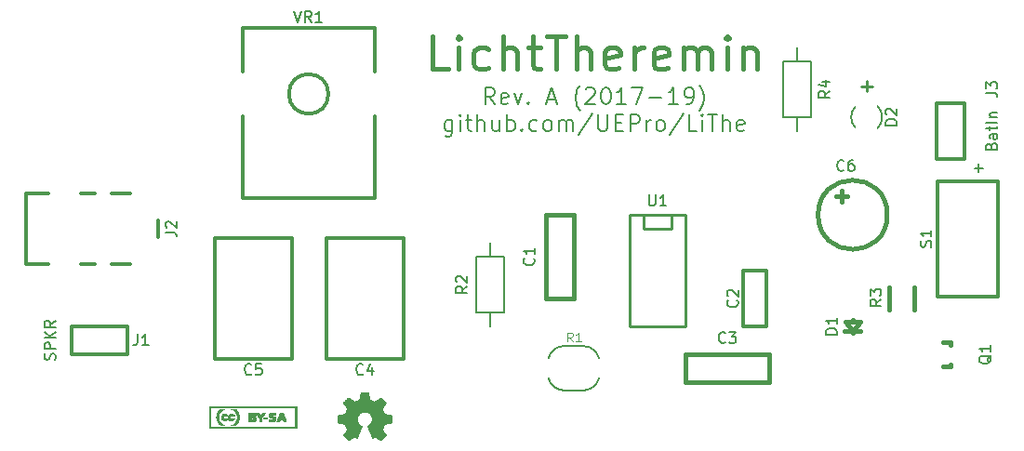
<source format=gto>
G04 #@! TF.FileFunction,Legend,Top*
%FSLAX46Y46*%
G04 Gerber Fmt 4.6, Leading zero omitted, Abs format (unit mm)*
G04 Created by KiCad (PCBNEW 4.0.6) date Mon Jul 17 13:21:17 2017*
%MOMM*%
%LPD*%
G01*
G04 APERTURE LIST*
%ADD10C,0.100000*%
%ADD11C,0.150000*%
%ADD12C,0.200000*%
%ADD13C,0.400000*%
%ADD14C,0.381000*%
%ADD15C,0.304800*%
%ADD16C,0.300000*%
%ADD17C,0.254000*%
%ADD18C,0.203200*%
%ADD19C,0.002540*%
%ADD20C,0.088900*%
G04 APERTURE END LIST*
D10*
D11*
X56919762Y-113545714D02*
X56967381Y-113402857D01*
X56967381Y-113164761D01*
X56919762Y-113069523D01*
X56872143Y-113021904D01*
X56776905Y-112974285D01*
X56681667Y-112974285D01*
X56586429Y-113021904D01*
X56538810Y-113069523D01*
X56491190Y-113164761D01*
X56443571Y-113355238D01*
X56395952Y-113450476D01*
X56348333Y-113498095D01*
X56253095Y-113545714D01*
X56157857Y-113545714D01*
X56062619Y-113498095D01*
X56015000Y-113450476D01*
X55967381Y-113355238D01*
X55967381Y-113117142D01*
X56015000Y-112974285D01*
X56967381Y-112545714D02*
X55967381Y-112545714D01*
X55967381Y-112164761D01*
X56015000Y-112069523D01*
X56062619Y-112021904D01*
X56157857Y-111974285D01*
X56300714Y-111974285D01*
X56395952Y-112021904D01*
X56443571Y-112069523D01*
X56491190Y-112164761D01*
X56491190Y-112545714D01*
X56967381Y-111545714D02*
X55967381Y-111545714D01*
X56967381Y-110974285D02*
X56395952Y-111402857D01*
X55967381Y-110974285D02*
X56538810Y-111545714D01*
X56967381Y-109974285D02*
X56491190Y-110307619D01*
X56967381Y-110545714D02*
X55967381Y-110545714D01*
X55967381Y-110164761D01*
X56015000Y-110069523D01*
X56062619Y-110021904D01*
X56157857Y-109974285D01*
X56300714Y-109974285D01*
X56395952Y-110021904D01*
X56443571Y-110069523D01*
X56491190Y-110164761D01*
X56491190Y-110545714D01*
X142168571Y-94067142D02*
X142216190Y-93924285D01*
X142263810Y-93876666D01*
X142359048Y-93829047D01*
X142501905Y-93829047D01*
X142597143Y-93876666D01*
X142644762Y-93924285D01*
X142692381Y-94019523D01*
X142692381Y-94400476D01*
X141692381Y-94400476D01*
X141692381Y-94067142D01*
X141740000Y-93971904D01*
X141787619Y-93924285D01*
X141882857Y-93876666D01*
X141978095Y-93876666D01*
X142073333Y-93924285D01*
X142120952Y-93971904D01*
X142168571Y-94067142D01*
X142168571Y-94400476D01*
X142692381Y-92971904D02*
X142168571Y-92971904D01*
X142073333Y-93019523D01*
X142025714Y-93114761D01*
X142025714Y-93305238D01*
X142073333Y-93400476D01*
X142644762Y-92971904D02*
X142692381Y-93067142D01*
X142692381Y-93305238D01*
X142644762Y-93400476D01*
X142549524Y-93448095D01*
X142454286Y-93448095D01*
X142359048Y-93400476D01*
X142311429Y-93305238D01*
X142311429Y-93067142D01*
X142263810Y-92971904D01*
X142025714Y-92638571D02*
X142025714Y-92257619D01*
X141692381Y-92495714D02*
X142549524Y-92495714D01*
X142644762Y-92448095D01*
X142692381Y-92352857D01*
X142692381Y-92257619D01*
X142692381Y-91924285D02*
X141692381Y-91924285D01*
X142025714Y-91448095D02*
X142692381Y-91448095D01*
X142120952Y-91448095D02*
X142073333Y-91400476D01*
X142025714Y-91305238D01*
X142025714Y-91162380D01*
X142073333Y-91067142D01*
X142168571Y-91019523D01*
X142692381Y-91019523D01*
X140619048Y-96071429D02*
X141380953Y-96071429D01*
X141000001Y-96452381D02*
X141000001Y-95690476D01*
D12*
X96937859Y-90258571D02*
X96437859Y-89544286D01*
X96080716Y-90258571D02*
X96080716Y-88758571D01*
X96652144Y-88758571D01*
X96795002Y-88830000D01*
X96866430Y-88901429D01*
X96937859Y-89044286D01*
X96937859Y-89258571D01*
X96866430Y-89401429D01*
X96795002Y-89472857D01*
X96652144Y-89544286D01*
X96080716Y-89544286D01*
X98152144Y-90187143D02*
X98009287Y-90258571D01*
X97723573Y-90258571D01*
X97580716Y-90187143D01*
X97509287Y-90044286D01*
X97509287Y-89472857D01*
X97580716Y-89330000D01*
X97723573Y-89258571D01*
X98009287Y-89258571D01*
X98152144Y-89330000D01*
X98223573Y-89472857D01*
X98223573Y-89615714D01*
X97509287Y-89758571D01*
X98723573Y-89258571D02*
X99080716Y-90258571D01*
X99437858Y-89258571D01*
X100009287Y-90115714D02*
X100080715Y-90187143D01*
X100009287Y-90258571D01*
X99937858Y-90187143D01*
X100009287Y-90115714D01*
X100009287Y-90258571D01*
X101795001Y-89830000D02*
X102509287Y-89830000D01*
X101652144Y-90258571D02*
X102152144Y-88758571D01*
X102652144Y-90258571D01*
X104723572Y-90830000D02*
X104652144Y-90758571D01*
X104509287Y-90544286D01*
X104437858Y-90401429D01*
X104366429Y-90187143D01*
X104295001Y-89830000D01*
X104295001Y-89544286D01*
X104366429Y-89187143D01*
X104437858Y-88972857D01*
X104509287Y-88830000D01*
X104652144Y-88615714D01*
X104723572Y-88544286D01*
X105223572Y-88901429D02*
X105295001Y-88830000D01*
X105437858Y-88758571D01*
X105795001Y-88758571D01*
X105937858Y-88830000D01*
X106009287Y-88901429D01*
X106080715Y-89044286D01*
X106080715Y-89187143D01*
X106009287Y-89401429D01*
X105152144Y-90258571D01*
X106080715Y-90258571D01*
X107009286Y-88758571D02*
X107152143Y-88758571D01*
X107295000Y-88830000D01*
X107366429Y-88901429D01*
X107437858Y-89044286D01*
X107509286Y-89330000D01*
X107509286Y-89687143D01*
X107437858Y-89972857D01*
X107366429Y-90115714D01*
X107295000Y-90187143D01*
X107152143Y-90258571D01*
X107009286Y-90258571D01*
X106866429Y-90187143D01*
X106795000Y-90115714D01*
X106723572Y-89972857D01*
X106652143Y-89687143D01*
X106652143Y-89330000D01*
X106723572Y-89044286D01*
X106795000Y-88901429D01*
X106866429Y-88830000D01*
X107009286Y-88758571D01*
X108937857Y-90258571D02*
X108080714Y-90258571D01*
X108509286Y-90258571D02*
X108509286Y-88758571D01*
X108366429Y-88972857D01*
X108223571Y-89115714D01*
X108080714Y-89187143D01*
X109437857Y-88758571D02*
X110437857Y-88758571D01*
X109795000Y-90258571D01*
X111009285Y-89687143D02*
X112152142Y-89687143D01*
X113652142Y-90258571D02*
X112794999Y-90258571D01*
X113223571Y-90258571D02*
X113223571Y-88758571D01*
X113080714Y-88972857D01*
X112937856Y-89115714D01*
X112794999Y-89187143D01*
X114366427Y-90258571D02*
X114652142Y-90258571D01*
X114794999Y-90187143D01*
X114866427Y-90115714D01*
X115009285Y-89901429D01*
X115080713Y-89615714D01*
X115080713Y-89044286D01*
X115009285Y-88901429D01*
X114937856Y-88830000D01*
X114794999Y-88758571D01*
X114509285Y-88758571D01*
X114366427Y-88830000D01*
X114294999Y-88901429D01*
X114223570Y-89044286D01*
X114223570Y-89401429D01*
X114294999Y-89544286D01*
X114366427Y-89615714D01*
X114509285Y-89687143D01*
X114794999Y-89687143D01*
X114937856Y-89615714D01*
X115009285Y-89544286D01*
X115080713Y-89401429D01*
X115580713Y-90830000D02*
X115652141Y-90758571D01*
X115794998Y-90544286D01*
X115866427Y-90401429D01*
X115937856Y-90187143D01*
X116009284Y-89830000D01*
X116009284Y-89544286D01*
X115937856Y-89187143D01*
X115866427Y-88972857D01*
X115794998Y-88830000D01*
X115652141Y-88615714D01*
X115580713Y-88544286D01*
X93080713Y-91708571D02*
X93080713Y-92922857D01*
X93009284Y-93065714D01*
X92937856Y-93137143D01*
X92794999Y-93208571D01*
X92580713Y-93208571D01*
X92437856Y-93137143D01*
X93080713Y-92637143D02*
X92937856Y-92708571D01*
X92652142Y-92708571D01*
X92509284Y-92637143D01*
X92437856Y-92565714D01*
X92366427Y-92422857D01*
X92366427Y-91994286D01*
X92437856Y-91851429D01*
X92509284Y-91780000D01*
X92652142Y-91708571D01*
X92937856Y-91708571D01*
X93080713Y-91780000D01*
X93794999Y-92708571D02*
X93794999Y-91708571D01*
X93794999Y-91208571D02*
X93723570Y-91280000D01*
X93794999Y-91351429D01*
X93866427Y-91280000D01*
X93794999Y-91208571D01*
X93794999Y-91351429D01*
X94294999Y-91708571D02*
X94866428Y-91708571D01*
X94509285Y-91208571D02*
X94509285Y-92494286D01*
X94580713Y-92637143D01*
X94723571Y-92708571D01*
X94866428Y-92708571D01*
X95366428Y-92708571D02*
X95366428Y-91208571D01*
X96009285Y-92708571D02*
X96009285Y-91922857D01*
X95937856Y-91780000D01*
X95794999Y-91708571D01*
X95580714Y-91708571D01*
X95437856Y-91780000D01*
X95366428Y-91851429D01*
X97366428Y-91708571D02*
X97366428Y-92708571D01*
X96723571Y-91708571D02*
X96723571Y-92494286D01*
X96794999Y-92637143D01*
X96937857Y-92708571D01*
X97152142Y-92708571D01*
X97294999Y-92637143D01*
X97366428Y-92565714D01*
X98080714Y-92708571D02*
X98080714Y-91208571D01*
X98080714Y-91780000D02*
X98223571Y-91708571D01*
X98509285Y-91708571D01*
X98652142Y-91780000D01*
X98723571Y-91851429D01*
X98795000Y-91994286D01*
X98795000Y-92422857D01*
X98723571Y-92565714D01*
X98652142Y-92637143D01*
X98509285Y-92708571D01*
X98223571Y-92708571D01*
X98080714Y-92637143D01*
X99437857Y-92565714D02*
X99509285Y-92637143D01*
X99437857Y-92708571D01*
X99366428Y-92637143D01*
X99437857Y-92565714D01*
X99437857Y-92708571D01*
X100795000Y-92637143D02*
X100652143Y-92708571D01*
X100366429Y-92708571D01*
X100223571Y-92637143D01*
X100152143Y-92565714D01*
X100080714Y-92422857D01*
X100080714Y-91994286D01*
X100152143Y-91851429D01*
X100223571Y-91780000D01*
X100366429Y-91708571D01*
X100652143Y-91708571D01*
X100795000Y-91780000D01*
X101652143Y-92708571D02*
X101509285Y-92637143D01*
X101437857Y-92565714D01*
X101366428Y-92422857D01*
X101366428Y-91994286D01*
X101437857Y-91851429D01*
X101509285Y-91780000D01*
X101652143Y-91708571D01*
X101866428Y-91708571D01*
X102009285Y-91780000D01*
X102080714Y-91851429D01*
X102152143Y-91994286D01*
X102152143Y-92422857D01*
X102080714Y-92565714D01*
X102009285Y-92637143D01*
X101866428Y-92708571D01*
X101652143Y-92708571D01*
X102795000Y-92708571D02*
X102795000Y-91708571D01*
X102795000Y-91851429D02*
X102866428Y-91780000D01*
X103009286Y-91708571D01*
X103223571Y-91708571D01*
X103366428Y-91780000D01*
X103437857Y-91922857D01*
X103437857Y-92708571D01*
X103437857Y-91922857D02*
X103509286Y-91780000D01*
X103652143Y-91708571D01*
X103866428Y-91708571D01*
X104009286Y-91780000D01*
X104080714Y-91922857D01*
X104080714Y-92708571D01*
X105866428Y-91137143D02*
X104580714Y-93065714D01*
X106366429Y-91208571D02*
X106366429Y-92422857D01*
X106437857Y-92565714D01*
X106509286Y-92637143D01*
X106652143Y-92708571D01*
X106937857Y-92708571D01*
X107080715Y-92637143D01*
X107152143Y-92565714D01*
X107223572Y-92422857D01*
X107223572Y-91208571D01*
X107937858Y-91922857D02*
X108437858Y-91922857D01*
X108652144Y-92708571D02*
X107937858Y-92708571D01*
X107937858Y-91208571D01*
X108652144Y-91208571D01*
X109295001Y-92708571D02*
X109295001Y-91208571D01*
X109866429Y-91208571D01*
X110009287Y-91280000D01*
X110080715Y-91351429D01*
X110152144Y-91494286D01*
X110152144Y-91708571D01*
X110080715Y-91851429D01*
X110009287Y-91922857D01*
X109866429Y-91994286D01*
X109295001Y-91994286D01*
X110795001Y-92708571D02*
X110795001Y-91708571D01*
X110795001Y-91994286D02*
X110866429Y-91851429D01*
X110937858Y-91780000D01*
X111080715Y-91708571D01*
X111223572Y-91708571D01*
X111937858Y-92708571D02*
X111795000Y-92637143D01*
X111723572Y-92565714D01*
X111652143Y-92422857D01*
X111652143Y-91994286D01*
X111723572Y-91851429D01*
X111795000Y-91780000D01*
X111937858Y-91708571D01*
X112152143Y-91708571D01*
X112295000Y-91780000D01*
X112366429Y-91851429D01*
X112437858Y-91994286D01*
X112437858Y-92422857D01*
X112366429Y-92565714D01*
X112295000Y-92637143D01*
X112152143Y-92708571D01*
X111937858Y-92708571D01*
X114152143Y-91137143D02*
X112866429Y-93065714D01*
X115366430Y-92708571D02*
X114652144Y-92708571D01*
X114652144Y-91208571D01*
X115866430Y-92708571D02*
X115866430Y-91708571D01*
X115866430Y-91208571D02*
X115795001Y-91280000D01*
X115866430Y-91351429D01*
X115937858Y-91280000D01*
X115866430Y-91208571D01*
X115866430Y-91351429D01*
X116366430Y-91208571D02*
X117223573Y-91208571D01*
X116795002Y-92708571D02*
X116795002Y-91208571D01*
X117723573Y-92708571D02*
X117723573Y-91208571D01*
X118366430Y-92708571D02*
X118366430Y-91922857D01*
X118295001Y-91780000D01*
X118152144Y-91708571D01*
X117937859Y-91708571D01*
X117795001Y-91780000D01*
X117723573Y-91851429D01*
X119652144Y-92637143D02*
X119509287Y-92708571D01*
X119223573Y-92708571D01*
X119080716Y-92637143D01*
X119009287Y-92494286D01*
X119009287Y-91922857D01*
X119080716Y-91780000D01*
X119223573Y-91708571D01*
X119509287Y-91708571D01*
X119652144Y-91780000D01*
X119723573Y-91922857D01*
X119723573Y-92065714D01*
X119009287Y-92208571D01*
D13*
X92687857Y-87082143D02*
X91259286Y-87082143D01*
X91259286Y-84082143D01*
X93687857Y-87082143D02*
X93687857Y-85082143D01*
X93687857Y-84082143D02*
X93545000Y-84225000D01*
X93687857Y-84367857D01*
X93830714Y-84225000D01*
X93687857Y-84082143D01*
X93687857Y-84367857D01*
X96402142Y-86939286D02*
X96116428Y-87082143D01*
X95544999Y-87082143D01*
X95259285Y-86939286D01*
X95116428Y-86796429D01*
X94973571Y-86510714D01*
X94973571Y-85653571D01*
X95116428Y-85367857D01*
X95259285Y-85225000D01*
X95544999Y-85082143D01*
X96116428Y-85082143D01*
X96402142Y-85225000D01*
X97687857Y-87082143D02*
X97687857Y-84082143D01*
X98973571Y-87082143D02*
X98973571Y-85510714D01*
X98830714Y-85225000D01*
X98545000Y-85082143D01*
X98116428Y-85082143D01*
X97830714Y-85225000D01*
X97687857Y-85367857D01*
X99973571Y-85082143D02*
X101116428Y-85082143D01*
X100402143Y-84082143D02*
X100402143Y-86653571D01*
X100545000Y-86939286D01*
X100830714Y-87082143D01*
X101116428Y-87082143D01*
X101687857Y-84082143D02*
X103402143Y-84082143D01*
X102545000Y-87082143D02*
X102545000Y-84082143D01*
X104402143Y-87082143D02*
X104402143Y-84082143D01*
X105687857Y-87082143D02*
X105687857Y-85510714D01*
X105545000Y-85225000D01*
X105259286Y-85082143D01*
X104830714Y-85082143D01*
X104545000Y-85225000D01*
X104402143Y-85367857D01*
X108259286Y-86939286D02*
X107973572Y-87082143D01*
X107402143Y-87082143D01*
X107116429Y-86939286D01*
X106973572Y-86653571D01*
X106973572Y-85510714D01*
X107116429Y-85225000D01*
X107402143Y-85082143D01*
X107973572Y-85082143D01*
X108259286Y-85225000D01*
X108402143Y-85510714D01*
X108402143Y-85796429D01*
X106973572Y-86082143D01*
X109687858Y-87082143D02*
X109687858Y-85082143D01*
X109687858Y-85653571D02*
X109830715Y-85367857D01*
X109973572Y-85225000D01*
X110259286Y-85082143D01*
X110545001Y-85082143D01*
X112687858Y-86939286D02*
X112402144Y-87082143D01*
X111830715Y-87082143D01*
X111545001Y-86939286D01*
X111402144Y-86653571D01*
X111402144Y-85510714D01*
X111545001Y-85225000D01*
X111830715Y-85082143D01*
X112402144Y-85082143D01*
X112687858Y-85225000D01*
X112830715Y-85510714D01*
X112830715Y-85796429D01*
X111402144Y-86082143D01*
X114116430Y-87082143D02*
X114116430Y-85082143D01*
X114116430Y-85367857D02*
X114259287Y-85225000D01*
X114545001Y-85082143D01*
X114973573Y-85082143D01*
X115259287Y-85225000D01*
X115402144Y-85510714D01*
X115402144Y-87082143D01*
X115402144Y-85510714D02*
X115545001Y-85225000D01*
X115830715Y-85082143D01*
X116259287Y-85082143D01*
X116545001Y-85225000D01*
X116687858Y-85510714D01*
X116687858Y-87082143D01*
X118116430Y-87082143D02*
X118116430Y-85082143D01*
X118116430Y-84082143D02*
X117973573Y-84225000D01*
X118116430Y-84367857D01*
X118259287Y-84225000D01*
X118116430Y-84082143D01*
X118116430Y-84367857D01*
X119545001Y-85082143D02*
X119545001Y-87082143D01*
X119545001Y-85367857D02*
X119687858Y-85225000D01*
X119973572Y-85082143D01*
X120402144Y-85082143D01*
X120687858Y-85225000D01*
X120830715Y-85510714D01*
X120830715Y-87082143D01*
D14*
X104140000Y-100330000D02*
X101600000Y-100330000D01*
X101600000Y-100330000D02*
X101600000Y-107950000D01*
X101600000Y-107950000D02*
X104140000Y-107950000D01*
X104140000Y-107950000D02*
X104140000Y-100330000D01*
D15*
X119580000Y-110439200D02*
X119580000Y-105410000D01*
X119580000Y-105410000D02*
X121650000Y-105410000D01*
X121720000Y-105410000D02*
X121720000Y-110490000D01*
X121650000Y-110490000D02*
X119580000Y-110490000D01*
D14*
X121920000Y-115570000D02*
X121920000Y-113030000D01*
X121920000Y-113030000D02*
X114300000Y-113030000D01*
X114300000Y-113030000D02*
X114300000Y-115570000D01*
X114300000Y-115570000D02*
X121920000Y-115570000D01*
D16*
X88630000Y-102450000D02*
X88630000Y-113450000D01*
X81630000Y-113450000D02*
X81630000Y-102450000D01*
X88630000Y-102450000D02*
X81630000Y-102450000D01*
X88630000Y-113450000D02*
X81630000Y-113450000D01*
X78470000Y-102450000D02*
X78470000Y-113450000D01*
X71470000Y-113450000D02*
X71470000Y-102450000D01*
X78470000Y-102450000D02*
X71470000Y-102450000D01*
X78470000Y-113450000D02*
X71470000Y-113450000D01*
D14*
X128539240Y-98630740D02*
X129039620Y-98630740D01*
X128539240Y-98630740D02*
X128539240Y-98130360D01*
X128038860Y-98630740D02*
X128539240Y-98630740D01*
X128539240Y-98630740D02*
X128539240Y-99029520D01*
X128539240Y-99029520D02*
X128539240Y-99131120D01*
X132689600Y-100330000D02*
G75*
G03X132689600Y-100330000I-3149600J0D01*
G01*
X129540000Y-110939580D02*
X129540000Y-111089440D01*
X129540000Y-110091220D02*
X129540000Y-109890560D01*
X129540000Y-110939580D02*
X128790700Y-110939580D01*
X129540000Y-110939580D02*
X130241040Y-110939580D01*
X129540000Y-110939580D02*
X130241040Y-110091220D01*
X130241040Y-110091220D02*
X128838960Y-110091220D01*
X128838960Y-110091220D02*
X129540000Y-110939580D01*
D11*
X129810000Y-90440000D02*
G75*
G03X129810000Y-92440000I1000000J-1000000D01*
G01*
X131810000Y-92440000D02*
G75*
G03X131810000Y-90440000I-1000000J1000000D01*
G01*
D17*
X130835400Y-88116400D02*
X130835400Y-89081600D01*
X131318000Y-88624400D02*
X130352800Y-88624400D01*
D15*
X58420000Y-113030000D02*
X58420000Y-110490000D01*
X58420000Y-110490000D02*
X63500000Y-110490000D01*
X63500000Y-110490000D02*
X63500000Y-113030000D01*
X63500000Y-113030000D02*
X58420000Y-113030000D01*
D16*
X66285000Y-102350000D02*
X66285000Y-100850000D01*
X62035000Y-104850000D02*
X63785000Y-104850000D01*
X59285000Y-104850000D02*
X60535000Y-104850000D01*
X62035000Y-98350000D02*
X63785000Y-98350000D01*
X59285000Y-98350000D02*
X60535000Y-98350000D01*
X56285000Y-104850000D02*
X54285000Y-104850000D01*
X54285000Y-104850000D02*
X54285000Y-98350000D01*
X54285000Y-98350000D02*
X56285000Y-98350000D01*
D15*
X139700000Y-95250000D02*
X137160000Y-95250000D01*
X137160000Y-95250000D02*
X137160000Y-90170000D01*
X137160000Y-90170000D02*
X139700000Y-90170000D01*
X139700000Y-90170000D02*
X139700000Y-95250000D01*
D14*
X137744200Y-111930180D02*
X138445240Y-111930180D01*
X138445240Y-111930180D02*
X138445240Y-112179100D01*
X138445240Y-113929160D02*
X138445240Y-114129820D01*
X138445240Y-114129820D02*
X137744200Y-114129820D01*
D18*
X103141780Y-112301020D02*
X105138220Y-112301020D01*
X105138220Y-116298980D02*
X103141780Y-116298980D01*
X103139752Y-112300535D02*
G75*
G03X101841300Y-113400840I101088J-1435585D01*
G01*
X105140248Y-116299465D02*
G75*
G03X106438700Y-115199160I-101088J1435585D01*
G01*
X106437627Y-113399052D02*
G75*
G03X105138220Y-112301020I-1398467J-337068D01*
G01*
X101842373Y-115200948D02*
G75*
G03X103141780Y-116298980I1398467J337068D01*
G01*
D11*
X96520000Y-109220000D02*
X96520000Y-110490000D01*
X96520000Y-102870000D02*
X96520000Y-104140000D01*
X97790000Y-109220000D02*
X97790000Y-104140000D01*
X97790000Y-104140000D02*
X95250000Y-104140000D01*
X95250000Y-104140000D02*
X95250000Y-109220000D01*
X97790000Y-109220000D02*
X95250000Y-109220000D01*
D14*
X132842000Y-107950000D02*
X132842000Y-108966000D01*
X132842000Y-107950000D02*
X132842000Y-106934000D01*
X135128000Y-107950000D02*
X135128000Y-108966000D01*
X135128000Y-107950000D02*
X135128000Y-106934000D01*
D11*
X124460000Y-91440000D02*
X124460000Y-92710000D01*
X124460000Y-85090000D02*
X124460000Y-86360000D01*
X125730000Y-91440000D02*
X125730000Y-86360000D01*
X125730000Y-86360000D02*
X123190000Y-86360000D01*
X123190000Y-86360000D02*
X123190000Y-91440000D01*
X125730000Y-91440000D02*
X123190000Y-91440000D01*
D16*
X137250000Y-107750000D02*
X142750000Y-107750000D01*
X137250000Y-97250000D02*
X142750000Y-97250000D01*
X142750000Y-97250000D02*
X142750000Y-107750000D01*
X137250000Y-107750000D02*
X137250000Y-97250000D01*
D17*
X113030000Y-100330000D02*
X113030000Y-101600000D01*
X113030000Y-101600000D02*
X110490000Y-101600000D01*
X110490000Y-101600000D02*
X110490000Y-100330000D01*
X114300000Y-100330000D02*
X114300000Y-110490000D01*
X114300000Y-110490000D02*
X109220000Y-110490000D01*
X109220000Y-110490000D02*
X109220000Y-100330000D01*
X109220000Y-100330000D02*
X114300000Y-100330000D01*
D16*
X74010000Y-91330000D02*
X74010000Y-98830000D01*
X74010000Y-83330000D02*
X74010000Y-87330000D01*
X86010000Y-91330000D02*
X86010000Y-98830000D01*
X74010000Y-83330000D02*
X86010000Y-83330000D01*
X86010000Y-83330000D02*
X86010000Y-87330000D01*
X81812776Y-89330000D02*
G75*
G03X81812776Y-89330000I-1802776J0D01*
G01*
X80010000Y-98830000D02*
X74010000Y-98830000D01*
X80010000Y-98830000D02*
X86010000Y-98830000D01*
D19*
G36*
X87520780Y-119047260D02*
X87520780Y-119098060D01*
X87520780Y-119138700D01*
X87520780Y-119169180D01*
X87520780Y-119194580D01*
X87518240Y-119212360D01*
X87518240Y-119225060D01*
X87515700Y-119235220D01*
X87513160Y-119240300D01*
X87510620Y-119242840D01*
X87510620Y-119245380D01*
X87500460Y-119247920D01*
X87480140Y-119255540D01*
X87447120Y-119260620D01*
X87403940Y-119270780D01*
X87350600Y-119280940D01*
X87284560Y-119293640D01*
X87210900Y-119308880D01*
X87203280Y-119308880D01*
X87132160Y-119324120D01*
X87073740Y-119334280D01*
X87025480Y-119344440D01*
X86987380Y-119352060D01*
X86956900Y-119357140D01*
X86931500Y-119364760D01*
X86916260Y-119367300D01*
X86903560Y-119372380D01*
X86895940Y-119374920D01*
X86893400Y-119377460D01*
X86888320Y-119385080D01*
X86880700Y-119405400D01*
X86868000Y-119433340D01*
X86852760Y-119466360D01*
X86837520Y-119507000D01*
X86819740Y-119550180D01*
X86799420Y-119595900D01*
X86781640Y-119644160D01*
X86761320Y-119689880D01*
X86746080Y-119733060D01*
X86730840Y-119773700D01*
X86715600Y-119809260D01*
X86707980Y-119837200D01*
X86700360Y-119854980D01*
X86697820Y-119865140D01*
X86702900Y-119875300D01*
X86713060Y-119895620D01*
X86730840Y-119926100D01*
X86758780Y-119966740D01*
X86791800Y-120015000D01*
X86822280Y-120060720D01*
X86852760Y-120103900D01*
X86883240Y-120149620D01*
X86913720Y-120192800D01*
X86941660Y-120233440D01*
X86964520Y-120266460D01*
X86982300Y-120294400D01*
X86989920Y-120304560D01*
X87012780Y-120340120D01*
X87028020Y-120368060D01*
X87035640Y-120385840D01*
X87035640Y-120388380D01*
X87033100Y-120393460D01*
X87030560Y-120401080D01*
X87022940Y-120411240D01*
X87012780Y-120423940D01*
X86997540Y-120441720D01*
X86974680Y-120464580D01*
X86949280Y-120492520D01*
X86916260Y-120525540D01*
X86873080Y-120566180D01*
X86824820Y-120616980D01*
X86809580Y-120632220D01*
X86763860Y-120675400D01*
X86723220Y-120716040D01*
X86685120Y-120754140D01*
X86652100Y-120787160D01*
X86621620Y-120815100D01*
X86598760Y-120835420D01*
X86583520Y-120850660D01*
X86575900Y-120858280D01*
X86575900Y-120858280D01*
X86570820Y-120858280D01*
X86565740Y-120855740D01*
X86558120Y-120853200D01*
X86545420Y-120845580D01*
X86530180Y-120835420D01*
X86507320Y-120822720D01*
X86479380Y-120802400D01*
X86443820Y-120777000D01*
X86398100Y-120746520D01*
X86393020Y-120743980D01*
X86326980Y-120698260D01*
X86271100Y-120660160D01*
X86222840Y-120627140D01*
X86184740Y-120599200D01*
X86151720Y-120578880D01*
X86123780Y-120561100D01*
X86103460Y-120545860D01*
X86088220Y-120535700D01*
X86075520Y-120530620D01*
X86067900Y-120525540D01*
X86062820Y-120523000D01*
X86057740Y-120523000D01*
X86055200Y-120523000D01*
X86047580Y-120525540D01*
X86027260Y-120533160D01*
X86001860Y-120545860D01*
X85971380Y-120561100D01*
X85938360Y-120578880D01*
X85933280Y-120581420D01*
X85897720Y-120599200D01*
X85867240Y-120614440D01*
X85841840Y-120627140D01*
X85821520Y-120637300D01*
X85811360Y-120639840D01*
X85811360Y-120639840D01*
X85798660Y-120634760D01*
X85796120Y-120632220D01*
X85793580Y-120624600D01*
X85783420Y-120606820D01*
X85773260Y-120581420D01*
X85758020Y-120545860D01*
X85742780Y-120507760D01*
X85722460Y-120462040D01*
X85702140Y-120413780D01*
X85702140Y-120408700D01*
X85679280Y-120357900D01*
X85656420Y-120299480D01*
X85628480Y-120230900D01*
X85598000Y-120159780D01*
X85567520Y-120086120D01*
X85537040Y-120012460D01*
X85506560Y-119941340D01*
X85483700Y-119885460D01*
X85453220Y-119809260D01*
X85427820Y-119745760D01*
X85404960Y-119689880D01*
X85387180Y-119646700D01*
X85374480Y-119611140D01*
X85366860Y-119588280D01*
X85361780Y-119570500D01*
X85361780Y-119562880D01*
X85369400Y-119552720D01*
X85384640Y-119537480D01*
X85399880Y-119527320D01*
X85443060Y-119496840D01*
X85488780Y-119463820D01*
X85529420Y-119430800D01*
X85564980Y-119400320D01*
X85590380Y-119374920D01*
X85643720Y-119308880D01*
X85689440Y-119232680D01*
X85727540Y-119151400D01*
X85750400Y-119082820D01*
X85755480Y-119057420D01*
X85760560Y-119034560D01*
X85763100Y-119011700D01*
X85765640Y-118986300D01*
X85765640Y-118953280D01*
X85765640Y-118920260D01*
X85765640Y-118879620D01*
X85765640Y-118846600D01*
X85763100Y-118821200D01*
X85760560Y-118798340D01*
X85755480Y-118778020D01*
X85752940Y-118760240D01*
X85722460Y-118673880D01*
X85684360Y-118592600D01*
X85638640Y-118518940D01*
X85585300Y-118460520D01*
X85516720Y-118394480D01*
X85443060Y-118341140D01*
X85364320Y-118300500D01*
X85280500Y-118270020D01*
X85194140Y-118252240D01*
X85102700Y-118247160D01*
X85095080Y-118247160D01*
X85003640Y-118252240D01*
X84919820Y-118267480D01*
X84836000Y-118295420D01*
X84759800Y-118336060D01*
X84686140Y-118386860D01*
X84625180Y-118442740D01*
X84564220Y-118508780D01*
X84515960Y-118577360D01*
X84477860Y-118651020D01*
X84449920Y-118729760D01*
X84437220Y-118770400D01*
X84427060Y-118836440D01*
X84424520Y-118910100D01*
X84427060Y-118986300D01*
X84439760Y-119059960D01*
X84457540Y-119131080D01*
X84465160Y-119148860D01*
X84495640Y-119219980D01*
X84533740Y-119286020D01*
X84576920Y-119346980D01*
X84630260Y-119402860D01*
X84693760Y-119458740D01*
X84769960Y-119512080D01*
X84792820Y-119527320D01*
X84813140Y-119542560D01*
X84828380Y-119555260D01*
X84830920Y-119562880D01*
X84830920Y-119573040D01*
X84825840Y-119588280D01*
X84815680Y-119613680D01*
X84802980Y-119649240D01*
X84785200Y-119692420D01*
X84764880Y-119748300D01*
X84736940Y-119814340D01*
X84709000Y-119885460D01*
X84678520Y-119954040D01*
X84650580Y-120025160D01*
X84620100Y-120101360D01*
X84589620Y-120175020D01*
X84559140Y-120243600D01*
X84531200Y-120309640D01*
X84508340Y-120368060D01*
X84490560Y-120408700D01*
X84470240Y-120459500D01*
X84452460Y-120502680D01*
X84434680Y-120543320D01*
X84419440Y-120578880D01*
X84409280Y-120606820D01*
X84401660Y-120624600D01*
X84396580Y-120632220D01*
X84396580Y-120632220D01*
X84386420Y-120639840D01*
X84381340Y-120639840D01*
X84373720Y-120637300D01*
X84355940Y-120629680D01*
X84330540Y-120616980D01*
X84300060Y-120601740D01*
X84267040Y-120583960D01*
X84259420Y-120581420D01*
X84226400Y-120563640D01*
X84193380Y-120545860D01*
X84167980Y-120533160D01*
X84147660Y-120525540D01*
X84137500Y-120523000D01*
X84134960Y-120523000D01*
X84132420Y-120523000D01*
X84127340Y-120523000D01*
X84119720Y-120528080D01*
X84109560Y-120533160D01*
X84096860Y-120540780D01*
X84079080Y-120553480D01*
X84056220Y-120568720D01*
X84025740Y-120589040D01*
X83990180Y-120611900D01*
X83947000Y-120642380D01*
X83893660Y-120677940D01*
X83832700Y-120718580D01*
X83799680Y-120743980D01*
X83753960Y-120774460D01*
X83715860Y-120799860D01*
X83687920Y-120820180D01*
X83665060Y-120835420D01*
X83647280Y-120845580D01*
X83637120Y-120850660D01*
X83629500Y-120855740D01*
X83621880Y-120858280D01*
X83619340Y-120858280D01*
X83616800Y-120858280D01*
X83611720Y-120853200D01*
X83599020Y-120843040D01*
X83576160Y-120822720D01*
X83550760Y-120797320D01*
X83517740Y-120764300D01*
X83482180Y-120728740D01*
X83441540Y-120688100D01*
X83398360Y-120644920D01*
X83383120Y-120632220D01*
X83332320Y-120581420D01*
X83289140Y-120538240D01*
X83253580Y-120502680D01*
X83225640Y-120472200D01*
X83202780Y-120449340D01*
X83185000Y-120429020D01*
X83172300Y-120413780D01*
X83164680Y-120403620D01*
X83159600Y-120396000D01*
X83157060Y-120390920D01*
X83157060Y-120388380D01*
X83159600Y-120380760D01*
X83164680Y-120368060D01*
X83177380Y-120350280D01*
X83192620Y-120324880D01*
X83212940Y-120291860D01*
X83240880Y-120248680D01*
X83273900Y-120200420D01*
X83314540Y-120142000D01*
X83324700Y-120126760D01*
X83370420Y-120060720D01*
X83408520Y-120002300D01*
X83439000Y-119956580D01*
X83464400Y-119921020D01*
X83479640Y-119893080D01*
X83489800Y-119875300D01*
X83494880Y-119865140D01*
X83494880Y-119865140D01*
X83492340Y-119854980D01*
X83484720Y-119837200D01*
X83474560Y-119811800D01*
X83461860Y-119776240D01*
X83449160Y-119738140D01*
X83431380Y-119694960D01*
X83413600Y-119649240D01*
X83395820Y-119603520D01*
X83378040Y-119557800D01*
X83360260Y-119514620D01*
X83345020Y-119476520D01*
X83332320Y-119440960D01*
X83319620Y-119415560D01*
X83312000Y-119397780D01*
X83309460Y-119392700D01*
X83299300Y-119377460D01*
X83289140Y-119369840D01*
X83281520Y-119367300D01*
X83261200Y-119362220D01*
X83233260Y-119357140D01*
X83197700Y-119349520D01*
X83154520Y-119341900D01*
X83106260Y-119331740D01*
X83055460Y-119321580D01*
X82979260Y-119308880D01*
X82915760Y-119296180D01*
X82859880Y-119286020D01*
X82816700Y-119278400D01*
X82781140Y-119270780D01*
X82750660Y-119265700D01*
X82730340Y-119260620D01*
X82712560Y-119255540D01*
X82702400Y-119253000D01*
X82692240Y-119250460D01*
X82687160Y-119247920D01*
X82684620Y-119245380D01*
X82682080Y-119245380D01*
X82679540Y-119242840D01*
X82677000Y-119237760D01*
X82677000Y-119230140D01*
X82674460Y-119219980D01*
X82674460Y-119204740D01*
X82671920Y-119181880D01*
X82671920Y-119153940D01*
X82671920Y-119118380D01*
X82671920Y-119072660D01*
X82671920Y-119016780D01*
X82671920Y-118950740D01*
X82671920Y-118912640D01*
X82671920Y-118838980D01*
X82671920Y-118778020D01*
X82671920Y-118727220D01*
X82671920Y-118686580D01*
X82671920Y-118653560D01*
X82674460Y-118628160D01*
X82674460Y-118610380D01*
X82677000Y-118597680D01*
X82677000Y-118587520D01*
X82679540Y-118584980D01*
X82679540Y-118582440D01*
X82687160Y-118579900D01*
X82704940Y-118577360D01*
X82732880Y-118569740D01*
X82768440Y-118562120D01*
X82811620Y-118554500D01*
X82857340Y-118544340D01*
X82910680Y-118534180D01*
X82964020Y-118524020D01*
X83017360Y-118513860D01*
X83073240Y-118503700D01*
X83124040Y-118493540D01*
X83172300Y-118485920D01*
X83218020Y-118478300D01*
X83256120Y-118470680D01*
X83273900Y-118468140D01*
X83294220Y-118463060D01*
X83309460Y-118455440D01*
X83312000Y-118452900D01*
X83317080Y-118442740D01*
X83327240Y-118424960D01*
X83339940Y-118397020D01*
X83355180Y-118364000D01*
X83372960Y-118325900D01*
X83390740Y-118282720D01*
X83411060Y-118237000D01*
X83431380Y-118191280D01*
X83449160Y-118148100D01*
X83466940Y-118104920D01*
X83482180Y-118066820D01*
X83494880Y-118033800D01*
X83505040Y-118008400D01*
X83510120Y-117990620D01*
X83510120Y-117983000D01*
X83507580Y-117975380D01*
X83497420Y-117957600D01*
X83479640Y-117932200D01*
X83459320Y-117901720D01*
X83433920Y-117861080D01*
X83405980Y-117817900D01*
X83372960Y-117772180D01*
X83337400Y-117721380D01*
X83332320Y-117713760D01*
X83291680Y-117650260D01*
X83256120Y-117599460D01*
X83225640Y-117556280D01*
X83202780Y-117520720D01*
X83185000Y-117492780D01*
X83172300Y-117469920D01*
X83162140Y-117454680D01*
X83157060Y-117444520D01*
X83157060Y-117439440D01*
X83157060Y-117434360D01*
X83162140Y-117426740D01*
X83167220Y-117419120D01*
X83177380Y-117406420D01*
X83192620Y-117388640D01*
X83210400Y-117368320D01*
X83235800Y-117342920D01*
X83268820Y-117309900D01*
X83306920Y-117271800D01*
X83352640Y-117223540D01*
X83378040Y-117200680D01*
X83421220Y-117157500D01*
X83461860Y-117116860D01*
X83499960Y-117078760D01*
X83532980Y-117045740D01*
X83563460Y-117017800D01*
X83586320Y-116997480D01*
X83601560Y-116982240D01*
X83611720Y-116977160D01*
X83611720Y-116977160D01*
X83629500Y-116977160D01*
X83639660Y-116979700D01*
X83647280Y-116984780D01*
X83665060Y-116994940D01*
X83687920Y-117012720D01*
X83720940Y-117033040D01*
X83759040Y-117058440D01*
X83802220Y-117088920D01*
X83850480Y-117121940D01*
X83901280Y-117154960D01*
X83908900Y-117160040D01*
X83974940Y-117208300D01*
X84033360Y-117246400D01*
X84081620Y-117276880D01*
X84119720Y-117302280D01*
X84150200Y-117320060D01*
X84167980Y-117332760D01*
X84178140Y-117335300D01*
X84180680Y-117335300D01*
X84190840Y-117332760D01*
X84211160Y-117327680D01*
X84239100Y-117317520D01*
X84267040Y-117307360D01*
X84274660Y-117304820D01*
X84310220Y-117289580D01*
X84350860Y-117271800D01*
X84396580Y-117254020D01*
X84437220Y-117236240D01*
X84442300Y-117236240D01*
X84477860Y-117221000D01*
X84510880Y-117205760D01*
X84543900Y-117193060D01*
X84566760Y-117185440D01*
X84574380Y-117182900D01*
X84597240Y-117172740D01*
X84615020Y-117162580D01*
X84627720Y-117152420D01*
X84630260Y-117147340D01*
X84635340Y-117137180D01*
X84637880Y-117124480D01*
X84642960Y-117101620D01*
X84650580Y-117073680D01*
X84658200Y-117038120D01*
X84665820Y-116992400D01*
X84675980Y-116936520D01*
X84688680Y-116870480D01*
X84696300Y-116829840D01*
X84709000Y-116768880D01*
X84719160Y-116713000D01*
X84729320Y-116659660D01*
X84736940Y-116613940D01*
X84744560Y-116573300D01*
X84752180Y-116542820D01*
X84757260Y-116519960D01*
X84759800Y-116509800D01*
X84759800Y-116507260D01*
X84764880Y-116494560D01*
X85095080Y-116494560D01*
X85427820Y-116494560D01*
X85432900Y-116507260D01*
X85435440Y-116517420D01*
X85440520Y-116537740D01*
X85445600Y-116565680D01*
X85453220Y-116603780D01*
X85460840Y-116649500D01*
X85471000Y-116702840D01*
X85481160Y-116758720D01*
X85493860Y-116817140D01*
X85496400Y-116827300D01*
X85509100Y-116908580D01*
X85524340Y-116974620D01*
X85534500Y-117033040D01*
X85544660Y-117076220D01*
X85552280Y-117111780D01*
X85557360Y-117134640D01*
X85562440Y-117147340D01*
X85562440Y-117147340D01*
X85572600Y-117157500D01*
X85592920Y-117170200D01*
X85618320Y-117180360D01*
X85623400Y-117182900D01*
X85651340Y-117195600D01*
X85689440Y-117210840D01*
X85735160Y-117228620D01*
X85788500Y-117251480D01*
X85846920Y-117274340D01*
X85907880Y-117299740D01*
X85933280Y-117309900D01*
X85961220Y-117320060D01*
X85986620Y-117330220D01*
X86004400Y-117335300D01*
X86012020Y-117335300D01*
X86024720Y-117332760D01*
X86047580Y-117320060D01*
X86078060Y-117302280D01*
X86118700Y-117274340D01*
X86131400Y-117266720D01*
X86215220Y-117208300D01*
X86291420Y-117157500D01*
X86354920Y-117111780D01*
X86410800Y-117073680D01*
X86456520Y-117043200D01*
X86492080Y-117017800D01*
X86520020Y-117000020D01*
X86537800Y-116989860D01*
X86545420Y-116982240D01*
X86565740Y-116974620D01*
X86580980Y-116977160D01*
X86588600Y-116982240D01*
X86603840Y-116994940D01*
X86626700Y-117015260D01*
X86654640Y-117043200D01*
X86690200Y-117076220D01*
X86728300Y-117114320D01*
X86771480Y-117157500D01*
X86817200Y-117200680D01*
X86865460Y-117251480D01*
X86908640Y-117292120D01*
X86941660Y-117327680D01*
X86969600Y-117355620D01*
X86989920Y-117378480D01*
X87007700Y-117396260D01*
X87017860Y-117408960D01*
X87025480Y-117419120D01*
X87030560Y-117426740D01*
X87033100Y-117434360D01*
X87035640Y-117439440D01*
X87033100Y-117441980D01*
X87030560Y-117452140D01*
X87022940Y-117469920D01*
X87007700Y-117492780D01*
X86984840Y-117525800D01*
X86959440Y-117568980D01*
X86923880Y-117617240D01*
X86883240Y-117678200D01*
X86855300Y-117718840D01*
X86819740Y-117769640D01*
X86789260Y-117817900D01*
X86758780Y-117863620D01*
X86733380Y-117901720D01*
X86713060Y-117934740D01*
X86695280Y-117960140D01*
X86685120Y-117977920D01*
X86680040Y-117988080D01*
X86680040Y-117988080D01*
X86682580Y-117998240D01*
X86690200Y-118016020D01*
X86700360Y-118043960D01*
X86713060Y-118076980D01*
X86730840Y-118115080D01*
X86748620Y-118158260D01*
X86766400Y-118201440D01*
X86786720Y-118247160D01*
X86804500Y-118292880D01*
X86824820Y-118333520D01*
X86840060Y-118371620D01*
X86855300Y-118404640D01*
X86868000Y-118430040D01*
X86875620Y-118445280D01*
X86880700Y-118452900D01*
X86893400Y-118460520D01*
X86911180Y-118465600D01*
X86918800Y-118468140D01*
X86928960Y-118470680D01*
X86951820Y-118473220D01*
X86984840Y-118480840D01*
X87022940Y-118485920D01*
X87071200Y-118496080D01*
X87124540Y-118506240D01*
X87180420Y-118516400D01*
X87226140Y-118524020D01*
X87294720Y-118536720D01*
X87353140Y-118546880D01*
X87401400Y-118557040D01*
X87439500Y-118564660D01*
X87467440Y-118572280D01*
X87487760Y-118577360D01*
X87503000Y-118582440D01*
X87510620Y-118584980D01*
X87513160Y-118587520D01*
X87515700Y-118592600D01*
X87515700Y-118602760D01*
X87518240Y-118620540D01*
X87518240Y-118643400D01*
X87520780Y-118676420D01*
X87520780Y-118717060D01*
X87520780Y-118770400D01*
X87520780Y-118831360D01*
X87520780Y-118905020D01*
X87520780Y-118917720D01*
X87520780Y-118988840D01*
X87520780Y-119047260D01*
X87520780Y-119047260D01*
X87520780Y-119047260D01*
G37*
X87520780Y-119047260D02*
X87520780Y-119098060D01*
X87520780Y-119138700D01*
X87520780Y-119169180D01*
X87520780Y-119194580D01*
X87518240Y-119212360D01*
X87518240Y-119225060D01*
X87515700Y-119235220D01*
X87513160Y-119240300D01*
X87510620Y-119242840D01*
X87510620Y-119245380D01*
X87500460Y-119247920D01*
X87480140Y-119255540D01*
X87447120Y-119260620D01*
X87403940Y-119270780D01*
X87350600Y-119280940D01*
X87284560Y-119293640D01*
X87210900Y-119308880D01*
X87203280Y-119308880D01*
X87132160Y-119324120D01*
X87073740Y-119334280D01*
X87025480Y-119344440D01*
X86987380Y-119352060D01*
X86956900Y-119357140D01*
X86931500Y-119364760D01*
X86916260Y-119367300D01*
X86903560Y-119372380D01*
X86895940Y-119374920D01*
X86893400Y-119377460D01*
X86888320Y-119385080D01*
X86880700Y-119405400D01*
X86868000Y-119433340D01*
X86852760Y-119466360D01*
X86837520Y-119507000D01*
X86819740Y-119550180D01*
X86799420Y-119595900D01*
X86781640Y-119644160D01*
X86761320Y-119689880D01*
X86746080Y-119733060D01*
X86730840Y-119773700D01*
X86715600Y-119809260D01*
X86707980Y-119837200D01*
X86700360Y-119854980D01*
X86697820Y-119865140D01*
X86702900Y-119875300D01*
X86713060Y-119895620D01*
X86730840Y-119926100D01*
X86758780Y-119966740D01*
X86791800Y-120015000D01*
X86822280Y-120060720D01*
X86852760Y-120103900D01*
X86883240Y-120149620D01*
X86913720Y-120192800D01*
X86941660Y-120233440D01*
X86964520Y-120266460D01*
X86982300Y-120294400D01*
X86989920Y-120304560D01*
X87012780Y-120340120D01*
X87028020Y-120368060D01*
X87035640Y-120385840D01*
X87035640Y-120388380D01*
X87033100Y-120393460D01*
X87030560Y-120401080D01*
X87022940Y-120411240D01*
X87012780Y-120423940D01*
X86997540Y-120441720D01*
X86974680Y-120464580D01*
X86949280Y-120492520D01*
X86916260Y-120525540D01*
X86873080Y-120566180D01*
X86824820Y-120616980D01*
X86809580Y-120632220D01*
X86763860Y-120675400D01*
X86723220Y-120716040D01*
X86685120Y-120754140D01*
X86652100Y-120787160D01*
X86621620Y-120815100D01*
X86598760Y-120835420D01*
X86583520Y-120850660D01*
X86575900Y-120858280D01*
X86575900Y-120858280D01*
X86570820Y-120858280D01*
X86565740Y-120855740D01*
X86558120Y-120853200D01*
X86545420Y-120845580D01*
X86530180Y-120835420D01*
X86507320Y-120822720D01*
X86479380Y-120802400D01*
X86443820Y-120777000D01*
X86398100Y-120746520D01*
X86393020Y-120743980D01*
X86326980Y-120698260D01*
X86271100Y-120660160D01*
X86222840Y-120627140D01*
X86184740Y-120599200D01*
X86151720Y-120578880D01*
X86123780Y-120561100D01*
X86103460Y-120545860D01*
X86088220Y-120535700D01*
X86075520Y-120530620D01*
X86067900Y-120525540D01*
X86062820Y-120523000D01*
X86057740Y-120523000D01*
X86055200Y-120523000D01*
X86047580Y-120525540D01*
X86027260Y-120533160D01*
X86001860Y-120545860D01*
X85971380Y-120561100D01*
X85938360Y-120578880D01*
X85933280Y-120581420D01*
X85897720Y-120599200D01*
X85867240Y-120614440D01*
X85841840Y-120627140D01*
X85821520Y-120637300D01*
X85811360Y-120639840D01*
X85811360Y-120639840D01*
X85798660Y-120634760D01*
X85796120Y-120632220D01*
X85793580Y-120624600D01*
X85783420Y-120606820D01*
X85773260Y-120581420D01*
X85758020Y-120545860D01*
X85742780Y-120507760D01*
X85722460Y-120462040D01*
X85702140Y-120413780D01*
X85702140Y-120408700D01*
X85679280Y-120357900D01*
X85656420Y-120299480D01*
X85628480Y-120230900D01*
X85598000Y-120159780D01*
X85567520Y-120086120D01*
X85537040Y-120012460D01*
X85506560Y-119941340D01*
X85483700Y-119885460D01*
X85453220Y-119809260D01*
X85427820Y-119745760D01*
X85404960Y-119689880D01*
X85387180Y-119646700D01*
X85374480Y-119611140D01*
X85366860Y-119588280D01*
X85361780Y-119570500D01*
X85361780Y-119562880D01*
X85369400Y-119552720D01*
X85384640Y-119537480D01*
X85399880Y-119527320D01*
X85443060Y-119496840D01*
X85488780Y-119463820D01*
X85529420Y-119430800D01*
X85564980Y-119400320D01*
X85590380Y-119374920D01*
X85643720Y-119308880D01*
X85689440Y-119232680D01*
X85727540Y-119151400D01*
X85750400Y-119082820D01*
X85755480Y-119057420D01*
X85760560Y-119034560D01*
X85763100Y-119011700D01*
X85765640Y-118986300D01*
X85765640Y-118953280D01*
X85765640Y-118920260D01*
X85765640Y-118879620D01*
X85765640Y-118846600D01*
X85763100Y-118821200D01*
X85760560Y-118798340D01*
X85755480Y-118778020D01*
X85752940Y-118760240D01*
X85722460Y-118673880D01*
X85684360Y-118592600D01*
X85638640Y-118518940D01*
X85585300Y-118460520D01*
X85516720Y-118394480D01*
X85443060Y-118341140D01*
X85364320Y-118300500D01*
X85280500Y-118270020D01*
X85194140Y-118252240D01*
X85102700Y-118247160D01*
X85095080Y-118247160D01*
X85003640Y-118252240D01*
X84919820Y-118267480D01*
X84836000Y-118295420D01*
X84759800Y-118336060D01*
X84686140Y-118386860D01*
X84625180Y-118442740D01*
X84564220Y-118508780D01*
X84515960Y-118577360D01*
X84477860Y-118651020D01*
X84449920Y-118729760D01*
X84437220Y-118770400D01*
X84427060Y-118836440D01*
X84424520Y-118910100D01*
X84427060Y-118986300D01*
X84439760Y-119059960D01*
X84457540Y-119131080D01*
X84465160Y-119148860D01*
X84495640Y-119219980D01*
X84533740Y-119286020D01*
X84576920Y-119346980D01*
X84630260Y-119402860D01*
X84693760Y-119458740D01*
X84769960Y-119512080D01*
X84792820Y-119527320D01*
X84813140Y-119542560D01*
X84828380Y-119555260D01*
X84830920Y-119562880D01*
X84830920Y-119573040D01*
X84825840Y-119588280D01*
X84815680Y-119613680D01*
X84802980Y-119649240D01*
X84785200Y-119692420D01*
X84764880Y-119748300D01*
X84736940Y-119814340D01*
X84709000Y-119885460D01*
X84678520Y-119954040D01*
X84650580Y-120025160D01*
X84620100Y-120101360D01*
X84589620Y-120175020D01*
X84559140Y-120243600D01*
X84531200Y-120309640D01*
X84508340Y-120368060D01*
X84490560Y-120408700D01*
X84470240Y-120459500D01*
X84452460Y-120502680D01*
X84434680Y-120543320D01*
X84419440Y-120578880D01*
X84409280Y-120606820D01*
X84401660Y-120624600D01*
X84396580Y-120632220D01*
X84396580Y-120632220D01*
X84386420Y-120639840D01*
X84381340Y-120639840D01*
X84373720Y-120637300D01*
X84355940Y-120629680D01*
X84330540Y-120616980D01*
X84300060Y-120601740D01*
X84267040Y-120583960D01*
X84259420Y-120581420D01*
X84226400Y-120563640D01*
X84193380Y-120545860D01*
X84167980Y-120533160D01*
X84147660Y-120525540D01*
X84137500Y-120523000D01*
X84134960Y-120523000D01*
X84132420Y-120523000D01*
X84127340Y-120523000D01*
X84119720Y-120528080D01*
X84109560Y-120533160D01*
X84096860Y-120540780D01*
X84079080Y-120553480D01*
X84056220Y-120568720D01*
X84025740Y-120589040D01*
X83990180Y-120611900D01*
X83947000Y-120642380D01*
X83893660Y-120677940D01*
X83832700Y-120718580D01*
X83799680Y-120743980D01*
X83753960Y-120774460D01*
X83715860Y-120799860D01*
X83687920Y-120820180D01*
X83665060Y-120835420D01*
X83647280Y-120845580D01*
X83637120Y-120850660D01*
X83629500Y-120855740D01*
X83621880Y-120858280D01*
X83619340Y-120858280D01*
X83616800Y-120858280D01*
X83611720Y-120853200D01*
X83599020Y-120843040D01*
X83576160Y-120822720D01*
X83550760Y-120797320D01*
X83517740Y-120764300D01*
X83482180Y-120728740D01*
X83441540Y-120688100D01*
X83398360Y-120644920D01*
X83383120Y-120632220D01*
X83332320Y-120581420D01*
X83289140Y-120538240D01*
X83253580Y-120502680D01*
X83225640Y-120472200D01*
X83202780Y-120449340D01*
X83185000Y-120429020D01*
X83172300Y-120413780D01*
X83164680Y-120403620D01*
X83159600Y-120396000D01*
X83157060Y-120390920D01*
X83157060Y-120388380D01*
X83159600Y-120380760D01*
X83164680Y-120368060D01*
X83177380Y-120350280D01*
X83192620Y-120324880D01*
X83212940Y-120291860D01*
X83240880Y-120248680D01*
X83273900Y-120200420D01*
X83314540Y-120142000D01*
X83324700Y-120126760D01*
X83370420Y-120060720D01*
X83408520Y-120002300D01*
X83439000Y-119956580D01*
X83464400Y-119921020D01*
X83479640Y-119893080D01*
X83489800Y-119875300D01*
X83494880Y-119865140D01*
X83494880Y-119865140D01*
X83492340Y-119854980D01*
X83484720Y-119837200D01*
X83474560Y-119811800D01*
X83461860Y-119776240D01*
X83449160Y-119738140D01*
X83431380Y-119694960D01*
X83413600Y-119649240D01*
X83395820Y-119603520D01*
X83378040Y-119557800D01*
X83360260Y-119514620D01*
X83345020Y-119476520D01*
X83332320Y-119440960D01*
X83319620Y-119415560D01*
X83312000Y-119397780D01*
X83309460Y-119392700D01*
X83299300Y-119377460D01*
X83289140Y-119369840D01*
X83281520Y-119367300D01*
X83261200Y-119362220D01*
X83233260Y-119357140D01*
X83197700Y-119349520D01*
X83154520Y-119341900D01*
X83106260Y-119331740D01*
X83055460Y-119321580D01*
X82979260Y-119308880D01*
X82915760Y-119296180D01*
X82859880Y-119286020D01*
X82816700Y-119278400D01*
X82781140Y-119270780D01*
X82750660Y-119265700D01*
X82730340Y-119260620D01*
X82712560Y-119255540D01*
X82702400Y-119253000D01*
X82692240Y-119250460D01*
X82687160Y-119247920D01*
X82684620Y-119245380D01*
X82682080Y-119245380D01*
X82679540Y-119242840D01*
X82677000Y-119237760D01*
X82677000Y-119230140D01*
X82674460Y-119219980D01*
X82674460Y-119204740D01*
X82671920Y-119181880D01*
X82671920Y-119153940D01*
X82671920Y-119118380D01*
X82671920Y-119072660D01*
X82671920Y-119016780D01*
X82671920Y-118950740D01*
X82671920Y-118912640D01*
X82671920Y-118838980D01*
X82671920Y-118778020D01*
X82671920Y-118727220D01*
X82671920Y-118686580D01*
X82671920Y-118653560D01*
X82674460Y-118628160D01*
X82674460Y-118610380D01*
X82677000Y-118597680D01*
X82677000Y-118587520D01*
X82679540Y-118584980D01*
X82679540Y-118582440D01*
X82687160Y-118579900D01*
X82704940Y-118577360D01*
X82732880Y-118569740D01*
X82768440Y-118562120D01*
X82811620Y-118554500D01*
X82857340Y-118544340D01*
X82910680Y-118534180D01*
X82964020Y-118524020D01*
X83017360Y-118513860D01*
X83073240Y-118503700D01*
X83124040Y-118493540D01*
X83172300Y-118485920D01*
X83218020Y-118478300D01*
X83256120Y-118470680D01*
X83273900Y-118468140D01*
X83294220Y-118463060D01*
X83309460Y-118455440D01*
X83312000Y-118452900D01*
X83317080Y-118442740D01*
X83327240Y-118424960D01*
X83339940Y-118397020D01*
X83355180Y-118364000D01*
X83372960Y-118325900D01*
X83390740Y-118282720D01*
X83411060Y-118237000D01*
X83431380Y-118191280D01*
X83449160Y-118148100D01*
X83466940Y-118104920D01*
X83482180Y-118066820D01*
X83494880Y-118033800D01*
X83505040Y-118008400D01*
X83510120Y-117990620D01*
X83510120Y-117983000D01*
X83507580Y-117975380D01*
X83497420Y-117957600D01*
X83479640Y-117932200D01*
X83459320Y-117901720D01*
X83433920Y-117861080D01*
X83405980Y-117817900D01*
X83372960Y-117772180D01*
X83337400Y-117721380D01*
X83332320Y-117713760D01*
X83291680Y-117650260D01*
X83256120Y-117599460D01*
X83225640Y-117556280D01*
X83202780Y-117520720D01*
X83185000Y-117492780D01*
X83172300Y-117469920D01*
X83162140Y-117454680D01*
X83157060Y-117444520D01*
X83157060Y-117439440D01*
X83157060Y-117434360D01*
X83162140Y-117426740D01*
X83167220Y-117419120D01*
X83177380Y-117406420D01*
X83192620Y-117388640D01*
X83210400Y-117368320D01*
X83235800Y-117342920D01*
X83268820Y-117309900D01*
X83306920Y-117271800D01*
X83352640Y-117223540D01*
X83378040Y-117200680D01*
X83421220Y-117157500D01*
X83461860Y-117116860D01*
X83499960Y-117078760D01*
X83532980Y-117045740D01*
X83563460Y-117017800D01*
X83586320Y-116997480D01*
X83601560Y-116982240D01*
X83611720Y-116977160D01*
X83611720Y-116977160D01*
X83629500Y-116977160D01*
X83639660Y-116979700D01*
X83647280Y-116984780D01*
X83665060Y-116994940D01*
X83687920Y-117012720D01*
X83720940Y-117033040D01*
X83759040Y-117058440D01*
X83802220Y-117088920D01*
X83850480Y-117121940D01*
X83901280Y-117154960D01*
X83908900Y-117160040D01*
X83974940Y-117208300D01*
X84033360Y-117246400D01*
X84081620Y-117276880D01*
X84119720Y-117302280D01*
X84150200Y-117320060D01*
X84167980Y-117332760D01*
X84178140Y-117335300D01*
X84180680Y-117335300D01*
X84190840Y-117332760D01*
X84211160Y-117327680D01*
X84239100Y-117317520D01*
X84267040Y-117307360D01*
X84274660Y-117304820D01*
X84310220Y-117289580D01*
X84350860Y-117271800D01*
X84396580Y-117254020D01*
X84437220Y-117236240D01*
X84442300Y-117236240D01*
X84477860Y-117221000D01*
X84510880Y-117205760D01*
X84543900Y-117193060D01*
X84566760Y-117185440D01*
X84574380Y-117182900D01*
X84597240Y-117172740D01*
X84615020Y-117162580D01*
X84627720Y-117152420D01*
X84630260Y-117147340D01*
X84635340Y-117137180D01*
X84637880Y-117124480D01*
X84642960Y-117101620D01*
X84650580Y-117073680D01*
X84658200Y-117038120D01*
X84665820Y-116992400D01*
X84675980Y-116936520D01*
X84688680Y-116870480D01*
X84696300Y-116829840D01*
X84709000Y-116768880D01*
X84719160Y-116713000D01*
X84729320Y-116659660D01*
X84736940Y-116613940D01*
X84744560Y-116573300D01*
X84752180Y-116542820D01*
X84757260Y-116519960D01*
X84759800Y-116509800D01*
X84759800Y-116507260D01*
X84764880Y-116494560D01*
X85095080Y-116494560D01*
X85427820Y-116494560D01*
X85432900Y-116507260D01*
X85435440Y-116517420D01*
X85440520Y-116537740D01*
X85445600Y-116565680D01*
X85453220Y-116603780D01*
X85460840Y-116649500D01*
X85471000Y-116702840D01*
X85481160Y-116758720D01*
X85493860Y-116817140D01*
X85496400Y-116827300D01*
X85509100Y-116908580D01*
X85524340Y-116974620D01*
X85534500Y-117033040D01*
X85544660Y-117076220D01*
X85552280Y-117111780D01*
X85557360Y-117134640D01*
X85562440Y-117147340D01*
X85562440Y-117147340D01*
X85572600Y-117157500D01*
X85592920Y-117170200D01*
X85618320Y-117180360D01*
X85623400Y-117182900D01*
X85651340Y-117195600D01*
X85689440Y-117210840D01*
X85735160Y-117228620D01*
X85788500Y-117251480D01*
X85846920Y-117274340D01*
X85907880Y-117299740D01*
X85933280Y-117309900D01*
X85961220Y-117320060D01*
X85986620Y-117330220D01*
X86004400Y-117335300D01*
X86012020Y-117335300D01*
X86024720Y-117332760D01*
X86047580Y-117320060D01*
X86078060Y-117302280D01*
X86118700Y-117274340D01*
X86131400Y-117266720D01*
X86215220Y-117208300D01*
X86291420Y-117157500D01*
X86354920Y-117111780D01*
X86410800Y-117073680D01*
X86456520Y-117043200D01*
X86492080Y-117017800D01*
X86520020Y-117000020D01*
X86537800Y-116989860D01*
X86545420Y-116982240D01*
X86565740Y-116974620D01*
X86580980Y-116977160D01*
X86588600Y-116982240D01*
X86603840Y-116994940D01*
X86626700Y-117015260D01*
X86654640Y-117043200D01*
X86690200Y-117076220D01*
X86728300Y-117114320D01*
X86771480Y-117157500D01*
X86817200Y-117200680D01*
X86865460Y-117251480D01*
X86908640Y-117292120D01*
X86941660Y-117327680D01*
X86969600Y-117355620D01*
X86989920Y-117378480D01*
X87007700Y-117396260D01*
X87017860Y-117408960D01*
X87025480Y-117419120D01*
X87030560Y-117426740D01*
X87033100Y-117434360D01*
X87035640Y-117439440D01*
X87033100Y-117441980D01*
X87030560Y-117452140D01*
X87022940Y-117469920D01*
X87007700Y-117492780D01*
X86984840Y-117525800D01*
X86959440Y-117568980D01*
X86923880Y-117617240D01*
X86883240Y-117678200D01*
X86855300Y-117718840D01*
X86819740Y-117769640D01*
X86789260Y-117817900D01*
X86758780Y-117863620D01*
X86733380Y-117901720D01*
X86713060Y-117934740D01*
X86695280Y-117960140D01*
X86685120Y-117977920D01*
X86680040Y-117988080D01*
X86680040Y-117988080D01*
X86682580Y-117998240D01*
X86690200Y-118016020D01*
X86700360Y-118043960D01*
X86713060Y-118076980D01*
X86730840Y-118115080D01*
X86748620Y-118158260D01*
X86766400Y-118201440D01*
X86786720Y-118247160D01*
X86804500Y-118292880D01*
X86824820Y-118333520D01*
X86840060Y-118371620D01*
X86855300Y-118404640D01*
X86868000Y-118430040D01*
X86875620Y-118445280D01*
X86880700Y-118452900D01*
X86893400Y-118460520D01*
X86911180Y-118465600D01*
X86918800Y-118468140D01*
X86928960Y-118470680D01*
X86951820Y-118473220D01*
X86984840Y-118480840D01*
X87022940Y-118485920D01*
X87071200Y-118496080D01*
X87124540Y-118506240D01*
X87180420Y-118516400D01*
X87226140Y-118524020D01*
X87294720Y-118536720D01*
X87353140Y-118546880D01*
X87401400Y-118557040D01*
X87439500Y-118564660D01*
X87467440Y-118572280D01*
X87487760Y-118577360D01*
X87503000Y-118582440D01*
X87510620Y-118584980D01*
X87513160Y-118587520D01*
X87515700Y-118592600D01*
X87515700Y-118602760D01*
X87518240Y-118620540D01*
X87518240Y-118643400D01*
X87520780Y-118676420D01*
X87520780Y-118717060D01*
X87520780Y-118770400D01*
X87520780Y-118831360D01*
X87520780Y-118905020D01*
X87520780Y-118917720D01*
X87520780Y-118988840D01*
X87520780Y-119047260D01*
X87520780Y-119047260D01*
G36*
X78930500Y-119763540D02*
X78793340Y-119763540D01*
X78793340Y-119634000D01*
X78793340Y-118750080D01*
X78793340Y-117868700D01*
X74930000Y-117868700D01*
X71066660Y-117868700D01*
X71066660Y-118750080D01*
X71066660Y-119634000D01*
X74930000Y-119634000D01*
X78793340Y-119634000D01*
X78793340Y-119763540D01*
X74932540Y-119763540D01*
X70934580Y-119763540D01*
X70934580Y-118747540D01*
X70934580Y-117734080D01*
X74932540Y-117734080D01*
X78930500Y-117734080D01*
X78930500Y-118747540D01*
X78930500Y-119763540D01*
X78930500Y-119763540D01*
X78930500Y-119763540D01*
G37*
X78930500Y-119763540D02*
X78793340Y-119763540D01*
X78793340Y-119634000D01*
X78793340Y-118750080D01*
X78793340Y-117868700D01*
X74930000Y-117868700D01*
X71066660Y-117868700D01*
X71066660Y-118750080D01*
X71066660Y-119634000D01*
X74930000Y-119634000D01*
X78793340Y-119634000D01*
X78793340Y-119763540D01*
X74932540Y-119763540D01*
X70934580Y-119763540D01*
X70934580Y-118747540D01*
X70934580Y-117734080D01*
X74932540Y-117734080D01*
X78930500Y-117734080D01*
X78930500Y-118747540D01*
X78930500Y-119763540D01*
X78930500Y-119763540D01*
G36*
X72349360Y-119509540D02*
X72344280Y-119509540D01*
X72334120Y-119509540D01*
X72318880Y-119509540D01*
X72298560Y-119509540D01*
X72273160Y-119509540D01*
X72242680Y-119509540D01*
X72209660Y-119509540D01*
X72174100Y-119509540D01*
X72163940Y-119509540D01*
X71978520Y-119509540D01*
X71945500Y-119481600D01*
X71879460Y-119420640D01*
X71821040Y-119357140D01*
X71770240Y-119291100D01*
X71724520Y-119222520D01*
X71686420Y-119151400D01*
X71655940Y-119080280D01*
X71630540Y-119004080D01*
X71612760Y-118925340D01*
X71602600Y-118846600D01*
X71597520Y-118762780D01*
X71597520Y-118755160D01*
X71600060Y-118671340D01*
X71610220Y-118590060D01*
X71628000Y-118511320D01*
X71650860Y-118437660D01*
X71681340Y-118364000D01*
X71716900Y-118290340D01*
X71762620Y-118221760D01*
X71795640Y-118173500D01*
X71805800Y-118160800D01*
X71821040Y-118143020D01*
X71838820Y-118122700D01*
X71859140Y-118102380D01*
X71879460Y-118079520D01*
X71902320Y-118059200D01*
X71920100Y-118038880D01*
X71937880Y-118021100D01*
X71953120Y-118008400D01*
X71958200Y-118003320D01*
X71975980Y-117990620D01*
X72158860Y-117990620D01*
X72344280Y-117993160D01*
X72316340Y-118003320D01*
X72290940Y-118013480D01*
X72260460Y-118028720D01*
X72229980Y-118043960D01*
X72199500Y-118061740D01*
X72171560Y-118076980D01*
X72161400Y-118084600D01*
X72113140Y-118120160D01*
X72064880Y-118160800D01*
X72016620Y-118203980D01*
X71973440Y-118252240D01*
X71932800Y-118303040D01*
X71899780Y-118351300D01*
X71894700Y-118361460D01*
X71882000Y-118381780D01*
X71866760Y-118409720D01*
X71854060Y-118437660D01*
X71841360Y-118465600D01*
X71831200Y-118491000D01*
X71826120Y-118506240D01*
X71805800Y-118574820D01*
X71793100Y-118645940D01*
X71785480Y-118717060D01*
X71785480Y-118788180D01*
X71793100Y-118859300D01*
X71805800Y-118930420D01*
X71826120Y-118996460D01*
X71851520Y-119062500D01*
X71884540Y-119126000D01*
X71884540Y-119126000D01*
X71920100Y-119181880D01*
X71963280Y-119235220D01*
X72009000Y-119286020D01*
X72059800Y-119336820D01*
X72113140Y-119380000D01*
X72171560Y-119420640D01*
X72171560Y-119423180D01*
X72194420Y-119435880D01*
X72217280Y-119448580D01*
X72245220Y-119463820D01*
X72270620Y-119476520D01*
X72296020Y-119486680D01*
X72316340Y-119496840D01*
X72326500Y-119499380D01*
X72336660Y-119504460D01*
X72346820Y-119507000D01*
X72349360Y-119509540D01*
X72349360Y-119509540D01*
X72349360Y-119509540D01*
G37*
X72349360Y-119509540D02*
X72344280Y-119509540D01*
X72334120Y-119509540D01*
X72318880Y-119509540D01*
X72298560Y-119509540D01*
X72273160Y-119509540D01*
X72242680Y-119509540D01*
X72209660Y-119509540D01*
X72174100Y-119509540D01*
X72163940Y-119509540D01*
X71978520Y-119509540D01*
X71945500Y-119481600D01*
X71879460Y-119420640D01*
X71821040Y-119357140D01*
X71770240Y-119291100D01*
X71724520Y-119222520D01*
X71686420Y-119151400D01*
X71655940Y-119080280D01*
X71630540Y-119004080D01*
X71612760Y-118925340D01*
X71602600Y-118846600D01*
X71597520Y-118762780D01*
X71597520Y-118755160D01*
X71600060Y-118671340D01*
X71610220Y-118590060D01*
X71628000Y-118511320D01*
X71650860Y-118437660D01*
X71681340Y-118364000D01*
X71716900Y-118290340D01*
X71762620Y-118221760D01*
X71795640Y-118173500D01*
X71805800Y-118160800D01*
X71821040Y-118143020D01*
X71838820Y-118122700D01*
X71859140Y-118102380D01*
X71879460Y-118079520D01*
X71902320Y-118059200D01*
X71920100Y-118038880D01*
X71937880Y-118021100D01*
X71953120Y-118008400D01*
X71958200Y-118003320D01*
X71975980Y-117990620D01*
X72158860Y-117990620D01*
X72344280Y-117993160D01*
X72316340Y-118003320D01*
X72290940Y-118013480D01*
X72260460Y-118028720D01*
X72229980Y-118043960D01*
X72199500Y-118061740D01*
X72171560Y-118076980D01*
X72161400Y-118084600D01*
X72113140Y-118120160D01*
X72064880Y-118160800D01*
X72016620Y-118203980D01*
X71973440Y-118252240D01*
X71932800Y-118303040D01*
X71899780Y-118351300D01*
X71894700Y-118361460D01*
X71882000Y-118381780D01*
X71866760Y-118409720D01*
X71854060Y-118437660D01*
X71841360Y-118465600D01*
X71831200Y-118491000D01*
X71826120Y-118506240D01*
X71805800Y-118574820D01*
X71793100Y-118645940D01*
X71785480Y-118717060D01*
X71785480Y-118788180D01*
X71793100Y-118859300D01*
X71805800Y-118930420D01*
X71826120Y-118996460D01*
X71851520Y-119062500D01*
X71884540Y-119126000D01*
X71884540Y-119126000D01*
X71920100Y-119181880D01*
X71963280Y-119235220D01*
X72009000Y-119286020D01*
X72059800Y-119336820D01*
X72113140Y-119380000D01*
X72171560Y-119420640D01*
X72171560Y-119423180D01*
X72194420Y-119435880D01*
X72217280Y-119448580D01*
X72245220Y-119463820D01*
X72270620Y-119476520D01*
X72296020Y-119486680D01*
X72316340Y-119496840D01*
X72326500Y-119499380D01*
X72336660Y-119504460D01*
X72346820Y-119507000D01*
X72349360Y-119509540D01*
X72349360Y-119509540D01*
G36*
X73672700Y-118775480D02*
X73670160Y-118813580D01*
X73670160Y-118849140D01*
X73667620Y-118877080D01*
X73665080Y-118892320D01*
X73649840Y-118971060D01*
X73629520Y-119047260D01*
X73604120Y-119120920D01*
X73571100Y-119189500D01*
X73533000Y-119255540D01*
X73487280Y-119319040D01*
X73436480Y-119382540D01*
X73378060Y-119440960D01*
X73319640Y-119494300D01*
X73299320Y-119509540D01*
X73113900Y-119509540D01*
X73075800Y-119509540D01*
X73042780Y-119509540D01*
X73012300Y-119509540D01*
X72984360Y-119509540D01*
X72961500Y-119509540D01*
X72943720Y-119509540D01*
X72933560Y-119509540D01*
X72925940Y-119509540D01*
X72925940Y-119509540D01*
X72928480Y-119507000D01*
X72938640Y-119504460D01*
X72946260Y-119501920D01*
X72956420Y-119496840D01*
X72974200Y-119489220D01*
X72994520Y-119481600D01*
X73014840Y-119471440D01*
X73037700Y-119461280D01*
X73055480Y-119451120D01*
X73070720Y-119440960D01*
X73080880Y-119438420D01*
X73131680Y-119402860D01*
X73177400Y-119369840D01*
X73220580Y-119331740D01*
X73266300Y-119291100D01*
X73268840Y-119288560D01*
X73304400Y-119247920D01*
X73337420Y-119209820D01*
X73365360Y-119171720D01*
X73390760Y-119131080D01*
X73411080Y-119092980D01*
X73436480Y-119034560D01*
X73456800Y-118968520D01*
X73472040Y-118902480D01*
X73482200Y-118833900D01*
X73487280Y-118765320D01*
X73484740Y-118694200D01*
X73477120Y-118625620D01*
X73464420Y-118557040D01*
X73446640Y-118498620D01*
X73436480Y-118473220D01*
X73423780Y-118442740D01*
X73408540Y-118409720D01*
X73393300Y-118379240D01*
X73378060Y-118348760D01*
X73362820Y-118328440D01*
X73319640Y-118267480D01*
X73268840Y-118211600D01*
X73215500Y-118158260D01*
X73157080Y-118110000D01*
X73093580Y-118069360D01*
X73030080Y-118033800D01*
X72979280Y-118010940D01*
X72964040Y-118003320D01*
X72951340Y-117998240D01*
X72941180Y-117995700D01*
X72938640Y-117993160D01*
X72941180Y-117993160D01*
X72951340Y-117990620D01*
X72966580Y-117990620D01*
X72986900Y-117990620D01*
X73012300Y-117990620D01*
X73040240Y-117990620D01*
X73073260Y-117990620D01*
X73108820Y-117990620D01*
X73118980Y-117990620D01*
X73299320Y-117990620D01*
X73324720Y-118010940D01*
X73342500Y-118026180D01*
X73365360Y-118046500D01*
X73388220Y-118069360D01*
X73411080Y-118092220D01*
X73433940Y-118117620D01*
X73454260Y-118137940D01*
X73469500Y-118158260D01*
X73517760Y-118224300D01*
X73560940Y-118292880D01*
X73596500Y-118364000D01*
X73624440Y-118437660D01*
X73647300Y-118516400D01*
X73662540Y-118597680D01*
X73662540Y-118602760D01*
X73667620Y-118628160D01*
X73670160Y-118661180D01*
X73670160Y-118699280D01*
X73672700Y-118737380D01*
X73672700Y-118775480D01*
X73672700Y-118775480D01*
X73672700Y-118775480D01*
G37*
X73672700Y-118775480D02*
X73670160Y-118813580D01*
X73670160Y-118849140D01*
X73667620Y-118877080D01*
X73665080Y-118892320D01*
X73649840Y-118971060D01*
X73629520Y-119047260D01*
X73604120Y-119120920D01*
X73571100Y-119189500D01*
X73533000Y-119255540D01*
X73487280Y-119319040D01*
X73436480Y-119382540D01*
X73378060Y-119440960D01*
X73319640Y-119494300D01*
X73299320Y-119509540D01*
X73113900Y-119509540D01*
X73075800Y-119509540D01*
X73042780Y-119509540D01*
X73012300Y-119509540D01*
X72984360Y-119509540D01*
X72961500Y-119509540D01*
X72943720Y-119509540D01*
X72933560Y-119509540D01*
X72925940Y-119509540D01*
X72925940Y-119509540D01*
X72928480Y-119507000D01*
X72938640Y-119504460D01*
X72946260Y-119501920D01*
X72956420Y-119496840D01*
X72974200Y-119489220D01*
X72994520Y-119481600D01*
X73014840Y-119471440D01*
X73037700Y-119461280D01*
X73055480Y-119451120D01*
X73070720Y-119440960D01*
X73080880Y-119438420D01*
X73131680Y-119402860D01*
X73177400Y-119369840D01*
X73220580Y-119331740D01*
X73266300Y-119291100D01*
X73268840Y-119288560D01*
X73304400Y-119247920D01*
X73337420Y-119209820D01*
X73365360Y-119171720D01*
X73390760Y-119131080D01*
X73411080Y-119092980D01*
X73436480Y-119034560D01*
X73456800Y-118968520D01*
X73472040Y-118902480D01*
X73482200Y-118833900D01*
X73487280Y-118765320D01*
X73484740Y-118694200D01*
X73477120Y-118625620D01*
X73464420Y-118557040D01*
X73446640Y-118498620D01*
X73436480Y-118473220D01*
X73423780Y-118442740D01*
X73408540Y-118409720D01*
X73393300Y-118379240D01*
X73378060Y-118348760D01*
X73362820Y-118328440D01*
X73319640Y-118267480D01*
X73268840Y-118211600D01*
X73215500Y-118158260D01*
X73157080Y-118110000D01*
X73093580Y-118069360D01*
X73030080Y-118033800D01*
X72979280Y-118010940D01*
X72964040Y-118003320D01*
X72951340Y-117998240D01*
X72941180Y-117995700D01*
X72938640Y-117993160D01*
X72941180Y-117993160D01*
X72951340Y-117990620D01*
X72966580Y-117990620D01*
X72986900Y-117990620D01*
X73012300Y-117990620D01*
X73040240Y-117990620D01*
X73073260Y-117990620D01*
X73108820Y-117990620D01*
X73118980Y-117990620D01*
X73299320Y-117990620D01*
X73324720Y-118010940D01*
X73342500Y-118026180D01*
X73365360Y-118046500D01*
X73388220Y-118069360D01*
X73411080Y-118092220D01*
X73433940Y-118117620D01*
X73454260Y-118137940D01*
X73469500Y-118158260D01*
X73517760Y-118224300D01*
X73560940Y-118292880D01*
X73596500Y-118364000D01*
X73624440Y-118437660D01*
X73647300Y-118516400D01*
X73662540Y-118597680D01*
X73662540Y-118602760D01*
X73667620Y-118628160D01*
X73670160Y-118661180D01*
X73670160Y-118699280D01*
X73672700Y-118737380D01*
X73672700Y-118775480D01*
X73672700Y-118775480D01*
G36*
X77012800Y-118899940D02*
X77012800Y-118922800D01*
X77012800Y-118938040D01*
X77012800Y-118948200D01*
X77010260Y-118955820D01*
X77007720Y-118960900D01*
X77007720Y-118965980D01*
X77007720Y-118971060D01*
X77007720Y-118976140D01*
X77005180Y-118976140D01*
X77002640Y-118978680D01*
X77002640Y-118981220D01*
X77002640Y-118986300D01*
X77002640Y-118986300D01*
X77000100Y-118988840D01*
X77000100Y-118991380D01*
X77000100Y-118996460D01*
X76997560Y-118999000D01*
X76997560Y-119001540D01*
X76997560Y-119004080D01*
X76997560Y-119006620D01*
X76995020Y-119009160D01*
X76992480Y-119011700D01*
X76992480Y-119011700D01*
X76992480Y-119016780D01*
X76992480Y-119016780D01*
X76989940Y-119016780D01*
X76989940Y-119019320D01*
X76989940Y-119021860D01*
X76987400Y-119021860D01*
X76984860Y-119024400D01*
X76984860Y-119026940D01*
X76984860Y-119029480D01*
X76982320Y-119034560D01*
X76977240Y-119037100D01*
X76979780Y-119037100D01*
X76979780Y-119039640D01*
X76977240Y-119042180D01*
X76972160Y-119044720D01*
X76972160Y-119047260D01*
X76969620Y-119052340D01*
X76962000Y-119057420D01*
X76954380Y-119067580D01*
X76946760Y-119075200D01*
X76939140Y-119082820D01*
X76934060Y-119085360D01*
X76931520Y-119085360D01*
X76928980Y-119087900D01*
X76926440Y-119090440D01*
X76923900Y-119095520D01*
X76923900Y-119092980D01*
X76921360Y-119092980D01*
X76918820Y-119095520D01*
X76913740Y-119100600D01*
X76911200Y-119100600D01*
X76908660Y-119100600D01*
X76908660Y-119103140D01*
X76906120Y-119105680D01*
X76903580Y-119103140D01*
X76901040Y-119105680D01*
X76901040Y-119105680D01*
X76898500Y-119108220D01*
X76898500Y-119108220D01*
X76893420Y-119108220D01*
X76893420Y-119110760D01*
X76890880Y-119113300D01*
X76890880Y-119110760D01*
X76885800Y-119110760D01*
X76885800Y-119113300D01*
X76885800Y-119115840D01*
X76883260Y-119115840D01*
X76878180Y-119115840D01*
X76878180Y-119115840D01*
X76873100Y-119118380D01*
X76873100Y-119118380D01*
X76868020Y-119118380D01*
X76868020Y-119120920D01*
X76865480Y-119123460D01*
X76862940Y-119123460D01*
X76857860Y-119123460D01*
X76857860Y-119123460D01*
X76855320Y-119126000D01*
X76852780Y-119126000D01*
X76847700Y-119126000D01*
X76845160Y-119128540D01*
X76840080Y-119128540D01*
X76840080Y-119128540D01*
X76835000Y-119128540D01*
X76829920Y-119131080D01*
X76824840Y-119133620D01*
X76819760Y-119133620D01*
X76814680Y-119133620D01*
X76814680Y-119136160D01*
X76812140Y-119138700D01*
X76807060Y-119136160D01*
X76799440Y-119136160D01*
X76794360Y-119138700D01*
X76794360Y-119138700D01*
X76791820Y-119138700D01*
X76786740Y-119141240D01*
X76779120Y-119141240D01*
X76766420Y-119141240D01*
X76751180Y-119141240D01*
X76730860Y-119141240D01*
X76702920Y-119143780D01*
X76695300Y-119143780D01*
X76672440Y-119143780D01*
X76652120Y-119143780D01*
X76634340Y-119143780D01*
X76624180Y-119141240D01*
X76616560Y-119141240D01*
X76616560Y-119141240D01*
X76608940Y-119138700D01*
X76601320Y-119141240D01*
X76591160Y-119141240D01*
X76586080Y-119138700D01*
X76578460Y-119136160D01*
X76573380Y-119136160D01*
X76563220Y-119136160D01*
X76560680Y-119136160D01*
X76553060Y-119133620D01*
X76547980Y-119133620D01*
X76540360Y-119133620D01*
X76537820Y-119131080D01*
X76532740Y-119128540D01*
X76530200Y-119128540D01*
X76522580Y-119128540D01*
X76520040Y-119128540D01*
X76514960Y-119126000D01*
X76512420Y-119126000D01*
X76504800Y-119126000D01*
X76502260Y-119123460D01*
X76497180Y-119120920D01*
X76492100Y-119123460D01*
X76487020Y-119123460D01*
X76487020Y-119120920D01*
X76481940Y-119118380D01*
X76479400Y-119118380D01*
X76471780Y-119118380D01*
X76471780Y-119115840D01*
X76469240Y-119113300D01*
X76464160Y-119115840D01*
X76459080Y-119115840D01*
X76456540Y-119113300D01*
X76454000Y-119110760D01*
X76451460Y-119110760D01*
X76446380Y-119110760D01*
X76443840Y-119110760D01*
X76438760Y-119108220D01*
X76436220Y-119108220D01*
X76433680Y-119108220D01*
X76431140Y-119105680D01*
X76428600Y-119103140D01*
X76426060Y-119103140D01*
X76420980Y-119103140D01*
X76418440Y-119103140D01*
X76413360Y-119100600D01*
X76413360Y-119100600D01*
X76408280Y-119098060D01*
X76408280Y-119098060D01*
X76403200Y-119098060D01*
X76403200Y-119098060D01*
X76398120Y-119095520D01*
X76398120Y-119095520D01*
X76393040Y-119092980D01*
X76390500Y-119092980D01*
X76390500Y-119090440D01*
X76387960Y-119080280D01*
X76387960Y-119067580D01*
X76385420Y-119049800D01*
X76385420Y-119029480D01*
X76385420Y-119006620D01*
X76385420Y-118986300D01*
X76385420Y-118965980D01*
X76385420Y-118950740D01*
X76385420Y-118938040D01*
X76387960Y-118930420D01*
X76387960Y-118927880D01*
X76390500Y-118925340D01*
X76393040Y-118927880D01*
X76393040Y-118930420D01*
X76395580Y-118930420D01*
X76398120Y-118930420D01*
X76398120Y-118932960D01*
X76400660Y-118935500D01*
X76403200Y-118935500D01*
X76405740Y-118935500D01*
X76405740Y-118935500D01*
X76408280Y-118938040D01*
X76410820Y-118938040D01*
X76413360Y-118938040D01*
X76413360Y-118940580D01*
X76415900Y-118943120D01*
X76418440Y-118940580D01*
X76420980Y-118943120D01*
X76420980Y-118943120D01*
X76423520Y-118945660D01*
X76426060Y-118945660D01*
X76431140Y-118945660D01*
X76431140Y-118948200D01*
X76433680Y-118950740D01*
X76436220Y-118948200D01*
X76438760Y-118948200D01*
X76438760Y-118950740D01*
X76441300Y-118953280D01*
X76441300Y-118953280D01*
X76446380Y-118953280D01*
X76448920Y-118953280D01*
X76451460Y-118955820D01*
X76454000Y-118955820D01*
X76456540Y-118955820D01*
X76456540Y-118958360D01*
X76459080Y-118960900D01*
X76461620Y-118960900D01*
X76464160Y-118960900D01*
X76466700Y-118960900D01*
X76469240Y-118963440D01*
X76471780Y-118963440D01*
X76474320Y-118963440D01*
X76474320Y-118965980D01*
X76476860Y-118968520D01*
X76479400Y-118968520D01*
X76484480Y-118968520D01*
X76487020Y-118968520D01*
X76489560Y-118971060D01*
X76492100Y-118971060D01*
X76497180Y-118971060D01*
X76497180Y-118971060D01*
X76499720Y-118973600D01*
X76502260Y-118973600D01*
X76507340Y-118973600D01*
X76507340Y-118976140D01*
X76509880Y-118978680D01*
X76512420Y-118978680D01*
X76517500Y-118978680D01*
X76517500Y-118978680D01*
X76520040Y-118981220D01*
X76522580Y-118981220D01*
X76530200Y-118981220D01*
X76530200Y-118983760D01*
X76535280Y-118986300D01*
X76537820Y-118983760D01*
X76542900Y-118983760D01*
X76542900Y-118986300D01*
X76545440Y-118988840D01*
X76550520Y-118988840D01*
X76558140Y-118988840D01*
X76560680Y-118991380D01*
X76565760Y-118993920D01*
X76568300Y-118991380D01*
X76575920Y-118991380D01*
X76578460Y-118993920D01*
X76583540Y-118996460D01*
X76586080Y-118996460D01*
X76596240Y-118996460D01*
X76598780Y-118996460D01*
X76601320Y-118999000D01*
X76606400Y-118999000D01*
X76614020Y-118999000D01*
X76624180Y-119001540D01*
X76639420Y-119001540D01*
X76662280Y-119001540D01*
X76669900Y-119001540D01*
X76687680Y-119001540D01*
X76700380Y-119001540D01*
X76710540Y-119001540D01*
X76715620Y-119001540D01*
X76715620Y-118999000D01*
X76720700Y-118999000D01*
X76725780Y-118999000D01*
X76733400Y-118999000D01*
X76735940Y-118996460D01*
X76741020Y-118993920D01*
X76743560Y-118996460D01*
X76748640Y-118996460D01*
X76748640Y-118993920D01*
X76751180Y-118991380D01*
X76753720Y-118991380D01*
X76758800Y-118991380D01*
X76761340Y-118991380D01*
X76761340Y-118986300D01*
X76763880Y-118986300D01*
X76768960Y-118986300D01*
X76779120Y-118981220D01*
X76784200Y-118976140D01*
X76789280Y-118973600D01*
X76786740Y-118976140D01*
X76786740Y-118976140D01*
X76786740Y-118978680D01*
X76791820Y-118973600D01*
X76794360Y-118973600D01*
X76799440Y-118965980D01*
X76801980Y-118960900D01*
X76801980Y-118960900D01*
X76801980Y-118958360D01*
X76804520Y-118955820D01*
X76809600Y-118953280D01*
X76809600Y-118948200D01*
X76807060Y-118943120D01*
X76809600Y-118943120D01*
X76812140Y-118940580D01*
X76812140Y-118932960D01*
X76812140Y-118920260D01*
X76812140Y-118907560D01*
X76812140Y-118899940D01*
X76809600Y-118897400D01*
X76809600Y-118894860D01*
X76809600Y-118892320D01*
X76809600Y-118889780D01*
X76807060Y-118889780D01*
X76804520Y-118887240D01*
X76804520Y-118887240D01*
X76804520Y-118882160D01*
X76801980Y-118879620D01*
X76796900Y-118877080D01*
X76799440Y-118877080D01*
X76801980Y-118877080D01*
X76799440Y-118872000D01*
X76799440Y-118872000D01*
X76791820Y-118866920D01*
X76789280Y-118866920D01*
X76786740Y-118864380D01*
X76784200Y-118861840D01*
X76781660Y-118859300D01*
X76779120Y-118859300D01*
X76774040Y-118859300D01*
X76774040Y-118856760D01*
X76771500Y-118854220D01*
X76771500Y-118854220D01*
X76768960Y-118854220D01*
X76766420Y-118854220D01*
X76763880Y-118851680D01*
X76761340Y-118851680D01*
X76756260Y-118851680D01*
X76756260Y-118849140D01*
X76753720Y-118846600D01*
X76751180Y-118849140D01*
X76746100Y-118849140D01*
X76746100Y-118846600D01*
X76743560Y-118844060D01*
X76741020Y-118844060D01*
X76735940Y-118844060D01*
X76735940Y-118841520D01*
X76733400Y-118838980D01*
X76730860Y-118838980D01*
X76723240Y-118838980D01*
X76723240Y-118838980D01*
X76718160Y-118836440D01*
X76713080Y-118836440D01*
X76708000Y-118836440D01*
X76705460Y-118836440D01*
X76702920Y-118833900D01*
X76700380Y-118833900D01*
X76692760Y-118833900D01*
X76690220Y-118831360D01*
X76685140Y-118828820D01*
X76680060Y-118828820D01*
X76674980Y-118831360D01*
X76672440Y-118828820D01*
X76669900Y-118826280D01*
X76667360Y-118826280D01*
X76659740Y-118826280D01*
X76657200Y-118823740D01*
X76652120Y-118821200D01*
X76649580Y-118823740D01*
X76641960Y-118823740D01*
X76639420Y-118821200D01*
X76634340Y-118818660D01*
X76631800Y-118818660D01*
X76624180Y-118818660D01*
X76621640Y-118816120D01*
X76614020Y-118813580D01*
X76611480Y-118816120D01*
X76606400Y-118816120D01*
X76603860Y-118813580D01*
X76596240Y-118811040D01*
X76593700Y-118811040D01*
X76588620Y-118811040D01*
X76588620Y-118811040D01*
X76583540Y-118808500D01*
X76578460Y-118808500D01*
X76573380Y-118808500D01*
X76573380Y-118805960D01*
X76570840Y-118803420D01*
X76568300Y-118803420D01*
X76560680Y-118803420D01*
X76560680Y-118803420D01*
X76555600Y-118800880D01*
X76553060Y-118800880D01*
X76547980Y-118800880D01*
X76547980Y-118800880D01*
X76545440Y-118798340D01*
X76542900Y-118798340D01*
X76537820Y-118798340D01*
X76535280Y-118795800D01*
X76535280Y-118793260D01*
X76532740Y-118793260D01*
X76530200Y-118793260D01*
X76530200Y-118790720D01*
X76527660Y-118788180D01*
X76525120Y-118790720D01*
X76520040Y-118790720D01*
X76517500Y-118788180D01*
X76514960Y-118785640D01*
X76514960Y-118785640D01*
X76509880Y-118785640D01*
X76509880Y-118785640D01*
X76504800Y-118783100D01*
X76504800Y-118783100D01*
X76499720Y-118783100D01*
X76499720Y-118780560D01*
X76497180Y-118778020D01*
X76497180Y-118780560D01*
X76494640Y-118778020D01*
X76492100Y-118778020D01*
X76492100Y-118775480D01*
X76489560Y-118775480D01*
X76487020Y-118775480D01*
X76487020Y-118772940D01*
X76484480Y-118770400D01*
X76481940Y-118772940D01*
X76479400Y-118770400D01*
X76476860Y-118767860D01*
X76474320Y-118765320D01*
X76471780Y-118765320D01*
X76469240Y-118765320D01*
X76466700Y-118762780D01*
X76466700Y-118760240D01*
X76464160Y-118760240D01*
X76459080Y-118760240D01*
X76456540Y-118755160D01*
X76454000Y-118750080D01*
X76451460Y-118750080D01*
X76446380Y-118747540D01*
X76438760Y-118742460D01*
X76431140Y-118732300D01*
X76428600Y-118729760D01*
X76418440Y-118722140D01*
X76413360Y-118717060D01*
X76413360Y-118714520D01*
X76413360Y-118714520D01*
X76415900Y-118714520D01*
X76410820Y-118711980D01*
X76405740Y-118704360D01*
X76405740Y-118701820D01*
X76403200Y-118699280D01*
X76403200Y-118699280D01*
X76400660Y-118696740D01*
X76400660Y-118694200D01*
X76400660Y-118691660D01*
X76398120Y-118691660D01*
X76398120Y-118689120D01*
X76398120Y-118686580D01*
X76398120Y-118684040D01*
X76395580Y-118684040D01*
X76393040Y-118681500D01*
X76393040Y-118678960D01*
X76393040Y-118676420D01*
X76393040Y-118676420D01*
X76390500Y-118673880D01*
X76390500Y-118671340D01*
X76390500Y-118666260D01*
X76387960Y-118663720D01*
X76385420Y-118658640D01*
X76385420Y-118658640D01*
X76385420Y-118653560D01*
X76385420Y-118653560D01*
X76382880Y-118648480D01*
X76382880Y-118645940D01*
X76382880Y-118638320D01*
X76382880Y-118635780D01*
X76380340Y-118630700D01*
X76380340Y-118620540D01*
X76380340Y-118607840D01*
X76380340Y-118590060D01*
X76380340Y-118574820D01*
X76380340Y-118562120D01*
X76380340Y-118551960D01*
X76382880Y-118546880D01*
X76382880Y-118546880D01*
X76382880Y-118544340D01*
X76382880Y-118539260D01*
X76382880Y-118531640D01*
X76385420Y-118531640D01*
X76385420Y-118526560D01*
X76385420Y-118524020D01*
X76385420Y-118518940D01*
X76387960Y-118516400D01*
X76390500Y-118513860D01*
X76390500Y-118511320D01*
X76390500Y-118506240D01*
X76393040Y-118506240D01*
X76393040Y-118503700D01*
X76393040Y-118501160D01*
X76393040Y-118496080D01*
X76395580Y-118496080D01*
X76398120Y-118493540D01*
X76398120Y-118493540D01*
X76398120Y-118488460D01*
X76398120Y-118488460D01*
X76400660Y-118485920D01*
X76400660Y-118485920D01*
X76400660Y-118480840D01*
X76403200Y-118480840D01*
X76405740Y-118478300D01*
X76405740Y-118478300D01*
X76405740Y-118473220D01*
X76408280Y-118473220D01*
X76413360Y-118470680D01*
X76413360Y-118468140D01*
X76413360Y-118463060D01*
X76415900Y-118463060D01*
X76420980Y-118457980D01*
X76420980Y-118457980D01*
X76420980Y-118452900D01*
X76428600Y-118447820D01*
X76436220Y-118437660D01*
X76443840Y-118430040D01*
X76451460Y-118422420D01*
X76456540Y-118419880D01*
X76459080Y-118417340D01*
X76461620Y-118414800D01*
X76466700Y-118412260D01*
X76469240Y-118407180D01*
X76469240Y-118409720D01*
X76469240Y-118412260D01*
X76471780Y-118407180D01*
X76476860Y-118404640D01*
X76479400Y-118404640D01*
X76481940Y-118404640D01*
X76481940Y-118402100D01*
X76484480Y-118399560D01*
X76487020Y-118399560D01*
X76492100Y-118397020D01*
X76492100Y-118394480D01*
X76494640Y-118391940D01*
X76497180Y-118391940D01*
X76502260Y-118391940D01*
X76502260Y-118391940D01*
X76507340Y-118389400D01*
X76507340Y-118389400D01*
X76509880Y-118389400D01*
X76512420Y-118386860D01*
X76512420Y-118384320D01*
X76514960Y-118386860D01*
X76517500Y-118384320D01*
X76517500Y-118384320D01*
X76520040Y-118381780D01*
X76525120Y-118381780D01*
X76527660Y-118381780D01*
X76530200Y-118381780D01*
X76532740Y-118379240D01*
X76535280Y-118379240D01*
X76540360Y-118379240D01*
X76540360Y-118376700D01*
X76542900Y-118374160D01*
X76545440Y-118374160D01*
X76550520Y-118374160D01*
X76553060Y-118374160D01*
X76558140Y-118371620D01*
X76558140Y-118371620D01*
X76563220Y-118371620D01*
X76568300Y-118369080D01*
X76573380Y-118366540D01*
X76575920Y-118366540D01*
X76581000Y-118369080D01*
X76586080Y-118366540D01*
X76591160Y-118364000D01*
X76596240Y-118364000D01*
X76603860Y-118364000D01*
X76606400Y-118364000D01*
X76614020Y-118361460D01*
X76626720Y-118358920D01*
X76644500Y-118358920D01*
X76667360Y-118358920D01*
X76692760Y-118358920D01*
X76718160Y-118358920D01*
X76730860Y-118361460D01*
X76748640Y-118361460D01*
X76766420Y-118361460D01*
X76779120Y-118364000D01*
X76784200Y-118364000D01*
X76794360Y-118364000D01*
X76801980Y-118366540D01*
X76801980Y-118366540D01*
X76809600Y-118369080D01*
X76817220Y-118369080D01*
X76824840Y-118366540D01*
X76827380Y-118369080D01*
X76832460Y-118371620D01*
X76840080Y-118371620D01*
X76847700Y-118371620D01*
X76852780Y-118374160D01*
X76857860Y-118374160D01*
X76862940Y-118374160D01*
X76870560Y-118374160D01*
X76873100Y-118376700D01*
X76878180Y-118379240D01*
X76883260Y-118379240D01*
X76890880Y-118379240D01*
X76890880Y-118379240D01*
X76895960Y-118381780D01*
X76901040Y-118381780D01*
X76908660Y-118381780D01*
X76911200Y-118384320D01*
X76916280Y-118386860D01*
X76918820Y-118386860D01*
X76926440Y-118386860D01*
X76928980Y-118386860D01*
X76931520Y-118389400D01*
X76934060Y-118389400D01*
X76939140Y-118389400D01*
X76941680Y-118391940D01*
X76949300Y-118394480D01*
X76951840Y-118394480D01*
X76954380Y-118394480D01*
X76954380Y-118399560D01*
X76956920Y-118407180D01*
X76956920Y-118417340D01*
X76956920Y-118435120D01*
X76956920Y-118457980D01*
X76956920Y-118475760D01*
X76956920Y-118506240D01*
X76956920Y-118529100D01*
X76956920Y-118544340D01*
X76956920Y-118551960D01*
X76954380Y-118554500D01*
X76951840Y-118549420D01*
X76951840Y-118551960D01*
X76949300Y-118551960D01*
X76946760Y-118549420D01*
X76941680Y-118549420D01*
X76939140Y-118549420D01*
X76936600Y-118549420D01*
X76936600Y-118546880D01*
X76934060Y-118544340D01*
X76934060Y-118544340D01*
X76928980Y-118544340D01*
X76928980Y-118541800D01*
X76923900Y-118541800D01*
X76923900Y-118541800D01*
X76918820Y-118539260D01*
X76916280Y-118539260D01*
X76913740Y-118536720D01*
X76911200Y-118536720D01*
X76908660Y-118536720D01*
X76908660Y-118534180D01*
X76906120Y-118531640D01*
X76903580Y-118534180D01*
X76898500Y-118534180D01*
X76898500Y-118531640D01*
X76895960Y-118529100D01*
X76893420Y-118529100D01*
X76885800Y-118529100D01*
X76885800Y-118529100D01*
X76880720Y-118526560D01*
X76878180Y-118526560D01*
X76873100Y-118526560D01*
X76873100Y-118524020D01*
X76870560Y-118521480D01*
X76868020Y-118521480D01*
X76860400Y-118521480D01*
X76860400Y-118521480D01*
X76855320Y-118518940D01*
X76852780Y-118518940D01*
X76847700Y-118518940D01*
X76845160Y-118518940D01*
X76840080Y-118516400D01*
X76837540Y-118516400D01*
X76832460Y-118516400D01*
X76829920Y-118513860D01*
X76824840Y-118511320D01*
X76822300Y-118511320D01*
X76814680Y-118511320D01*
X76812140Y-118511320D01*
X76807060Y-118508780D01*
X76804520Y-118508780D01*
X76794360Y-118508780D01*
X76791820Y-118508780D01*
X76789280Y-118506240D01*
X76784200Y-118506240D01*
X76776580Y-118503700D01*
X76766420Y-118503700D01*
X76751180Y-118503700D01*
X76728320Y-118503700D01*
X76715620Y-118503700D01*
X76695300Y-118503700D01*
X76680060Y-118503700D01*
X76667360Y-118503700D01*
X76659740Y-118503700D01*
X76659740Y-118503700D01*
X76652120Y-118506240D01*
X76649580Y-118506240D01*
X76641960Y-118506240D01*
X76639420Y-118506240D01*
X76634340Y-118508780D01*
X76631800Y-118508780D01*
X76626720Y-118508780D01*
X76624180Y-118511320D01*
X76621640Y-118511320D01*
X76619100Y-118511320D01*
X76614020Y-118513860D01*
X76614020Y-118513860D01*
X76608940Y-118516400D01*
X76608940Y-118516400D01*
X76606400Y-118516400D01*
X76603860Y-118516400D01*
X76603860Y-118521480D01*
X76601320Y-118521480D01*
X76598780Y-118521480D01*
X76591160Y-118526560D01*
X76591160Y-118529100D01*
X76591160Y-118524020D01*
X76588620Y-118526560D01*
X76586080Y-118529100D01*
X76581000Y-118531640D01*
X76581000Y-118534180D01*
X76581000Y-118534180D01*
X76586080Y-118531640D01*
X76588620Y-118529100D01*
X76591160Y-118524020D01*
X76591160Y-118529100D01*
X76586080Y-118534180D01*
X76578460Y-118541800D01*
X76575920Y-118546880D01*
X76575920Y-118546880D01*
X76575920Y-118549420D01*
X76573380Y-118549420D01*
X76570840Y-118551960D01*
X76570840Y-118554500D01*
X76570840Y-118559580D01*
X76570840Y-118562120D01*
X76568300Y-118564660D01*
X76565760Y-118572280D01*
X76565760Y-118579900D01*
X76568300Y-118590060D01*
X76568300Y-118595140D01*
X76570840Y-118597680D01*
X76570840Y-118600220D01*
X76570840Y-118602760D01*
X76570840Y-118607840D01*
X76573380Y-118610380D01*
X76578460Y-118612920D01*
X76578460Y-118615460D01*
X76578460Y-118618000D01*
X76583540Y-118625620D01*
X76588620Y-118628160D01*
X76588620Y-118625620D01*
X76588620Y-118625620D01*
X76588620Y-118623080D01*
X76591160Y-118625620D01*
X76596240Y-118630700D01*
X76598780Y-118630700D01*
X76601320Y-118630700D01*
X76601320Y-118633240D01*
X76603860Y-118635780D01*
X76603860Y-118635780D01*
X76608940Y-118635780D01*
X76608940Y-118635780D01*
X76611480Y-118638320D01*
X76611480Y-118638320D01*
X76616560Y-118638320D01*
X76616560Y-118640860D01*
X76621640Y-118643400D01*
X76624180Y-118640860D01*
X76626720Y-118643400D01*
X76629260Y-118643400D01*
X76634340Y-118645940D01*
X76636880Y-118645940D01*
X76639420Y-118645940D01*
X76641960Y-118648480D01*
X76644500Y-118651020D01*
X76649580Y-118648480D01*
X76654660Y-118648480D01*
X76654660Y-118651020D01*
X76657200Y-118653560D01*
X76662280Y-118653560D01*
X76669900Y-118653560D01*
X76672440Y-118653560D01*
X76677520Y-118656100D01*
X76680060Y-118656100D01*
X76687680Y-118656100D01*
X76690220Y-118658640D01*
X76695300Y-118661180D01*
X76697840Y-118661180D01*
X76705460Y-118661180D01*
X76708000Y-118661180D01*
X76713080Y-118663720D01*
X76718160Y-118663720D01*
X76725780Y-118663720D01*
X76728320Y-118666260D01*
X76730860Y-118668800D01*
X76735940Y-118668800D01*
X76743560Y-118666260D01*
X76748640Y-118668800D01*
X76753720Y-118671340D01*
X76758800Y-118671340D01*
X76766420Y-118671340D01*
X76766420Y-118673880D01*
X76771500Y-118676420D01*
X76774040Y-118673880D01*
X76781660Y-118673880D01*
X76784200Y-118676420D01*
X76789280Y-118678960D01*
X76791820Y-118678960D01*
X76799440Y-118678960D01*
X76801980Y-118678960D01*
X76807060Y-118681500D01*
X76809600Y-118681500D01*
X76814680Y-118681500D01*
X76814680Y-118684040D01*
X76817220Y-118686580D01*
X76822300Y-118686580D01*
X76827380Y-118686580D01*
X76829920Y-118686580D01*
X76835000Y-118689120D01*
X76835000Y-118689120D01*
X76840080Y-118689120D01*
X76842620Y-118691660D01*
X76845160Y-118691660D01*
X76847700Y-118691660D01*
X76852780Y-118691660D01*
X76855320Y-118694200D01*
X76855320Y-118696740D01*
X76857860Y-118696740D01*
X76862940Y-118696740D01*
X76862940Y-118699280D01*
X76868020Y-118699280D01*
X76868020Y-118699280D01*
X76873100Y-118699280D01*
X76873100Y-118701820D01*
X76875640Y-118704360D01*
X76878180Y-118704360D01*
X76883260Y-118704360D01*
X76883260Y-118706900D01*
X76885800Y-118706900D01*
X76885800Y-118706900D01*
X76890880Y-118706900D01*
X76890880Y-118709440D01*
X76893420Y-118711980D01*
X76895960Y-118711980D01*
X76901040Y-118711980D01*
X76901040Y-118714520D01*
X76903580Y-118714520D01*
X76903580Y-118714520D01*
X76906120Y-118714520D01*
X76913740Y-118719600D01*
X76918820Y-118724680D01*
X76923900Y-118724680D01*
X76926440Y-118724680D01*
X76926440Y-118727220D01*
X76928980Y-118729760D01*
X76928980Y-118729760D01*
X76934060Y-118729760D01*
X76934060Y-118732300D01*
X76939140Y-118737380D01*
X76939140Y-118737380D01*
X76944220Y-118739920D01*
X76951840Y-118745000D01*
X76959460Y-118755160D01*
X76964540Y-118757700D01*
X76972160Y-118765320D01*
X76979780Y-118772940D01*
X76982320Y-118778020D01*
X76982320Y-118778020D01*
X76982320Y-118778020D01*
X76984860Y-118780560D01*
X76989940Y-118785640D01*
X76989940Y-118788180D01*
X76989940Y-118790720D01*
X76992480Y-118793260D01*
X76992480Y-118793260D01*
X76992480Y-118795800D01*
X76992480Y-118798340D01*
X76995020Y-118798340D01*
X76997560Y-118800880D01*
X76997560Y-118803420D01*
X76997560Y-118805960D01*
X76997560Y-118805960D01*
X77000100Y-118808500D01*
X77000100Y-118811040D01*
X77000100Y-118816120D01*
X77002640Y-118816120D01*
X77005180Y-118818660D01*
X77002640Y-118823740D01*
X77002640Y-118826280D01*
X77005180Y-118828820D01*
X77007720Y-118831360D01*
X77007720Y-118836440D01*
X77007720Y-118841520D01*
X77007720Y-118841520D01*
X77010260Y-118844060D01*
X77010260Y-118846600D01*
X77012800Y-118851680D01*
X77012800Y-118861840D01*
X77012800Y-118877080D01*
X77012800Y-118897400D01*
X77012800Y-118899940D01*
X77012800Y-118899940D01*
X77012800Y-118899940D01*
G37*
X77012800Y-118899940D02*
X77012800Y-118922800D01*
X77012800Y-118938040D01*
X77012800Y-118948200D01*
X77010260Y-118955820D01*
X77007720Y-118960900D01*
X77007720Y-118965980D01*
X77007720Y-118971060D01*
X77007720Y-118976140D01*
X77005180Y-118976140D01*
X77002640Y-118978680D01*
X77002640Y-118981220D01*
X77002640Y-118986300D01*
X77002640Y-118986300D01*
X77000100Y-118988840D01*
X77000100Y-118991380D01*
X77000100Y-118996460D01*
X76997560Y-118999000D01*
X76997560Y-119001540D01*
X76997560Y-119004080D01*
X76997560Y-119006620D01*
X76995020Y-119009160D01*
X76992480Y-119011700D01*
X76992480Y-119011700D01*
X76992480Y-119016780D01*
X76992480Y-119016780D01*
X76989940Y-119016780D01*
X76989940Y-119019320D01*
X76989940Y-119021860D01*
X76987400Y-119021860D01*
X76984860Y-119024400D01*
X76984860Y-119026940D01*
X76984860Y-119029480D01*
X76982320Y-119034560D01*
X76977240Y-119037100D01*
X76979780Y-119037100D01*
X76979780Y-119039640D01*
X76977240Y-119042180D01*
X76972160Y-119044720D01*
X76972160Y-119047260D01*
X76969620Y-119052340D01*
X76962000Y-119057420D01*
X76954380Y-119067580D01*
X76946760Y-119075200D01*
X76939140Y-119082820D01*
X76934060Y-119085360D01*
X76931520Y-119085360D01*
X76928980Y-119087900D01*
X76926440Y-119090440D01*
X76923900Y-119095520D01*
X76923900Y-119092980D01*
X76921360Y-119092980D01*
X76918820Y-119095520D01*
X76913740Y-119100600D01*
X76911200Y-119100600D01*
X76908660Y-119100600D01*
X76908660Y-119103140D01*
X76906120Y-119105680D01*
X76903580Y-119103140D01*
X76901040Y-119105680D01*
X76901040Y-119105680D01*
X76898500Y-119108220D01*
X76898500Y-119108220D01*
X76893420Y-119108220D01*
X76893420Y-119110760D01*
X76890880Y-119113300D01*
X76890880Y-119110760D01*
X76885800Y-119110760D01*
X76885800Y-119113300D01*
X76885800Y-119115840D01*
X76883260Y-119115840D01*
X76878180Y-119115840D01*
X76878180Y-119115840D01*
X76873100Y-119118380D01*
X76873100Y-119118380D01*
X76868020Y-119118380D01*
X76868020Y-119120920D01*
X76865480Y-119123460D01*
X76862940Y-119123460D01*
X76857860Y-119123460D01*
X76857860Y-119123460D01*
X76855320Y-119126000D01*
X76852780Y-119126000D01*
X76847700Y-119126000D01*
X76845160Y-119128540D01*
X76840080Y-119128540D01*
X76840080Y-119128540D01*
X76835000Y-119128540D01*
X76829920Y-119131080D01*
X76824840Y-119133620D01*
X76819760Y-119133620D01*
X76814680Y-119133620D01*
X76814680Y-119136160D01*
X76812140Y-119138700D01*
X76807060Y-119136160D01*
X76799440Y-119136160D01*
X76794360Y-119138700D01*
X76794360Y-119138700D01*
X76791820Y-119138700D01*
X76786740Y-119141240D01*
X76779120Y-119141240D01*
X76766420Y-119141240D01*
X76751180Y-119141240D01*
X76730860Y-119141240D01*
X76702920Y-119143780D01*
X76695300Y-119143780D01*
X76672440Y-119143780D01*
X76652120Y-119143780D01*
X76634340Y-119143780D01*
X76624180Y-119141240D01*
X76616560Y-119141240D01*
X76616560Y-119141240D01*
X76608940Y-119138700D01*
X76601320Y-119141240D01*
X76591160Y-119141240D01*
X76586080Y-119138700D01*
X76578460Y-119136160D01*
X76573380Y-119136160D01*
X76563220Y-119136160D01*
X76560680Y-119136160D01*
X76553060Y-119133620D01*
X76547980Y-119133620D01*
X76540360Y-119133620D01*
X76537820Y-119131080D01*
X76532740Y-119128540D01*
X76530200Y-119128540D01*
X76522580Y-119128540D01*
X76520040Y-119128540D01*
X76514960Y-119126000D01*
X76512420Y-119126000D01*
X76504800Y-119126000D01*
X76502260Y-119123460D01*
X76497180Y-119120920D01*
X76492100Y-119123460D01*
X76487020Y-119123460D01*
X76487020Y-119120920D01*
X76481940Y-119118380D01*
X76479400Y-119118380D01*
X76471780Y-119118380D01*
X76471780Y-119115840D01*
X76469240Y-119113300D01*
X76464160Y-119115840D01*
X76459080Y-119115840D01*
X76456540Y-119113300D01*
X76454000Y-119110760D01*
X76451460Y-119110760D01*
X76446380Y-119110760D01*
X76443840Y-119110760D01*
X76438760Y-119108220D01*
X76436220Y-119108220D01*
X76433680Y-119108220D01*
X76431140Y-119105680D01*
X76428600Y-119103140D01*
X76426060Y-119103140D01*
X76420980Y-119103140D01*
X76418440Y-119103140D01*
X76413360Y-119100600D01*
X76413360Y-119100600D01*
X76408280Y-119098060D01*
X76408280Y-119098060D01*
X76403200Y-119098060D01*
X76403200Y-119098060D01*
X76398120Y-119095520D01*
X76398120Y-119095520D01*
X76393040Y-119092980D01*
X76390500Y-119092980D01*
X76390500Y-119090440D01*
X76387960Y-119080280D01*
X76387960Y-119067580D01*
X76385420Y-119049800D01*
X76385420Y-119029480D01*
X76385420Y-119006620D01*
X76385420Y-118986300D01*
X76385420Y-118965980D01*
X76385420Y-118950740D01*
X76385420Y-118938040D01*
X76387960Y-118930420D01*
X76387960Y-118927880D01*
X76390500Y-118925340D01*
X76393040Y-118927880D01*
X76393040Y-118930420D01*
X76395580Y-118930420D01*
X76398120Y-118930420D01*
X76398120Y-118932960D01*
X76400660Y-118935500D01*
X76403200Y-118935500D01*
X76405740Y-118935500D01*
X76405740Y-118935500D01*
X76408280Y-118938040D01*
X76410820Y-118938040D01*
X76413360Y-118938040D01*
X76413360Y-118940580D01*
X76415900Y-118943120D01*
X76418440Y-118940580D01*
X76420980Y-118943120D01*
X76420980Y-118943120D01*
X76423520Y-118945660D01*
X76426060Y-118945660D01*
X76431140Y-118945660D01*
X76431140Y-118948200D01*
X76433680Y-118950740D01*
X76436220Y-118948200D01*
X76438760Y-118948200D01*
X76438760Y-118950740D01*
X76441300Y-118953280D01*
X76441300Y-118953280D01*
X76446380Y-118953280D01*
X76448920Y-118953280D01*
X76451460Y-118955820D01*
X76454000Y-118955820D01*
X76456540Y-118955820D01*
X76456540Y-118958360D01*
X76459080Y-118960900D01*
X76461620Y-118960900D01*
X76464160Y-118960900D01*
X76466700Y-118960900D01*
X76469240Y-118963440D01*
X76471780Y-118963440D01*
X76474320Y-118963440D01*
X76474320Y-118965980D01*
X76476860Y-118968520D01*
X76479400Y-118968520D01*
X76484480Y-118968520D01*
X76487020Y-118968520D01*
X76489560Y-118971060D01*
X76492100Y-118971060D01*
X76497180Y-118971060D01*
X76497180Y-118971060D01*
X76499720Y-118973600D01*
X76502260Y-118973600D01*
X76507340Y-118973600D01*
X76507340Y-118976140D01*
X76509880Y-118978680D01*
X76512420Y-118978680D01*
X76517500Y-118978680D01*
X76517500Y-118978680D01*
X76520040Y-118981220D01*
X76522580Y-118981220D01*
X76530200Y-118981220D01*
X76530200Y-118983760D01*
X76535280Y-118986300D01*
X76537820Y-118983760D01*
X76542900Y-118983760D01*
X76542900Y-118986300D01*
X76545440Y-118988840D01*
X76550520Y-118988840D01*
X76558140Y-118988840D01*
X76560680Y-118991380D01*
X76565760Y-118993920D01*
X76568300Y-118991380D01*
X76575920Y-118991380D01*
X76578460Y-118993920D01*
X76583540Y-118996460D01*
X76586080Y-118996460D01*
X76596240Y-118996460D01*
X76598780Y-118996460D01*
X76601320Y-118999000D01*
X76606400Y-118999000D01*
X76614020Y-118999000D01*
X76624180Y-119001540D01*
X76639420Y-119001540D01*
X76662280Y-119001540D01*
X76669900Y-119001540D01*
X76687680Y-119001540D01*
X76700380Y-119001540D01*
X76710540Y-119001540D01*
X76715620Y-119001540D01*
X76715620Y-118999000D01*
X76720700Y-118999000D01*
X76725780Y-118999000D01*
X76733400Y-118999000D01*
X76735940Y-118996460D01*
X76741020Y-118993920D01*
X76743560Y-118996460D01*
X76748640Y-118996460D01*
X76748640Y-118993920D01*
X76751180Y-118991380D01*
X76753720Y-118991380D01*
X76758800Y-118991380D01*
X76761340Y-118991380D01*
X76761340Y-118986300D01*
X76763880Y-118986300D01*
X76768960Y-118986300D01*
X76779120Y-118981220D01*
X76784200Y-118976140D01*
X76789280Y-118973600D01*
X76786740Y-118976140D01*
X76786740Y-118976140D01*
X76786740Y-118978680D01*
X76791820Y-118973600D01*
X76794360Y-118973600D01*
X76799440Y-118965980D01*
X76801980Y-118960900D01*
X76801980Y-118960900D01*
X76801980Y-118958360D01*
X76804520Y-118955820D01*
X76809600Y-118953280D01*
X76809600Y-118948200D01*
X76807060Y-118943120D01*
X76809600Y-118943120D01*
X76812140Y-118940580D01*
X76812140Y-118932960D01*
X76812140Y-118920260D01*
X76812140Y-118907560D01*
X76812140Y-118899940D01*
X76809600Y-118897400D01*
X76809600Y-118894860D01*
X76809600Y-118892320D01*
X76809600Y-118889780D01*
X76807060Y-118889780D01*
X76804520Y-118887240D01*
X76804520Y-118887240D01*
X76804520Y-118882160D01*
X76801980Y-118879620D01*
X76796900Y-118877080D01*
X76799440Y-118877080D01*
X76801980Y-118877080D01*
X76799440Y-118872000D01*
X76799440Y-118872000D01*
X76791820Y-118866920D01*
X76789280Y-118866920D01*
X76786740Y-118864380D01*
X76784200Y-118861840D01*
X76781660Y-118859300D01*
X76779120Y-118859300D01*
X76774040Y-118859300D01*
X76774040Y-118856760D01*
X76771500Y-118854220D01*
X76771500Y-118854220D01*
X76768960Y-118854220D01*
X76766420Y-118854220D01*
X76763880Y-118851680D01*
X76761340Y-118851680D01*
X76756260Y-118851680D01*
X76756260Y-118849140D01*
X76753720Y-118846600D01*
X76751180Y-118849140D01*
X76746100Y-118849140D01*
X76746100Y-118846600D01*
X76743560Y-118844060D01*
X76741020Y-118844060D01*
X76735940Y-118844060D01*
X76735940Y-118841520D01*
X76733400Y-118838980D01*
X76730860Y-118838980D01*
X76723240Y-118838980D01*
X76723240Y-118838980D01*
X76718160Y-118836440D01*
X76713080Y-118836440D01*
X76708000Y-118836440D01*
X76705460Y-118836440D01*
X76702920Y-118833900D01*
X76700380Y-118833900D01*
X76692760Y-118833900D01*
X76690220Y-118831360D01*
X76685140Y-118828820D01*
X76680060Y-118828820D01*
X76674980Y-118831360D01*
X76672440Y-118828820D01*
X76669900Y-118826280D01*
X76667360Y-118826280D01*
X76659740Y-118826280D01*
X76657200Y-118823740D01*
X76652120Y-118821200D01*
X76649580Y-118823740D01*
X76641960Y-118823740D01*
X76639420Y-118821200D01*
X76634340Y-118818660D01*
X76631800Y-118818660D01*
X76624180Y-118818660D01*
X76621640Y-118816120D01*
X76614020Y-118813580D01*
X76611480Y-118816120D01*
X76606400Y-118816120D01*
X76603860Y-118813580D01*
X76596240Y-118811040D01*
X76593700Y-118811040D01*
X76588620Y-118811040D01*
X76588620Y-118811040D01*
X76583540Y-118808500D01*
X76578460Y-118808500D01*
X76573380Y-118808500D01*
X76573380Y-118805960D01*
X76570840Y-118803420D01*
X76568300Y-118803420D01*
X76560680Y-118803420D01*
X76560680Y-118803420D01*
X76555600Y-118800880D01*
X76553060Y-118800880D01*
X76547980Y-118800880D01*
X76547980Y-118800880D01*
X76545440Y-118798340D01*
X76542900Y-118798340D01*
X76537820Y-118798340D01*
X76535280Y-118795800D01*
X76535280Y-118793260D01*
X76532740Y-118793260D01*
X76530200Y-118793260D01*
X76530200Y-118790720D01*
X76527660Y-118788180D01*
X76525120Y-118790720D01*
X76520040Y-118790720D01*
X76517500Y-118788180D01*
X76514960Y-118785640D01*
X76514960Y-118785640D01*
X76509880Y-118785640D01*
X76509880Y-118785640D01*
X76504800Y-118783100D01*
X76504800Y-118783100D01*
X76499720Y-118783100D01*
X76499720Y-118780560D01*
X76497180Y-118778020D01*
X76497180Y-118780560D01*
X76494640Y-118778020D01*
X76492100Y-118778020D01*
X76492100Y-118775480D01*
X76489560Y-118775480D01*
X76487020Y-118775480D01*
X76487020Y-118772940D01*
X76484480Y-118770400D01*
X76481940Y-118772940D01*
X76479400Y-118770400D01*
X76476860Y-118767860D01*
X76474320Y-118765320D01*
X76471780Y-118765320D01*
X76469240Y-118765320D01*
X76466700Y-118762780D01*
X76466700Y-118760240D01*
X76464160Y-118760240D01*
X76459080Y-118760240D01*
X76456540Y-118755160D01*
X76454000Y-118750080D01*
X76451460Y-118750080D01*
X76446380Y-118747540D01*
X76438760Y-118742460D01*
X76431140Y-118732300D01*
X76428600Y-118729760D01*
X76418440Y-118722140D01*
X76413360Y-118717060D01*
X76413360Y-118714520D01*
X76413360Y-118714520D01*
X76415900Y-118714520D01*
X76410820Y-118711980D01*
X76405740Y-118704360D01*
X76405740Y-118701820D01*
X76403200Y-118699280D01*
X76403200Y-118699280D01*
X76400660Y-118696740D01*
X76400660Y-118694200D01*
X76400660Y-118691660D01*
X76398120Y-118691660D01*
X76398120Y-118689120D01*
X76398120Y-118686580D01*
X76398120Y-118684040D01*
X76395580Y-118684040D01*
X76393040Y-118681500D01*
X76393040Y-118678960D01*
X76393040Y-118676420D01*
X76393040Y-118676420D01*
X76390500Y-118673880D01*
X76390500Y-118671340D01*
X76390500Y-118666260D01*
X76387960Y-118663720D01*
X76385420Y-118658640D01*
X76385420Y-118658640D01*
X76385420Y-118653560D01*
X76385420Y-118653560D01*
X76382880Y-118648480D01*
X76382880Y-118645940D01*
X76382880Y-118638320D01*
X76382880Y-118635780D01*
X76380340Y-118630700D01*
X76380340Y-118620540D01*
X76380340Y-118607840D01*
X76380340Y-118590060D01*
X76380340Y-118574820D01*
X76380340Y-118562120D01*
X76380340Y-118551960D01*
X76382880Y-118546880D01*
X76382880Y-118546880D01*
X76382880Y-118544340D01*
X76382880Y-118539260D01*
X76382880Y-118531640D01*
X76385420Y-118531640D01*
X76385420Y-118526560D01*
X76385420Y-118524020D01*
X76385420Y-118518940D01*
X76387960Y-118516400D01*
X76390500Y-118513860D01*
X76390500Y-118511320D01*
X76390500Y-118506240D01*
X76393040Y-118506240D01*
X76393040Y-118503700D01*
X76393040Y-118501160D01*
X76393040Y-118496080D01*
X76395580Y-118496080D01*
X76398120Y-118493540D01*
X76398120Y-118493540D01*
X76398120Y-118488460D01*
X76398120Y-118488460D01*
X76400660Y-118485920D01*
X76400660Y-118485920D01*
X76400660Y-118480840D01*
X76403200Y-118480840D01*
X76405740Y-118478300D01*
X76405740Y-118478300D01*
X76405740Y-118473220D01*
X76408280Y-118473220D01*
X76413360Y-118470680D01*
X76413360Y-118468140D01*
X76413360Y-118463060D01*
X76415900Y-118463060D01*
X76420980Y-118457980D01*
X76420980Y-118457980D01*
X76420980Y-118452900D01*
X76428600Y-118447820D01*
X76436220Y-118437660D01*
X76443840Y-118430040D01*
X76451460Y-118422420D01*
X76456540Y-118419880D01*
X76459080Y-118417340D01*
X76461620Y-118414800D01*
X76466700Y-118412260D01*
X76469240Y-118407180D01*
X76469240Y-118409720D01*
X76469240Y-118412260D01*
X76471780Y-118407180D01*
X76476860Y-118404640D01*
X76479400Y-118404640D01*
X76481940Y-118404640D01*
X76481940Y-118402100D01*
X76484480Y-118399560D01*
X76487020Y-118399560D01*
X76492100Y-118397020D01*
X76492100Y-118394480D01*
X76494640Y-118391940D01*
X76497180Y-118391940D01*
X76502260Y-118391940D01*
X76502260Y-118391940D01*
X76507340Y-118389400D01*
X76507340Y-118389400D01*
X76509880Y-118389400D01*
X76512420Y-118386860D01*
X76512420Y-118384320D01*
X76514960Y-118386860D01*
X76517500Y-118384320D01*
X76517500Y-118384320D01*
X76520040Y-118381780D01*
X76525120Y-118381780D01*
X76527660Y-118381780D01*
X76530200Y-118381780D01*
X76532740Y-118379240D01*
X76535280Y-118379240D01*
X76540360Y-118379240D01*
X76540360Y-118376700D01*
X76542900Y-118374160D01*
X76545440Y-118374160D01*
X76550520Y-118374160D01*
X76553060Y-118374160D01*
X76558140Y-118371620D01*
X76558140Y-118371620D01*
X76563220Y-118371620D01*
X76568300Y-118369080D01*
X76573380Y-118366540D01*
X76575920Y-118366540D01*
X76581000Y-118369080D01*
X76586080Y-118366540D01*
X76591160Y-118364000D01*
X76596240Y-118364000D01*
X76603860Y-118364000D01*
X76606400Y-118364000D01*
X76614020Y-118361460D01*
X76626720Y-118358920D01*
X76644500Y-118358920D01*
X76667360Y-118358920D01*
X76692760Y-118358920D01*
X76718160Y-118358920D01*
X76730860Y-118361460D01*
X76748640Y-118361460D01*
X76766420Y-118361460D01*
X76779120Y-118364000D01*
X76784200Y-118364000D01*
X76794360Y-118364000D01*
X76801980Y-118366540D01*
X76801980Y-118366540D01*
X76809600Y-118369080D01*
X76817220Y-118369080D01*
X76824840Y-118366540D01*
X76827380Y-118369080D01*
X76832460Y-118371620D01*
X76840080Y-118371620D01*
X76847700Y-118371620D01*
X76852780Y-118374160D01*
X76857860Y-118374160D01*
X76862940Y-118374160D01*
X76870560Y-118374160D01*
X76873100Y-118376700D01*
X76878180Y-118379240D01*
X76883260Y-118379240D01*
X76890880Y-118379240D01*
X76890880Y-118379240D01*
X76895960Y-118381780D01*
X76901040Y-118381780D01*
X76908660Y-118381780D01*
X76911200Y-118384320D01*
X76916280Y-118386860D01*
X76918820Y-118386860D01*
X76926440Y-118386860D01*
X76928980Y-118386860D01*
X76931520Y-118389400D01*
X76934060Y-118389400D01*
X76939140Y-118389400D01*
X76941680Y-118391940D01*
X76949300Y-118394480D01*
X76951840Y-118394480D01*
X76954380Y-118394480D01*
X76954380Y-118399560D01*
X76956920Y-118407180D01*
X76956920Y-118417340D01*
X76956920Y-118435120D01*
X76956920Y-118457980D01*
X76956920Y-118475760D01*
X76956920Y-118506240D01*
X76956920Y-118529100D01*
X76956920Y-118544340D01*
X76956920Y-118551960D01*
X76954380Y-118554500D01*
X76951840Y-118549420D01*
X76951840Y-118551960D01*
X76949300Y-118551960D01*
X76946760Y-118549420D01*
X76941680Y-118549420D01*
X76939140Y-118549420D01*
X76936600Y-118549420D01*
X76936600Y-118546880D01*
X76934060Y-118544340D01*
X76934060Y-118544340D01*
X76928980Y-118544340D01*
X76928980Y-118541800D01*
X76923900Y-118541800D01*
X76923900Y-118541800D01*
X76918820Y-118539260D01*
X76916280Y-118539260D01*
X76913740Y-118536720D01*
X76911200Y-118536720D01*
X76908660Y-118536720D01*
X76908660Y-118534180D01*
X76906120Y-118531640D01*
X76903580Y-118534180D01*
X76898500Y-118534180D01*
X76898500Y-118531640D01*
X76895960Y-118529100D01*
X76893420Y-118529100D01*
X76885800Y-118529100D01*
X76885800Y-118529100D01*
X76880720Y-118526560D01*
X76878180Y-118526560D01*
X76873100Y-118526560D01*
X76873100Y-118524020D01*
X76870560Y-118521480D01*
X76868020Y-118521480D01*
X76860400Y-118521480D01*
X76860400Y-118521480D01*
X76855320Y-118518940D01*
X76852780Y-118518940D01*
X76847700Y-118518940D01*
X76845160Y-118518940D01*
X76840080Y-118516400D01*
X76837540Y-118516400D01*
X76832460Y-118516400D01*
X76829920Y-118513860D01*
X76824840Y-118511320D01*
X76822300Y-118511320D01*
X76814680Y-118511320D01*
X76812140Y-118511320D01*
X76807060Y-118508780D01*
X76804520Y-118508780D01*
X76794360Y-118508780D01*
X76791820Y-118508780D01*
X76789280Y-118506240D01*
X76784200Y-118506240D01*
X76776580Y-118503700D01*
X76766420Y-118503700D01*
X76751180Y-118503700D01*
X76728320Y-118503700D01*
X76715620Y-118503700D01*
X76695300Y-118503700D01*
X76680060Y-118503700D01*
X76667360Y-118503700D01*
X76659740Y-118503700D01*
X76659740Y-118503700D01*
X76652120Y-118506240D01*
X76649580Y-118506240D01*
X76641960Y-118506240D01*
X76639420Y-118506240D01*
X76634340Y-118508780D01*
X76631800Y-118508780D01*
X76626720Y-118508780D01*
X76624180Y-118511320D01*
X76621640Y-118511320D01*
X76619100Y-118511320D01*
X76614020Y-118513860D01*
X76614020Y-118513860D01*
X76608940Y-118516400D01*
X76608940Y-118516400D01*
X76606400Y-118516400D01*
X76603860Y-118516400D01*
X76603860Y-118521480D01*
X76601320Y-118521480D01*
X76598780Y-118521480D01*
X76591160Y-118526560D01*
X76591160Y-118529100D01*
X76591160Y-118524020D01*
X76588620Y-118526560D01*
X76586080Y-118529100D01*
X76581000Y-118531640D01*
X76581000Y-118534180D01*
X76581000Y-118534180D01*
X76586080Y-118531640D01*
X76588620Y-118529100D01*
X76591160Y-118524020D01*
X76591160Y-118529100D01*
X76586080Y-118534180D01*
X76578460Y-118541800D01*
X76575920Y-118546880D01*
X76575920Y-118546880D01*
X76575920Y-118549420D01*
X76573380Y-118549420D01*
X76570840Y-118551960D01*
X76570840Y-118554500D01*
X76570840Y-118559580D01*
X76570840Y-118562120D01*
X76568300Y-118564660D01*
X76565760Y-118572280D01*
X76565760Y-118579900D01*
X76568300Y-118590060D01*
X76568300Y-118595140D01*
X76570840Y-118597680D01*
X76570840Y-118600220D01*
X76570840Y-118602760D01*
X76570840Y-118607840D01*
X76573380Y-118610380D01*
X76578460Y-118612920D01*
X76578460Y-118615460D01*
X76578460Y-118618000D01*
X76583540Y-118625620D01*
X76588620Y-118628160D01*
X76588620Y-118625620D01*
X76588620Y-118625620D01*
X76588620Y-118623080D01*
X76591160Y-118625620D01*
X76596240Y-118630700D01*
X76598780Y-118630700D01*
X76601320Y-118630700D01*
X76601320Y-118633240D01*
X76603860Y-118635780D01*
X76603860Y-118635780D01*
X76608940Y-118635780D01*
X76608940Y-118635780D01*
X76611480Y-118638320D01*
X76611480Y-118638320D01*
X76616560Y-118638320D01*
X76616560Y-118640860D01*
X76621640Y-118643400D01*
X76624180Y-118640860D01*
X76626720Y-118643400D01*
X76629260Y-118643400D01*
X76634340Y-118645940D01*
X76636880Y-118645940D01*
X76639420Y-118645940D01*
X76641960Y-118648480D01*
X76644500Y-118651020D01*
X76649580Y-118648480D01*
X76654660Y-118648480D01*
X76654660Y-118651020D01*
X76657200Y-118653560D01*
X76662280Y-118653560D01*
X76669900Y-118653560D01*
X76672440Y-118653560D01*
X76677520Y-118656100D01*
X76680060Y-118656100D01*
X76687680Y-118656100D01*
X76690220Y-118658640D01*
X76695300Y-118661180D01*
X76697840Y-118661180D01*
X76705460Y-118661180D01*
X76708000Y-118661180D01*
X76713080Y-118663720D01*
X76718160Y-118663720D01*
X76725780Y-118663720D01*
X76728320Y-118666260D01*
X76730860Y-118668800D01*
X76735940Y-118668800D01*
X76743560Y-118666260D01*
X76748640Y-118668800D01*
X76753720Y-118671340D01*
X76758800Y-118671340D01*
X76766420Y-118671340D01*
X76766420Y-118673880D01*
X76771500Y-118676420D01*
X76774040Y-118673880D01*
X76781660Y-118673880D01*
X76784200Y-118676420D01*
X76789280Y-118678960D01*
X76791820Y-118678960D01*
X76799440Y-118678960D01*
X76801980Y-118678960D01*
X76807060Y-118681500D01*
X76809600Y-118681500D01*
X76814680Y-118681500D01*
X76814680Y-118684040D01*
X76817220Y-118686580D01*
X76822300Y-118686580D01*
X76827380Y-118686580D01*
X76829920Y-118686580D01*
X76835000Y-118689120D01*
X76835000Y-118689120D01*
X76840080Y-118689120D01*
X76842620Y-118691660D01*
X76845160Y-118691660D01*
X76847700Y-118691660D01*
X76852780Y-118691660D01*
X76855320Y-118694200D01*
X76855320Y-118696740D01*
X76857860Y-118696740D01*
X76862940Y-118696740D01*
X76862940Y-118699280D01*
X76868020Y-118699280D01*
X76868020Y-118699280D01*
X76873100Y-118699280D01*
X76873100Y-118701820D01*
X76875640Y-118704360D01*
X76878180Y-118704360D01*
X76883260Y-118704360D01*
X76883260Y-118706900D01*
X76885800Y-118706900D01*
X76885800Y-118706900D01*
X76890880Y-118706900D01*
X76890880Y-118709440D01*
X76893420Y-118711980D01*
X76895960Y-118711980D01*
X76901040Y-118711980D01*
X76901040Y-118714520D01*
X76903580Y-118714520D01*
X76903580Y-118714520D01*
X76906120Y-118714520D01*
X76913740Y-118719600D01*
X76918820Y-118724680D01*
X76923900Y-118724680D01*
X76926440Y-118724680D01*
X76926440Y-118727220D01*
X76928980Y-118729760D01*
X76928980Y-118729760D01*
X76934060Y-118729760D01*
X76934060Y-118732300D01*
X76939140Y-118737380D01*
X76939140Y-118737380D01*
X76944220Y-118739920D01*
X76951840Y-118745000D01*
X76959460Y-118755160D01*
X76964540Y-118757700D01*
X76972160Y-118765320D01*
X76979780Y-118772940D01*
X76982320Y-118778020D01*
X76982320Y-118778020D01*
X76982320Y-118778020D01*
X76984860Y-118780560D01*
X76989940Y-118785640D01*
X76989940Y-118788180D01*
X76989940Y-118790720D01*
X76992480Y-118793260D01*
X76992480Y-118793260D01*
X76992480Y-118795800D01*
X76992480Y-118798340D01*
X76995020Y-118798340D01*
X76997560Y-118800880D01*
X76997560Y-118803420D01*
X76997560Y-118805960D01*
X76997560Y-118805960D01*
X77000100Y-118808500D01*
X77000100Y-118811040D01*
X77000100Y-118816120D01*
X77002640Y-118816120D01*
X77005180Y-118818660D01*
X77002640Y-118823740D01*
X77002640Y-118826280D01*
X77005180Y-118828820D01*
X77007720Y-118831360D01*
X77007720Y-118836440D01*
X77007720Y-118841520D01*
X77007720Y-118841520D01*
X77010260Y-118844060D01*
X77010260Y-118846600D01*
X77012800Y-118851680D01*
X77012800Y-118861840D01*
X77012800Y-118877080D01*
X77012800Y-118897400D01*
X77012800Y-118899940D01*
X77012800Y-118899940D01*
G36*
X75201780Y-118910100D02*
X75201780Y-118925340D01*
X75201780Y-118940580D01*
X75201780Y-118950740D01*
X75199240Y-118955820D01*
X75199240Y-118955820D01*
X75199240Y-118963440D01*
X75199240Y-118965980D01*
X75199240Y-118971060D01*
X75196700Y-118973600D01*
X75194160Y-118978680D01*
X75196700Y-118981220D01*
X75196700Y-118986300D01*
X75194160Y-118986300D01*
X75191620Y-118988840D01*
X75191620Y-118991380D01*
X75191620Y-118996460D01*
X75189080Y-118999000D01*
X75186540Y-118999000D01*
X75189080Y-119001540D01*
X75186540Y-119004080D01*
X75186540Y-119004080D01*
X75184000Y-119006620D01*
X75184000Y-119009160D01*
X75184000Y-119011700D01*
X75181460Y-119011700D01*
X75181460Y-119014240D01*
X75181460Y-119016780D01*
X75181460Y-119019320D01*
X75178920Y-119019320D01*
X75176380Y-119021860D01*
X75176380Y-119021860D01*
X75173840Y-119026940D01*
X75171300Y-119032020D01*
X75166220Y-119034560D01*
X75168760Y-119034560D01*
X75168760Y-119037100D01*
X75163680Y-119042180D01*
X75156060Y-119049800D01*
X75153520Y-119052340D01*
X75143360Y-119059960D01*
X75135740Y-119067580D01*
X75130660Y-119070120D01*
X75130660Y-119070120D01*
X75128120Y-119072660D01*
X75125580Y-119075200D01*
X75123040Y-119077740D01*
X75120500Y-119077740D01*
X75117960Y-119080280D01*
X75115420Y-119082820D01*
X75112880Y-119085360D01*
X75110340Y-119085360D01*
X75107800Y-119087900D01*
X75107800Y-119087900D01*
X75105260Y-119090440D01*
X75102720Y-119090440D01*
X75100180Y-119090440D01*
X75100180Y-119090440D01*
X75097640Y-119092980D01*
X75095100Y-119092980D01*
X75092560Y-119092980D01*
X75092560Y-119095520D01*
X75090020Y-119098060D01*
X75090020Y-119098060D01*
X75084940Y-119098060D01*
X75084940Y-119098060D01*
X75082400Y-119100600D01*
X75079860Y-119100600D01*
X75074780Y-119100600D01*
X75074780Y-119103140D01*
X75072240Y-119105680D01*
X75072240Y-119103140D01*
X75067160Y-119105680D01*
X75064620Y-119105680D01*
X75062080Y-119108220D01*
X75059540Y-119108220D01*
X75054460Y-119108220D01*
X75054460Y-119108220D01*
X75049380Y-119110760D01*
X75046840Y-119110760D01*
X75041760Y-119110760D01*
X75041760Y-119113300D01*
X75039220Y-119115840D01*
X75034140Y-119115840D01*
X75029060Y-119115840D01*
X75026520Y-119115840D01*
X75023980Y-119120920D01*
X75018900Y-119118380D01*
X75011280Y-119118380D01*
X75008740Y-119118380D01*
X75006200Y-119120920D01*
X75001120Y-119120920D01*
X74998580Y-119123460D01*
X74998580Y-118899940D01*
X74998580Y-118889780D01*
X74996040Y-118882160D01*
X74993500Y-118879620D01*
X74993500Y-118874540D01*
X74993500Y-118872000D01*
X74993500Y-118864380D01*
X74990960Y-118864380D01*
X74988420Y-118861840D01*
X74988420Y-118859300D01*
X74988420Y-118854220D01*
X74985880Y-118854220D01*
X74985880Y-118851680D01*
X74985880Y-118851680D01*
X74985880Y-118846600D01*
X74980800Y-118844060D01*
X74978260Y-118841520D01*
X74980800Y-118841520D01*
X74983340Y-118841520D01*
X74983340Y-118838980D01*
X74975720Y-118833900D01*
X74970640Y-118828820D01*
X74965560Y-118823740D01*
X74965560Y-118582440D01*
X74963020Y-118574820D01*
X74963020Y-118572280D01*
X74960480Y-118569740D01*
X74960480Y-118564660D01*
X74960480Y-118559580D01*
X74960480Y-118557040D01*
X74957940Y-118554500D01*
X74957940Y-118551960D01*
X74955400Y-118546880D01*
X74952860Y-118544340D01*
X74950320Y-118541800D01*
X74950320Y-118539260D01*
X74947780Y-118536720D01*
X74942700Y-118529100D01*
X74942700Y-118529100D01*
X74937620Y-118524020D01*
X74932540Y-118524020D01*
X74932540Y-118524020D01*
X74932540Y-118524020D01*
X74927460Y-118518940D01*
X74924920Y-118513860D01*
X74922380Y-118516400D01*
X74919840Y-118516400D01*
X74917300Y-118513860D01*
X74912220Y-118511320D01*
X74912220Y-118511320D01*
X74909680Y-118511320D01*
X74907140Y-118511320D01*
X74899520Y-118508780D01*
X74896980Y-118508780D01*
X74889360Y-118508780D01*
X74889360Y-118506240D01*
X74884280Y-118506240D01*
X74871580Y-118503700D01*
X74853800Y-118503700D01*
X74828400Y-118503700D01*
X74815700Y-118503700D01*
X74747120Y-118503700D01*
X74747120Y-118584980D01*
X74747120Y-118666260D01*
X74820780Y-118666260D01*
X74843640Y-118663720D01*
X74863960Y-118663720D01*
X74881740Y-118663720D01*
X74894440Y-118663720D01*
X74899520Y-118661180D01*
X74899520Y-118661180D01*
X74904600Y-118658640D01*
X74907140Y-118658640D01*
X74912220Y-118658640D01*
X74914760Y-118658640D01*
X74917300Y-118656100D01*
X74919840Y-118656100D01*
X74922380Y-118656100D01*
X74922380Y-118653560D01*
X74924920Y-118651020D01*
X74924920Y-118651020D01*
X74927460Y-118651020D01*
X74935080Y-118645940D01*
X74937620Y-118643400D01*
X74940160Y-118643400D01*
X74940160Y-118643400D01*
X74937620Y-118645940D01*
X74940160Y-118645940D01*
X74947780Y-118640860D01*
X74950320Y-118635780D01*
X74947780Y-118633240D01*
X74947780Y-118635780D01*
X74945240Y-118635780D01*
X74947780Y-118633240D01*
X74952860Y-118628160D01*
X74952860Y-118625620D01*
X74952860Y-118623080D01*
X74955400Y-118623080D01*
X74957940Y-118620540D01*
X74957940Y-118618000D01*
X74957940Y-118615460D01*
X74957940Y-118615460D01*
X74960480Y-118612920D01*
X74960480Y-118605300D01*
X74960480Y-118600220D01*
X74963020Y-118595140D01*
X74965560Y-118590060D01*
X74965560Y-118582440D01*
X74965560Y-118823740D01*
X74963020Y-118821200D01*
X74960480Y-118818660D01*
X74960480Y-118821200D01*
X74960480Y-118823740D01*
X74957940Y-118821200D01*
X74952860Y-118816120D01*
X74950320Y-118816120D01*
X74947780Y-118816120D01*
X74947780Y-118813580D01*
X74945240Y-118811040D01*
X74945240Y-118811040D01*
X74940160Y-118811040D01*
X74940160Y-118811040D01*
X74937620Y-118808500D01*
X74935080Y-118808500D01*
X74930000Y-118808500D01*
X74930000Y-118805960D01*
X74927460Y-118803420D01*
X74924920Y-118803420D01*
X74917300Y-118805960D01*
X74914760Y-118803420D01*
X74909680Y-118800880D01*
X74896980Y-118800880D01*
X74881740Y-118798340D01*
X74858880Y-118798340D01*
X74830940Y-118798340D01*
X74810620Y-118798340D01*
X74747120Y-118798340D01*
X74747120Y-118897400D01*
X74744580Y-118999000D01*
X74828400Y-118996460D01*
X74851260Y-118996460D01*
X74871580Y-118996460D01*
X74889360Y-118996460D01*
X74902060Y-118993920D01*
X74909680Y-118993920D01*
X74909680Y-118993920D01*
X74914760Y-118991380D01*
X74919840Y-118991380D01*
X74924920Y-118991380D01*
X74927460Y-118991380D01*
X74932540Y-118988840D01*
X74932540Y-118988840D01*
X74937620Y-118988840D01*
X74937620Y-118986300D01*
X74940160Y-118983760D01*
X74942700Y-118983760D01*
X74947780Y-118983760D01*
X74947780Y-118983760D01*
X74950320Y-118981220D01*
X74950320Y-118981220D01*
X74955400Y-118978680D01*
X74960480Y-118973600D01*
X74963020Y-118971060D01*
X74965560Y-118971060D01*
X74963020Y-118976140D01*
X74965560Y-118973600D01*
X74973180Y-118968520D01*
X74973180Y-118965980D01*
X74978260Y-118960900D01*
X74978260Y-118958360D01*
X74975720Y-118958360D01*
X74975720Y-118960900D01*
X74978260Y-118955820D01*
X74983340Y-118950740D01*
X74985880Y-118945660D01*
X74985880Y-118943120D01*
X74988420Y-118943120D01*
X74990960Y-118940580D01*
X74990960Y-118938040D01*
X74990960Y-118932960D01*
X74990960Y-118932960D01*
X74993500Y-118930420D01*
X74993500Y-118925340D01*
X74993500Y-118917720D01*
X74993500Y-118912640D01*
X74996040Y-118907560D01*
X74998580Y-118899940D01*
X74998580Y-119123460D01*
X74996040Y-119123460D01*
X74985880Y-119123460D01*
X74970640Y-119126000D01*
X74963020Y-119126000D01*
X74950320Y-119126000D01*
X74930000Y-119126000D01*
X74907140Y-119126000D01*
X74879200Y-119126000D01*
X74846180Y-119128540D01*
X74810620Y-119128540D01*
X74775060Y-119128540D01*
X74744580Y-119128540D01*
X74536300Y-119128540D01*
X74536300Y-118750080D01*
X74538840Y-118371620D01*
X74721720Y-118371620D01*
X74757280Y-118371620D01*
X74792840Y-118371620D01*
X74823320Y-118371620D01*
X74853800Y-118374160D01*
X74879200Y-118374160D01*
X74899520Y-118374160D01*
X74914760Y-118374160D01*
X74924920Y-118374160D01*
X74924920Y-118374160D01*
X74937620Y-118376700D01*
X74952860Y-118376700D01*
X74957940Y-118376700D01*
X74968100Y-118379240D01*
X74975720Y-118381780D01*
X74975720Y-118381780D01*
X74983340Y-118384320D01*
X74988420Y-118381780D01*
X74993500Y-118381780D01*
X74996040Y-118384320D01*
X75001120Y-118386860D01*
X75006200Y-118386860D01*
X75011280Y-118384320D01*
X75013820Y-118386860D01*
X75016360Y-118389400D01*
X75021440Y-118389400D01*
X75026520Y-118389400D01*
X75026520Y-118391940D01*
X75029060Y-118394480D01*
X75031600Y-118394480D01*
X75039220Y-118394480D01*
X75039220Y-118394480D01*
X75044300Y-118397020D01*
X75044300Y-118397020D01*
X75049380Y-118397020D01*
X75051920Y-118399560D01*
X75054460Y-118399560D01*
X75057000Y-118399560D01*
X75059540Y-118399560D01*
X75059540Y-118402100D01*
X75062080Y-118404640D01*
X75062080Y-118404640D01*
X75067160Y-118404640D01*
X75069700Y-118404640D01*
X75072240Y-118407180D01*
X75074780Y-118407180D01*
X75077320Y-118407180D01*
X75077320Y-118409720D01*
X75079860Y-118412260D01*
X75082400Y-118412260D01*
X75084940Y-118412260D01*
X75087480Y-118414800D01*
X75090020Y-118419880D01*
X75090020Y-118419880D01*
X75095100Y-118419880D01*
X75097640Y-118422420D01*
X75102720Y-118424960D01*
X75100180Y-118424960D01*
X75102720Y-118424960D01*
X75107800Y-118427500D01*
X75115420Y-118437660D01*
X75120500Y-118440200D01*
X75130660Y-118450360D01*
X75135740Y-118457980D01*
X75140820Y-118463060D01*
X75140820Y-118465600D01*
X75140820Y-118468140D01*
X75143360Y-118468140D01*
X75148440Y-118473220D01*
X75148440Y-118475760D01*
X75148440Y-118478300D01*
X75150980Y-118478300D01*
X75153520Y-118480840D01*
X75150980Y-118480840D01*
X75153520Y-118485920D01*
X75153520Y-118485920D01*
X75156060Y-118488460D01*
X75156060Y-118488460D01*
X75156060Y-118491000D01*
X75158600Y-118493540D01*
X75161140Y-118496080D01*
X75158600Y-118498620D01*
X75158600Y-118501160D01*
X75161140Y-118503700D01*
X75163680Y-118506240D01*
X75163680Y-118508780D01*
X75163680Y-118513860D01*
X75166220Y-118516400D01*
X75166220Y-118521480D01*
X75166220Y-118524020D01*
X75166220Y-118531640D01*
X75166220Y-118534180D01*
X75168760Y-118539260D01*
X75168760Y-118549420D01*
X75168760Y-118562120D01*
X75168760Y-118577360D01*
X75168760Y-118590060D01*
X75168760Y-118602760D01*
X75166220Y-118607840D01*
X75166220Y-118612920D01*
X75166220Y-118615460D01*
X75166220Y-118620540D01*
X75163680Y-118623080D01*
X75161140Y-118625620D01*
X75161140Y-118628160D01*
X75161140Y-118633240D01*
X75161140Y-118633240D01*
X75158600Y-118635780D01*
X75158600Y-118638320D01*
X75158600Y-118643400D01*
X75156060Y-118643400D01*
X75156060Y-118645940D01*
X75156060Y-118648480D01*
X75156060Y-118651020D01*
X75153520Y-118651020D01*
X75150980Y-118653560D01*
X75150980Y-118653560D01*
X75150980Y-118658640D01*
X75148440Y-118661180D01*
X75143360Y-118666260D01*
X75140820Y-118666260D01*
X75138280Y-118671340D01*
X75133200Y-118678960D01*
X75123040Y-118686580D01*
X75123040Y-118689120D01*
X75115420Y-118696740D01*
X75110340Y-118701820D01*
X75107800Y-118701820D01*
X75107800Y-118701820D01*
X75107800Y-118699280D01*
X75105260Y-118704360D01*
X75100180Y-118706900D01*
X75100180Y-118706900D01*
X75097640Y-118706900D01*
X75095100Y-118709440D01*
X75092560Y-118714520D01*
X75087480Y-118714520D01*
X75084940Y-118714520D01*
X75084940Y-118717060D01*
X75082400Y-118719600D01*
X75082400Y-118717060D01*
X75077320Y-118719600D01*
X75077320Y-118719600D01*
X75072240Y-118722140D01*
X75069700Y-118722140D01*
X75067160Y-118722140D01*
X75064620Y-118724680D01*
X75064620Y-118727220D01*
X75067160Y-118724680D01*
X75069700Y-118724680D01*
X75069700Y-118727220D01*
X75072240Y-118729760D01*
X75077320Y-118729760D01*
X75079860Y-118729760D01*
X75082400Y-118729760D01*
X75084940Y-118732300D01*
X75087480Y-118732300D01*
X75092560Y-118732300D01*
X75092560Y-118734840D01*
X75095100Y-118737380D01*
X75095100Y-118734840D01*
X75100180Y-118737380D01*
X75100180Y-118737380D01*
X75102720Y-118739920D01*
X75102720Y-118739920D01*
X75107800Y-118739920D01*
X75107800Y-118742460D01*
X75107800Y-118745000D01*
X75110340Y-118742460D01*
X75112880Y-118742460D01*
X75112880Y-118745000D01*
X75115420Y-118747540D01*
X75117960Y-118747540D01*
X75123040Y-118750080D01*
X75125580Y-118755160D01*
X75130660Y-118757700D01*
X75130660Y-118755160D01*
X75130660Y-118755160D01*
X75133200Y-118757700D01*
X75135740Y-118760240D01*
X75140820Y-118765320D01*
X75145900Y-118767860D01*
X75148440Y-118767860D01*
X75148440Y-118767860D01*
X75148440Y-118770400D01*
X75150980Y-118772940D01*
X75156060Y-118780560D01*
X75158600Y-118783100D01*
X75166220Y-118790720D01*
X75168760Y-118793260D01*
X75168760Y-118795800D01*
X75171300Y-118798340D01*
X75173840Y-118800880D01*
X75176380Y-118803420D01*
X75176380Y-118805960D01*
X75178920Y-118808500D01*
X75178920Y-118811040D01*
X75181460Y-118811040D01*
X75181460Y-118813580D01*
X75181460Y-118816120D01*
X75181460Y-118816120D01*
X75184000Y-118818660D01*
X75184000Y-118821200D01*
X75184000Y-118823740D01*
X75186540Y-118823740D01*
X75189080Y-118826280D01*
X75189080Y-118828820D01*
X75189080Y-118831360D01*
X75189080Y-118831360D01*
X75191620Y-118833900D01*
X75191620Y-118836440D01*
X75191620Y-118841520D01*
X75194160Y-118841520D01*
X75196700Y-118844060D01*
X75196700Y-118846600D01*
X75196700Y-118854220D01*
X75196700Y-118854220D01*
X75199240Y-118859300D01*
X75199240Y-118864380D01*
X75196700Y-118869460D01*
X75199240Y-118872000D01*
X75201780Y-118874540D01*
X75201780Y-118884700D01*
X75201780Y-118897400D01*
X75201780Y-118910100D01*
X75201780Y-118910100D01*
X75201780Y-118910100D01*
G37*
X75201780Y-118910100D02*
X75201780Y-118925340D01*
X75201780Y-118940580D01*
X75201780Y-118950740D01*
X75199240Y-118955820D01*
X75199240Y-118955820D01*
X75199240Y-118963440D01*
X75199240Y-118965980D01*
X75199240Y-118971060D01*
X75196700Y-118973600D01*
X75194160Y-118978680D01*
X75196700Y-118981220D01*
X75196700Y-118986300D01*
X75194160Y-118986300D01*
X75191620Y-118988840D01*
X75191620Y-118991380D01*
X75191620Y-118996460D01*
X75189080Y-118999000D01*
X75186540Y-118999000D01*
X75189080Y-119001540D01*
X75186540Y-119004080D01*
X75186540Y-119004080D01*
X75184000Y-119006620D01*
X75184000Y-119009160D01*
X75184000Y-119011700D01*
X75181460Y-119011700D01*
X75181460Y-119014240D01*
X75181460Y-119016780D01*
X75181460Y-119019320D01*
X75178920Y-119019320D01*
X75176380Y-119021860D01*
X75176380Y-119021860D01*
X75173840Y-119026940D01*
X75171300Y-119032020D01*
X75166220Y-119034560D01*
X75168760Y-119034560D01*
X75168760Y-119037100D01*
X75163680Y-119042180D01*
X75156060Y-119049800D01*
X75153520Y-119052340D01*
X75143360Y-119059960D01*
X75135740Y-119067580D01*
X75130660Y-119070120D01*
X75130660Y-119070120D01*
X75128120Y-119072660D01*
X75125580Y-119075200D01*
X75123040Y-119077740D01*
X75120500Y-119077740D01*
X75117960Y-119080280D01*
X75115420Y-119082820D01*
X75112880Y-119085360D01*
X75110340Y-119085360D01*
X75107800Y-119087900D01*
X75107800Y-119087900D01*
X75105260Y-119090440D01*
X75102720Y-119090440D01*
X75100180Y-119090440D01*
X75100180Y-119090440D01*
X75097640Y-119092980D01*
X75095100Y-119092980D01*
X75092560Y-119092980D01*
X75092560Y-119095520D01*
X75090020Y-119098060D01*
X75090020Y-119098060D01*
X75084940Y-119098060D01*
X75084940Y-119098060D01*
X75082400Y-119100600D01*
X75079860Y-119100600D01*
X75074780Y-119100600D01*
X75074780Y-119103140D01*
X75072240Y-119105680D01*
X75072240Y-119103140D01*
X75067160Y-119105680D01*
X75064620Y-119105680D01*
X75062080Y-119108220D01*
X75059540Y-119108220D01*
X75054460Y-119108220D01*
X75054460Y-119108220D01*
X75049380Y-119110760D01*
X75046840Y-119110760D01*
X75041760Y-119110760D01*
X75041760Y-119113300D01*
X75039220Y-119115840D01*
X75034140Y-119115840D01*
X75029060Y-119115840D01*
X75026520Y-119115840D01*
X75023980Y-119120920D01*
X75018900Y-119118380D01*
X75011280Y-119118380D01*
X75008740Y-119118380D01*
X75006200Y-119120920D01*
X75001120Y-119120920D01*
X74998580Y-119123460D01*
X74998580Y-118899940D01*
X74998580Y-118889780D01*
X74996040Y-118882160D01*
X74993500Y-118879620D01*
X74993500Y-118874540D01*
X74993500Y-118872000D01*
X74993500Y-118864380D01*
X74990960Y-118864380D01*
X74988420Y-118861840D01*
X74988420Y-118859300D01*
X74988420Y-118854220D01*
X74985880Y-118854220D01*
X74985880Y-118851680D01*
X74985880Y-118851680D01*
X74985880Y-118846600D01*
X74980800Y-118844060D01*
X74978260Y-118841520D01*
X74980800Y-118841520D01*
X74983340Y-118841520D01*
X74983340Y-118838980D01*
X74975720Y-118833900D01*
X74970640Y-118828820D01*
X74965560Y-118823740D01*
X74965560Y-118582440D01*
X74963020Y-118574820D01*
X74963020Y-118572280D01*
X74960480Y-118569740D01*
X74960480Y-118564660D01*
X74960480Y-118559580D01*
X74960480Y-118557040D01*
X74957940Y-118554500D01*
X74957940Y-118551960D01*
X74955400Y-118546880D01*
X74952860Y-118544340D01*
X74950320Y-118541800D01*
X74950320Y-118539260D01*
X74947780Y-118536720D01*
X74942700Y-118529100D01*
X74942700Y-118529100D01*
X74937620Y-118524020D01*
X74932540Y-118524020D01*
X74932540Y-118524020D01*
X74932540Y-118524020D01*
X74927460Y-118518940D01*
X74924920Y-118513860D01*
X74922380Y-118516400D01*
X74919840Y-118516400D01*
X74917300Y-118513860D01*
X74912220Y-118511320D01*
X74912220Y-118511320D01*
X74909680Y-118511320D01*
X74907140Y-118511320D01*
X74899520Y-118508780D01*
X74896980Y-118508780D01*
X74889360Y-118508780D01*
X74889360Y-118506240D01*
X74884280Y-118506240D01*
X74871580Y-118503700D01*
X74853800Y-118503700D01*
X74828400Y-118503700D01*
X74815700Y-118503700D01*
X74747120Y-118503700D01*
X74747120Y-118584980D01*
X74747120Y-118666260D01*
X74820780Y-118666260D01*
X74843640Y-118663720D01*
X74863960Y-118663720D01*
X74881740Y-118663720D01*
X74894440Y-118663720D01*
X74899520Y-118661180D01*
X74899520Y-118661180D01*
X74904600Y-118658640D01*
X74907140Y-118658640D01*
X74912220Y-118658640D01*
X74914760Y-118658640D01*
X74917300Y-118656100D01*
X74919840Y-118656100D01*
X74922380Y-118656100D01*
X74922380Y-118653560D01*
X74924920Y-118651020D01*
X74924920Y-118651020D01*
X74927460Y-118651020D01*
X74935080Y-118645940D01*
X74937620Y-118643400D01*
X74940160Y-118643400D01*
X74940160Y-118643400D01*
X74937620Y-118645940D01*
X74940160Y-118645940D01*
X74947780Y-118640860D01*
X74950320Y-118635780D01*
X74947780Y-118633240D01*
X74947780Y-118635780D01*
X74945240Y-118635780D01*
X74947780Y-118633240D01*
X74952860Y-118628160D01*
X74952860Y-118625620D01*
X74952860Y-118623080D01*
X74955400Y-118623080D01*
X74957940Y-118620540D01*
X74957940Y-118618000D01*
X74957940Y-118615460D01*
X74957940Y-118615460D01*
X74960480Y-118612920D01*
X74960480Y-118605300D01*
X74960480Y-118600220D01*
X74963020Y-118595140D01*
X74965560Y-118590060D01*
X74965560Y-118582440D01*
X74965560Y-118823740D01*
X74963020Y-118821200D01*
X74960480Y-118818660D01*
X74960480Y-118821200D01*
X74960480Y-118823740D01*
X74957940Y-118821200D01*
X74952860Y-118816120D01*
X74950320Y-118816120D01*
X74947780Y-118816120D01*
X74947780Y-118813580D01*
X74945240Y-118811040D01*
X74945240Y-118811040D01*
X74940160Y-118811040D01*
X74940160Y-118811040D01*
X74937620Y-118808500D01*
X74935080Y-118808500D01*
X74930000Y-118808500D01*
X74930000Y-118805960D01*
X74927460Y-118803420D01*
X74924920Y-118803420D01*
X74917300Y-118805960D01*
X74914760Y-118803420D01*
X74909680Y-118800880D01*
X74896980Y-118800880D01*
X74881740Y-118798340D01*
X74858880Y-118798340D01*
X74830940Y-118798340D01*
X74810620Y-118798340D01*
X74747120Y-118798340D01*
X74747120Y-118897400D01*
X74744580Y-118999000D01*
X74828400Y-118996460D01*
X74851260Y-118996460D01*
X74871580Y-118996460D01*
X74889360Y-118996460D01*
X74902060Y-118993920D01*
X74909680Y-118993920D01*
X74909680Y-118993920D01*
X74914760Y-118991380D01*
X74919840Y-118991380D01*
X74924920Y-118991380D01*
X74927460Y-118991380D01*
X74932540Y-118988840D01*
X74932540Y-118988840D01*
X74937620Y-118988840D01*
X74937620Y-118986300D01*
X74940160Y-118983760D01*
X74942700Y-118983760D01*
X74947780Y-118983760D01*
X74947780Y-118983760D01*
X74950320Y-118981220D01*
X74950320Y-118981220D01*
X74955400Y-118978680D01*
X74960480Y-118973600D01*
X74963020Y-118971060D01*
X74965560Y-118971060D01*
X74963020Y-118976140D01*
X74965560Y-118973600D01*
X74973180Y-118968520D01*
X74973180Y-118965980D01*
X74978260Y-118960900D01*
X74978260Y-118958360D01*
X74975720Y-118958360D01*
X74975720Y-118960900D01*
X74978260Y-118955820D01*
X74983340Y-118950740D01*
X74985880Y-118945660D01*
X74985880Y-118943120D01*
X74988420Y-118943120D01*
X74990960Y-118940580D01*
X74990960Y-118938040D01*
X74990960Y-118932960D01*
X74990960Y-118932960D01*
X74993500Y-118930420D01*
X74993500Y-118925340D01*
X74993500Y-118917720D01*
X74993500Y-118912640D01*
X74996040Y-118907560D01*
X74998580Y-118899940D01*
X74998580Y-119123460D01*
X74996040Y-119123460D01*
X74985880Y-119123460D01*
X74970640Y-119126000D01*
X74963020Y-119126000D01*
X74950320Y-119126000D01*
X74930000Y-119126000D01*
X74907140Y-119126000D01*
X74879200Y-119126000D01*
X74846180Y-119128540D01*
X74810620Y-119128540D01*
X74775060Y-119128540D01*
X74744580Y-119128540D01*
X74536300Y-119128540D01*
X74536300Y-118750080D01*
X74538840Y-118371620D01*
X74721720Y-118371620D01*
X74757280Y-118371620D01*
X74792840Y-118371620D01*
X74823320Y-118371620D01*
X74853800Y-118374160D01*
X74879200Y-118374160D01*
X74899520Y-118374160D01*
X74914760Y-118374160D01*
X74924920Y-118374160D01*
X74924920Y-118374160D01*
X74937620Y-118376700D01*
X74952860Y-118376700D01*
X74957940Y-118376700D01*
X74968100Y-118379240D01*
X74975720Y-118381780D01*
X74975720Y-118381780D01*
X74983340Y-118384320D01*
X74988420Y-118381780D01*
X74993500Y-118381780D01*
X74996040Y-118384320D01*
X75001120Y-118386860D01*
X75006200Y-118386860D01*
X75011280Y-118384320D01*
X75013820Y-118386860D01*
X75016360Y-118389400D01*
X75021440Y-118389400D01*
X75026520Y-118389400D01*
X75026520Y-118391940D01*
X75029060Y-118394480D01*
X75031600Y-118394480D01*
X75039220Y-118394480D01*
X75039220Y-118394480D01*
X75044300Y-118397020D01*
X75044300Y-118397020D01*
X75049380Y-118397020D01*
X75051920Y-118399560D01*
X75054460Y-118399560D01*
X75057000Y-118399560D01*
X75059540Y-118399560D01*
X75059540Y-118402100D01*
X75062080Y-118404640D01*
X75062080Y-118404640D01*
X75067160Y-118404640D01*
X75069700Y-118404640D01*
X75072240Y-118407180D01*
X75074780Y-118407180D01*
X75077320Y-118407180D01*
X75077320Y-118409720D01*
X75079860Y-118412260D01*
X75082400Y-118412260D01*
X75084940Y-118412260D01*
X75087480Y-118414800D01*
X75090020Y-118419880D01*
X75090020Y-118419880D01*
X75095100Y-118419880D01*
X75097640Y-118422420D01*
X75102720Y-118424960D01*
X75100180Y-118424960D01*
X75102720Y-118424960D01*
X75107800Y-118427500D01*
X75115420Y-118437660D01*
X75120500Y-118440200D01*
X75130660Y-118450360D01*
X75135740Y-118457980D01*
X75140820Y-118463060D01*
X75140820Y-118465600D01*
X75140820Y-118468140D01*
X75143360Y-118468140D01*
X75148440Y-118473220D01*
X75148440Y-118475760D01*
X75148440Y-118478300D01*
X75150980Y-118478300D01*
X75153520Y-118480840D01*
X75150980Y-118480840D01*
X75153520Y-118485920D01*
X75153520Y-118485920D01*
X75156060Y-118488460D01*
X75156060Y-118488460D01*
X75156060Y-118491000D01*
X75158600Y-118493540D01*
X75161140Y-118496080D01*
X75158600Y-118498620D01*
X75158600Y-118501160D01*
X75161140Y-118503700D01*
X75163680Y-118506240D01*
X75163680Y-118508780D01*
X75163680Y-118513860D01*
X75166220Y-118516400D01*
X75166220Y-118521480D01*
X75166220Y-118524020D01*
X75166220Y-118531640D01*
X75166220Y-118534180D01*
X75168760Y-118539260D01*
X75168760Y-118549420D01*
X75168760Y-118562120D01*
X75168760Y-118577360D01*
X75168760Y-118590060D01*
X75168760Y-118602760D01*
X75166220Y-118607840D01*
X75166220Y-118612920D01*
X75166220Y-118615460D01*
X75166220Y-118620540D01*
X75163680Y-118623080D01*
X75161140Y-118625620D01*
X75161140Y-118628160D01*
X75161140Y-118633240D01*
X75161140Y-118633240D01*
X75158600Y-118635780D01*
X75158600Y-118638320D01*
X75158600Y-118643400D01*
X75156060Y-118643400D01*
X75156060Y-118645940D01*
X75156060Y-118648480D01*
X75156060Y-118651020D01*
X75153520Y-118651020D01*
X75150980Y-118653560D01*
X75150980Y-118653560D01*
X75150980Y-118658640D01*
X75148440Y-118661180D01*
X75143360Y-118666260D01*
X75140820Y-118666260D01*
X75138280Y-118671340D01*
X75133200Y-118678960D01*
X75123040Y-118686580D01*
X75123040Y-118689120D01*
X75115420Y-118696740D01*
X75110340Y-118701820D01*
X75107800Y-118701820D01*
X75107800Y-118701820D01*
X75107800Y-118699280D01*
X75105260Y-118704360D01*
X75100180Y-118706900D01*
X75100180Y-118706900D01*
X75097640Y-118706900D01*
X75095100Y-118709440D01*
X75092560Y-118714520D01*
X75087480Y-118714520D01*
X75084940Y-118714520D01*
X75084940Y-118717060D01*
X75082400Y-118719600D01*
X75082400Y-118717060D01*
X75077320Y-118719600D01*
X75077320Y-118719600D01*
X75072240Y-118722140D01*
X75069700Y-118722140D01*
X75067160Y-118722140D01*
X75064620Y-118724680D01*
X75064620Y-118727220D01*
X75067160Y-118724680D01*
X75069700Y-118724680D01*
X75069700Y-118727220D01*
X75072240Y-118729760D01*
X75077320Y-118729760D01*
X75079860Y-118729760D01*
X75082400Y-118729760D01*
X75084940Y-118732300D01*
X75087480Y-118732300D01*
X75092560Y-118732300D01*
X75092560Y-118734840D01*
X75095100Y-118737380D01*
X75095100Y-118734840D01*
X75100180Y-118737380D01*
X75100180Y-118737380D01*
X75102720Y-118739920D01*
X75102720Y-118739920D01*
X75107800Y-118739920D01*
X75107800Y-118742460D01*
X75107800Y-118745000D01*
X75110340Y-118742460D01*
X75112880Y-118742460D01*
X75112880Y-118745000D01*
X75115420Y-118747540D01*
X75117960Y-118747540D01*
X75123040Y-118750080D01*
X75125580Y-118755160D01*
X75130660Y-118757700D01*
X75130660Y-118755160D01*
X75130660Y-118755160D01*
X75133200Y-118757700D01*
X75135740Y-118760240D01*
X75140820Y-118765320D01*
X75145900Y-118767860D01*
X75148440Y-118767860D01*
X75148440Y-118767860D01*
X75148440Y-118770400D01*
X75150980Y-118772940D01*
X75156060Y-118780560D01*
X75158600Y-118783100D01*
X75166220Y-118790720D01*
X75168760Y-118793260D01*
X75168760Y-118795800D01*
X75171300Y-118798340D01*
X75173840Y-118800880D01*
X75176380Y-118803420D01*
X75176380Y-118805960D01*
X75178920Y-118808500D01*
X75178920Y-118811040D01*
X75181460Y-118811040D01*
X75181460Y-118813580D01*
X75181460Y-118816120D01*
X75181460Y-118816120D01*
X75184000Y-118818660D01*
X75184000Y-118821200D01*
X75184000Y-118823740D01*
X75186540Y-118823740D01*
X75189080Y-118826280D01*
X75189080Y-118828820D01*
X75189080Y-118831360D01*
X75189080Y-118831360D01*
X75191620Y-118833900D01*
X75191620Y-118836440D01*
X75191620Y-118841520D01*
X75194160Y-118841520D01*
X75196700Y-118844060D01*
X75196700Y-118846600D01*
X75196700Y-118854220D01*
X75196700Y-118854220D01*
X75199240Y-118859300D01*
X75199240Y-118864380D01*
X75196700Y-118869460D01*
X75199240Y-118872000D01*
X75201780Y-118874540D01*
X75201780Y-118884700D01*
X75201780Y-118897400D01*
X75201780Y-118910100D01*
X75201780Y-118910100D01*
G36*
X77104240Y-119128540D02*
X77101700Y-119131080D01*
X77099160Y-119128540D01*
X77101700Y-119128540D01*
X77104240Y-119128540D01*
X77104240Y-119128540D01*
X77104240Y-119128540D01*
G37*
X77104240Y-119128540D02*
X77101700Y-119131080D01*
X77099160Y-119128540D01*
X77101700Y-119128540D01*
X77104240Y-119128540D01*
X77104240Y-119128540D01*
G36*
X76006960Y-118374160D02*
X76006960Y-118374160D01*
X76004420Y-118379240D01*
X76004420Y-118381780D01*
X76004420Y-118381780D01*
X75999340Y-118386860D01*
X75996800Y-118389400D01*
X75996800Y-118391940D01*
X75996800Y-118394480D01*
X75991720Y-118397020D01*
X75991720Y-118399560D01*
X75986640Y-118402100D01*
X75986640Y-118404640D01*
X75986640Y-118404640D01*
X75989180Y-118404640D01*
X75986640Y-118407180D01*
X75981560Y-118412260D01*
X75979020Y-118417340D01*
X75976480Y-118419880D01*
X75971400Y-118424960D01*
X75968860Y-118430040D01*
X75968860Y-118430040D01*
X75971400Y-118430040D01*
X75966320Y-118432580D01*
X75966320Y-118435120D01*
X75961240Y-118440200D01*
X75961240Y-118442740D01*
X75961240Y-118442740D01*
X75961240Y-118442740D01*
X75958700Y-118445280D01*
X75953620Y-118450360D01*
X75953620Y-118452900D01*
X75953620Y-118457980D01*
X75951080Y-118457980D01*
X75946000Y-118460520D01*
X75946000Y-118463060D01*
X75946000Y-118468140D01*
X75940920Y-118470680D01*
X75935840Y-118475760D01*
X75935840Y-118478300D01*
X75933300Y-118480840D01*
X75930760Y-118483380D01*
X75928220Y-118485920D01*
X75928220Y-118488460D01*
X75928220Y-118493540D01*
X75925680Y-118493540D01*
X75920600Y-118498620D01*
X75920600Y-118498620D01*
X75920600Y-118503700D01*
X75915520Y-118506240D01*
X75910440Y-118511320D01*
X75910440Y-118513860D01*
X75907900Y-118516400D01*
X75905360Y-118518940D01*
X75902820Y-118521480D01*
X75902820Y-118524020D01*
X75902820Y-118529100D01*
X75900280Y-118531640D01*
X75895200Y-118534180D01*
X75895200Y-118536720D01*
X75895200Y-118539260D01*
X75890120Y-118541800D01*
X75885040Y-118546880D01*
X75885040Y-118549420D01*
X75882500Y-118554500D01*
X75879960Y-118554500D01*
X75877420Y-118559580D01*
X75877420Y-118559580D01*
X75874880Y-118564660D01*
X75869800Y-118569740D01*
X75867260Y-118572280D01*
X75869800Y-118572280D01*
X75869800Y-118574820D01*
X75867260Y-118577360D01*
X75864720Y-118577360D01*
X75859640Y-118582440D01*
X75859640Y-118584980D01*
X75859640Y-118584980D01*
X75859640Y-118587520D01*
X75857100Y-118590060D01*
X75852020Y-118595140D01*
X75852020Y-118597680D01*
X75849480Y-118602760D01*
X75844400Y-118605300D01*
X75841860Y-118610380D01*
X75844400Y-118610380D01*
X75844400Y-118610380D01*
X75841860Y-118612920D01*
X75839320Y-118615460D01*
X75834240Y-118620540D01*
X75834240Y-118623080D01*
X75834240Y-118623080D01*
X75834240Y-118623080D01*
X75831700Y-118625620D01*
X75826620Y-118630700D01*
X75826620Y-118633240D01*
X75824080Y-118638320D01*
X75819000Y-118643400D01*
X75816460Y-118645940D01*
X75819000Y-118645940D01*
X75819000Y-118645940D01*
X75816460Y-118648480D01*
X75813920Y-118651020D01*
X75808840Y-118656100D01*
X75808840Y-118658640D01*
X75808840Y-118658640D01*
X75808840Y-118661180D01*
X75806300Y-118661180D01*
X75803760Y-118666260D01*
X75801220Y-118668800D01*
X75798680Y-118673880D01*
X75793600Y-118678960D01*
X75791060Y-118681500D01*
X75793600Y-118681500D01*
X75793600Y-118681500D01*
X75791060Y-118686580D01*
X75788520Y-118686580D01*
X75783440Y-118691660D01*
X75783440Y-118694200D01*
X75783440Y-118694200D01*
X75783440Y-118696740D01*
X75780900Y-118696740D01*
X75778360Y-118701820D01*
X75775820Y-118704360D01*
X75773280Y-118709440D01*
X75768200Y-118714520D01*
X75765660Y-118717060D01*
X75768200Y-118717060D01*
X75768200Y-118717060D01*
X75765660Y-118722140D01*
X75763120Y-118722140D01*
X75758040Y-118727220D01*
X75758040Y-118729760D01*
X75758040Y-118729760D01*
X75758040Y-118732300D01*
X75755500Y-118734840D01*
X75752960Y-118739920D01*
X75750420Y-118739920D01*
X75747880Y-118745000D01*
X75745340Y-118750080D01*
X75740260Y-118755160D01*
X75742800Y-118755160D01*
X75742800Y-118755160D01*
X75740260Y-118757700D01*
X75735180Y-118762780D01*
X75735180Y-118767860D01*
X75732640Y-118770400D01*
X75730100Y-118772940D01*
X75725020Y-118775480D01*
X75725020Y-118778020D01*
X75725020Y-118780560D01*
X75719940Y-118785640D01*
X75714860Y-118788180D01*
X75714860Y-118790720D01*
X75714860Y-118795800D01*
X75712320Y-118795800D01*
X75707240Y-118800880D01*
X75707240Y-118803420D01*
X75707240Y-118805960D01*
X75704700Y-118811040D01*
X75702160Y-118811040D01*
X75702160Y-118816120D01*
X75702160Y-118821200D01*
X75699620Y-118831360D01*
X75699620Y-118844060D01*
X75699620Y-118861840D01*
X75699620Y-118884700D01*
X75699620Y-118912640D01*
X75699620Y-118945660D01*
X75699620Y-118971060D01*
X75699620Y-119128540D01*
X75600560Y-119128540D01*
X75600560Y-118643400D01*
X75600560Y-118640860D01*
X75595480Y-118640860D01*
X75595480Y-118640860D01*
X75595480Y-118643400D01*
X75598020Y-118643400D01*
X75600560Y-118643400D01*
X75600560Y-119128540D01*
X75598020Y-119128540D01*
X75496420Y-119128540D01*
X75496420Y-118971060D01*
X75496420Y-118932960D01*
X75496420Y-118899940D01*
X75496420Y-118874540D01*
X75496420Y-118854220D01*
X75496420Y-118838980D01*
X75496420Y-118828820D01*
X75493880Y-118818660D01*
X75493880Y-118813580D01*
X75493880Y-118811040D01*
X75491340Y-118808500D01*
X75491340Y-118808500D01*
X75486260Y-118803420D01*
X75488800Y-118803420D01*
X75491340Y-118803420D01*
X75488800Y-118800880D01*
X75481180Y-118795800D01*
X75481180Y-118790720D01*
X75478640Y-118788180D01*
X75476100Y-118785640D01*
X75471020Y-118780560D01*
X75473560Y-118780560D01*
X75473560Y-118778020D01*
X75468480Y-118775480D01*
X75468480Y-118772940D01*
X75463400Y-118770400D01*
X75463400Y-118767860D01*
X75463400Y-118767860D01*
X75465940Y-118767860D01*
X75463400Y-118765320D01*
X75455780Y-118760240D01*
X75455780Y-118755160D01*
X75453240Y-118750080D01*
X75450700Y-118747540D01*
X75448160Y-118745000D01*
X75448160Y-118745000D01*
X75448160Y-118742460D01*
X75443080Y-118737380D01*
X75443080Y-118737380D01*
X75438000Y-118732300D01*
X75438000Y-118732300D01*
X75438000Y-118732300D01*
X75440540Y-118732300D01*
X75438000Y-118729760D01*
X75432920Y-118722140D01*
X75430380Y-118719600D01*
X75427840Y-118714520D01*
X75425300Y-118714520D01*
X75422760Y-118709440D01*
X75422760Y-118709440D01*
X75422760Y-118704360D01*
X75417680Y-118701820D01*
X75412600Y-118696740D01*
X75412600Y-118694200D01*
X75410060Y-118691660D01*
X75407520Y-118689120D01*
X75404980Y-118686580D01*
X75404980Y-118684040D01*
X75404980Y-118678960D01*
X75402440Y-118678960D01*
X75397360Y-118673880D01*
X75397360Y-118673880D01*
X75397360Y-118668800D01*
X75392280Y-118666260D01*
X75387200Y-118661180D01*
X75387200Y-118658640D01*
X75384660Y-118656100D01*
X75382120Y-118653560D01*
X75379580Y-118651020D01*
X75379580Y-118648480D01*
X75379580Y-118643400D01*
X75377040Y-118640860D01*
X75371960Y-118638320D01*
X75371960Y-118635780D01*
X75371960Y-118633240D01*
X75366880Y-118630700D01*
X75361800Y-118625620D01*
X75361800Y-118623080D01*
X75359260Y-118618000D01*
X75356720Y-118618000D01*
X75354180Y-118612920D01*
X75354180Y-118610380D01*
X75354180Y-118607840D01*
X75351640Y-118605300D01*
X75346560Y-118602760D01*
X75346560Y-118600220D01*
X75346560Y-118597680D01*
X75341480Y-118592600D01*
X75336400Y-118590060D01*
X75336400Y-118587520D01*
X75333860Y-118582440D01*
X75331320Y-118579900D01*
X75328780Y-118577360D01*
X75328780Y-118574820D01*
X75328780Y-118572280D01*
X75326240Y-118569740D01*
X75321160Y-118567200D01*
X75321160Y-118564660D01*
X75321160Y-118559580D01*
X75316080Y-118557040D01*
X75311000Y-118551960D01*
X75311000Y-118549420D01*
X75308460Y-118546880D01*
X75308460Y-118544340D01*
X75303380Y-118541800D01*
X75303380Y-118539260D01*
X75300840Y-118534180D01*
X75295760Y-118529100D01*
X75293220Y-118526560D01*
X75295760Y-118526560D01*
X75295760Y-118526560D01*
X75293220Y-118521480D01*
X75290680Y-118521480D01*
X75285600Y-118516400D01*
X75285600Y-118513860D01*
X75285600Y-118513860D01*
X75285600Y-118511320D01*
X75283060Y-118511320D01*
X75277980Y-118506240D01*
X75277980Y-118503700D01*
X75275440Y-118498620D01*
X75270360Y-118493540D01*
X75267820Y-118491000D01*
X75270360Y-118491000D01*
X75270360Y-118491000D01*
X75267820Y-118485920D01*
X75265280Y-118485920D01*
X75260200Y-118480840D01*
X75260200Y-118478300D01*
X75260200Y-118478300D01*
X75260200Y-118475760D01*
X75257660Y-118473220D01*
X75252580Y-118470680D01*
X75252580Y-118468140D01*
X75250040Y-118463060D01*
X75244960Y-118457980D01*
X75242420Y-118455440D01*
X75244960Y-118455440D01*
X75244960Y-118455440D01*
X75242420Y-118450360D01*
X75239880Y-118450360D01*
X75234800Y-118445280D01*
X75234800Y-118442740D01*
X75234800Y-118442740D01*
X75234800Y-118440200D01*
X75232260Y-118437660D01*
X75229720Y-118432580D01*
X75227180Y-118430040D01*
X75224640Y-118427500D01*
X75219560Y-118422420D01*
X75217020Y-118417340D01*
X75219560Y-118417340D01*
X75219560Y-118417340D01*
X75217020Y-118414800D01*
X75211940Y-118409720D01*
X75209400Y-118404640D01*
X75206860Y-118399560D01*
X75204320Y-118399560D01*
X75201780Y-118394480D01*
X75201780Y-118394480D01*
X75201780Y-118391940D01*
X75199240Y-118386860D01*
X75196700Y-118386860D01*
X75191620Y-118381780D01*
X75191620Y-118381780D01*
X75194160Y-118381780D01*
X75196700Y-118381780D01*
X75191620Y-118379240D01*
X75186540Y-118374160D01*
X75186540Y-118371620D01*
X75189080Y-118371620D01*
X75199240Y-118371620D01*
X75214480Y-118371620D01*
X75234800Y-118369080D01*
X75257660Y-118369080D01*
X75285600Y-118369080D01*
X75298300Y-118369080D01*
X75328780Y-118369080D01*
X75354180Y-118369080D01*
X75374500Y-118369080D01*
X75389740Y-118369080D01*
X75399900Y-118371620D01*
X75407520Y-118371620D01*
X75412600Y-118371620D01*
X75415140Y-118374160D01*
X75417680Y-118376700D01*
X75417680Y-118376700D01*
X75422760Y-118381780D01*
X75420220Y-118381780D01*
X75420220Y-118381780D01*
X75420220Y-118381780D01*
X75422760Y-118386860D01*
X75425300Y-118386860D01*
X75430380Y-118391940D01*
X75430380Y-118394480D01*
X75430380Y-118394480D01*
X75430380Y-118397020D01*
X75432920Y-118399560D01*
X75438000Y-118402100D01*
X75438000Y-118404640D01*
X75438000Y-118409720D01*
X75440540Y-118409720D01*
X75445620Y-118414800D01*
X75445620Y-118417340D01*
X75445620Y-118419880D01*
X75448160Y-118422420D01*
X75450700Y-118424960D01*
X75450700Y-118427500D01*
X75453240Y-118432580D01*
X75455780Y-118432580D01*
X75458320Y-118437660D01*
X75458320Y-118437660D01*
X75460860Y-118442740D01*
X75463400Y-118445280D01*
X75465940Y-118447820D01*
X75465940Y-118450360D01*
X75465940Y-118452900D01*
X75471020Y-118455440D01*
X75473560Y-118457980D01*
X75473560Y-118460520D01*
X75473560Y-118460520D01*
X75478640Y-118465600D01*
X75478640Y-118468140D01*
X75483720Y-118470680D01*
X75483720Y-118473220D01*
X75481180Y-118473220D01*
X75481180Y-118473220D01*
X75483720Y-118475760D01*
X75486260Y-118478300D01*
X75491340Y-118483380D01*
X75491340Y-118485920D01*
X75491340Y-118485920D01*
X75491340Y-118485920D01*
X75493880Y-118488460D01*
X75498960Y-118493540D01*
X75498960Y-118496080D01*
X75498960Y-118498620D01*
X75501500Y-118501160D01*
X75506580Y-118503700D01*
X75506580Y-118506240D01*
X75506580Y-118511320D01*
X75509120Y-118511320D01*
X75514200Y-118516400D01*
X75514200Y-118516400D01*
X75514200Y-118521480D01*
X75516740Y-118524020D01*
X75519280Y-118526560D01*
X75519280Y-118529100D01*
X75521820Y-118531640D01*
X75524360Y-118534180D01*
X75526900Y-118536720D01*
X75526900Y-118539260D01*
X75526900Y-118544340D01*
X75531980Y-118544340D01*
X75534520Y-118549420D01*
X75534520Y-118549420D01*
X75537060Y-118554500D01*
X75539600Y-118557040D01*
X75544680Y-118562120D01*
X75544680Y-118564660D01*
X75547220Y-118567200D01*
X75549760Y-118569740D01*
X75552300Y-118572280D01*
X75552300Y-118574820D01*
X75554840Y-118579900D01*
X75557380Y-118579900D01*
X75559920Y-118584980D01*
X75559920Y-118584980D01*
X75562460Y-118590060D01*
X75565000Y-118590060D01*
X75567540Y-118595140D01*
X75567540Y-118597680D01*
X75567540Y-118600220D01*
X75570080Y-118602760D01*
X75575160Y-118605300D01*
X75575160Y-118607840D01*
X75575160Y-118612920D01*
X75577700Y-118612920D01*
X75582780Y-118618000D01*
X75582780Y-118618000D01*
X75582780Y-118623080D01*
X75585320Y-118625620D01*
X75590400Y-118630700D01*
X75590400Y-118630700D01*
X75592940Y-118633240D01*
X75598020Y-118635780D01*
X75603100Y-118633240D01*
X75605640Y-118630700D01*
X75608180Y-118628160D01*
X75610720Y-118625620D01*
X75613260Y-118620540D01*
X75613260Y-118618000D01*
X75615800Y-118615460D01*
X75618340Y-118612920D01*
X75620880Y-118610380D01*
X75620880Y-118607840D01*
X75620880Y-118602760D01*
X75623420Y-118602760D01*
X75628500Y-118597680D01*
X75628500Y-118597680D01*
X75628500Y-118592600D01*
X75633580Y-118590060D01*
X75636120Y-118587520D01*
X75636120Y-118584980D01*
X75636120Y-118584980D01*
X75641200Y-118579900D01*
X75641200Y-118577360D01*
X75646280Y-118574820D01*
X75646280Y-118572280D01*
X75643740Y-118574820D01*
X75643740Y-118572280D01*
X75646280Y-118569740D01*
X75648820Y-118567200D01*
X75653900Y-118564660D01*
X75653900Y-118562120D01*
X75651360Y-118562120D01*
X75651360Y-118562120D01*
X75653900Y-118559580D01*
X75656440Y-118557040D01*
X75661520Y-118551960D01*
X75661520Y-118549420D01*
X75661520Y-118549420D01*
X75661520Y-118549420D01*
X75664060Y-118546880D01*
X75669140Y-118541800D01*
X75669140Y-118539260D01*
X75669140Y-118536720D01*
X75671680Y-118534180D01*
X75676760Y-118531640D01*
X75676760Y-118529100D01*
X75676760Y-118524020D01*
X75679300Y-118524020D01*
X75681840Y-118518940D01*
X75681840Y-118516400D01*
X75684380Y-118513860D01*
X75686920Y-118511320D01*
X75689460Y-118508780D01*
X75689460Y-118506240D01*
X75692000Y-118503700D01*
X75694540Y-118501160D01*
X75697080Y-118496080D01*
X75697080Y-118496080D01*
X75697080Y-118493540D01*
X75702160Y-118488460D01*
X75702160Y-118488460D01*
X75707240Y-118483380D01*
X75707240Y-118483380D01*
X75707240Y-118483380D01*
X75704700Y-118483380D01*
X75707240Y-118478300D01*
X75709780Y-118478300D01*
X75714860Y-118473220D01*
X75714860Y-118473220D01*
X75712320Y-118473220D01*
X75712320Y-118473220D01*
X75714860Y-118468140D01*
X75717400Y-118468140D01*
X75722480Y-118463060D01*
X75722480Y-118460520D01*
X75722480Y-118460520D01*
X75722480Y-118457980D01*
X75725020Y-118455440D01*
X75730100Y-118450360D01*
X75730100Y-118450360D01*
X75730100Y-118445280D01*
X75732640Y-118445280D01*
X75737720Y-118440200D01*
X75737720Y-118437660D01*
X75737720Y-118435120D01*
X75740260Y-118432580D01*
X75745340Y-118430040D01*
X75745340Y-118427500D01*
X75745340Y-118422420D01*
X75747880Y-118422420D01*
X75750420Y-118417340D01*
X75750420Y-118417340D01*
X75752960Y-118412260D01*
X75755500Y-118409720D01*
X75760580Y-118407180D01*
X75758040Y-118404640D01*
X75758040Y-118404640D01*
X75763120Y-118399560D01*
X75763120Y-118397020D01*
X75768200Y-118394480D01*
X75768200Y-118391940D01*
X75768200Y-118391940D01*
X75765660Y-118391940D01*
X75770740Y-118389400D01*
X75770740Y-118386860D01*
X75775820Y-118384320D01*
X75775820Y-118381780D01*
X75775820Y-118381780D01*
X75773280Y-118381780D01*
X75775820Y-118379240D01*
X75778360Y-118376700D01*
X75780900Y-118374160D01*
X75783440Y-118374160D01*
X75785980Y-118371620D01*
X75793600Y-118371620D01*
X75801220Y-118371620D01*
X75813920Y-118369080D01*
X75831700Y-118369080D01*
X75854560Y-118369080D01*
X75882500Y-118369080D01*
X75897740Y-118369080D01*
X75928220Y-118369080D01*
X75953620Y-118369080D01*
X75973940Y-118369080D01*
X75986640Y-118371620D01*
X75996800Y-118371620D01*
X76004420Y-118371620D01*
X76006960Y-118371620D01*
X76006960Y-118374160D01*
X76006960Y-118374160D01*
X76006960Y-118374160D01*
G37*
X76006960Y-118374160D02*
X76006960Y-118374160D01*
X76004420Y-118379240D01*
X76004420Y-118381780D01*
X76004420Y-118381780D01*
X75999340Y-118386860D01*
X75996800Y-118389400D01*
X75996800Y-118391940D01*
X75996800Y-118394480D01*
X75991720Y-118397020D01*
X75991720Y-118399560D01*
X75986640Y-118402100D01*
X75986640Y-118404640D01*
X75986640Y-118404640D01*
X75989180Y-118404640D01*
X75986640Y-118407180D01*
X75981560Y-118412260D01*
X75979020Y-118417340D01*
X75976480Y-118419880D01*
X75971400Y-118424960D01*
X75968860Y-118430040D01*
X75968860Y-118430040D01*
X75971400Y-118430040D01*
X75966320Y-118432580D01*
X75966320Y-118435120D01*
X75961240Y-118440200D01*
X75961240Y-118442740D01*
X75961240Y-118442740D01*
X75961240Y-118442740D01*
X75958700Y-118445280D01*
X75953620Y-118450360D01*
X75953620Y-118452900D01*
X75953620Y-118457980D01*
X75951080Y-118457980D01*
X75946000Y-118460520D01*
X75946000Y-118463060D01*
X75946000Y-118468140D01*
X75940920Y-118470680D01*
X75935840Y-118475760D01*
X75935840Y-118478300D01*
X75933300Y-118480840D01*
X75930760Y-118483380D01*
X75928220Y-118485920D01*
X75928220Y-118488460D01*
X75928220Y-118493540D01*
X75925680Y-118493540D01*
X75920600Y-118498620D01*
X75920600Y-118498620D01*
X75920600Y-118503700D01*
X75915520Y-118506240D01*
X75910440Y-118511320D01*
X75910440Y-118513860D01*
X75907900Y-118516400D01*
X75905360Y-118518940D01*
X75902820Y-118521480D01*
X75902820Y-118524020D01*
X75902820Y-118529100D01*
X75900280Y-118531640D01*
X75895200Y-118534180D01*
X75895200Y-118536720D01*
X75895200Y-118539260D01*
X75890120Y-118541800D01*
X75885040Y-118546880D01*
X75885040Y-118549420D01*
X75882500Y-118554500D01*
X75879960Y-118554500D01*
X75877420Y-118559580D01*
X75877420Y-118559580D01*
X75874880Y-118564660D01*
X75869800Y-118569740D01*
X75867260Y-118572280D01*
X75869800Y-118572280D01*
X75869800Y-118574820D01*
X75867260Y-118577360D01*
X75864720Y-118577360D01*
X75859640Y-118582440D01*
X75859640Y-118584980D01*
X75859640Y-118584980D01*
X75859640Y-118587520D01*
X75857100Y-118590060D01*
X75852020Y-118595140D01*
X75852020Y-118597680D01*
X75849480Y-118602760D01*
X75844400Y-118605300D01*
X75841860Y-118610380D01*
X75844400Y-118610380D01*
X75844400Y-118610380D01*
X75841860Y-118612920D01*
X75839320Y-118615460D01*
X75834240Y-118620540D01*
X75834240Y-118623080D01*
X75834240Y-118623080D01*
X75834240Y-118623080D01*
X75831700Y-118625620D01*
X75826620Y-118630700D01*
X75826620Y-118633240D01*
X75824080Y-118638320D01*
X75819000Y-118643400D01*
X75816460Y-118645940D01*
X75819000Y-118645940D01*
X75819000Y-118645940D01*
X75816460Y-118648480D01*
X75813920Y-118651020D01*
X75808840Y-118656100D01*
X75808840Y-118658640D01*
X75808840Y-118658640D01*
X75808840Y-118661180D01*
X75806300Y-118661180D01*
X75803760Y-118666260D01*
X75801220Y-118668800D01*
X75798680Y-118673880D01*
X75793600Y-118678960D01*
X75791060Y-118681500D01*
X75793600Y-118681500D01*
X75793600Y-118681500D01*
X75791060Y-118686580D01*
X75788520Y-118686580D01*
X75783440Y-118691660D01*
X75783440Y-118694200D01*
X75783440Y-118694200D01*
X75783440Y-118696740D01*
X75780900Y-118696740D01*
X75778360Y-118701820D01*
X75775820Y-118704360D01*
X75773280Y-118709440D01*
X75768200Y-118714520D01*
X75765660Y-118717060D01*
X75768200Y-118717060D01*
X75768200Y-118717060D01*
X75765660Y-118722140D01*
X75763120Y-118722140D01*
X75758040Y-118727220D01*
X75758040Y-118729760D01*
X75758040Y-118729760D01*
X75758040Y-118732300D01*
X75755500Y-118734840D01*
X75752960Y-118739920D01*
X75750420Y-118739920D01*
X75747880Y-118745000D01*
X75745340Y-118750080D01*
X75740260Y-118755160D01*
X75742800Y-118755160D01*
X75742800Y-118755160D01*
X75740260Y-118757700D01*
X75735180Y-118762780D01*
X75735180Y-118767860D01*
X75732640Y-118770400D01*
X75730100Y-118772940D01*
X75725020Y-118775480D01*
X75725020Y-118778020D01*
X75725020Y-118780560D01*
X75719940Y-118785640D01*
X75714860Y-118788180D01*
X75714860Y-118790720D01*
X75714860Y-118795800D01*
X75712320Y-118795800D01*
X75707240Y-118800880D01*
X75707240Y-118803420D01*
X75707240Y-118805960D01*
X75704700Y-118811040D01*
X75702160Y-118811040D01*
X75702160Y-118816120D01*
X75702160Y-118821200D01*
X75699620Y-118831360D01*
X75699620Y-118844060D01*
X75699620Y-118861840D01*
X75699620Y-118884700D01*
X75699620Y-118912640D01*
X75699620Y-118945660D01*
X75699620Y-118971060D01*
X75699620Y-119128540D01*
X75600560Y-119128540D01*
X75600560Y-118643400D01*
X75600560Y-118640860D01*
X75595480Y-118640860D01*
X75595480Y-118640860D01*
X75595480Y-118643400D01*
X75598020Y-118643400D01*
X75600560Y-118643400D01*
X75600560Y-119128540D01*
X75598020Y-119128540D01*
X75496420Y-119128540D01*
X75496420Y-118971060D01*
X75496420Y-118932960D01*
X75496420Y-118899940D01*
X75496420Y-118874540D01*
X75496420Y-118854220D01*
X75496420Y-118838980D01*
X75496420Y-118828820D01*
X75493880Y-118818660D01*
X75493880Y-118813580D01*
X75493880Y-118811040D01*
X75491340Y-118808500D01*
X75491340Y-118808500D01*
X75486260Y-118803420D01*
X75488800Y-118803420D01*
X75491340Y-118803420D01*
X75488800Y-118800880D01*
X75481180Y-118795800D01*
X75481180Y-118790720D01*
X75478640Y-118788180D01*
X75476100Y-118785640D01*
X75471020Y-118780560D01*
X75473560Y-118780560D01*
X75473560Y-118778020D01*
X75468480Y-118775480D01*
X75468480Y-118772940D01*
X75463400Y-118770400D01*
X75463400Y-118767860D01*
X75463400Y-118767860D01*
X75465940Y-118767860D01*
X75463400Y-118765320D01*
X75455780Y-118760240D01*
X75455780Y-118755160D01*
X75453240Y-118750080D01*
X75450700Y-118747540D01*
X75448160Y-118745000D01*
X75448160Y-118745000D01*
X75448160Y-118742460D01*
X75443080Y-118737380D01*
X75443080Y-118737380D01*
X75438000Y-118732300D01*
X75438000Y-118732300D01*
X75438000Y-118732300D01*
X75440540Y-118732300D01*
X75438000Y-118729760D01*
X75432920Y-118722140D01*
X75430380Y-118719600D01*
X75427840Y-118714520D01*
X75425300Y-118714520D01*
X75422760Y-118709440D01*
X75422760Y-118709440D01*
X75422760Y-118704360D01*
X75417680Y-118701820D01*
X75412600Y-118696740D01*
X75412600Y-118694200D01*
X75410060Y-118691660D01*
X75407520Y-118689120D01*
X75404980Y-118686580D01*
X75404980Y-118684040D01*
X75404980Y-118678960D01*
X75402440Y-118678960D01*
X75397360Y-118673880D01*
X75397360Y-118673880D01*
X75397360Y-118668800D01*
X75392280Y-118666260D01*
X75387200Y-118661180D01*
X75387200Y-118658640D01*
X75384660Y-118656100D01*
X75382120Y-118653560D01*
X75379580Y-118651020D01*
X75379580Y-118648480D01*
X75379580Y-118643400D01*
X75377040Y-118640860D01*
X75371960Y-118638320D01*
X75371960Y-118635780D01*
X75371960Y-118633240D01*
X75366880Y-118630700D01*
X75361800Y-118625620D01*
X75361800Y-118623080D01*
X75359260Y-118618000D01*
X75356720Y-118618000D01*
X75354180Y-118612920D01*
X75354180Y-118610380D01*
X75354180Y-118607840D01*
X75351640Y-118605300D01*
X75346560Y-118602760D01*
X75346560Y-118600220D01*
X75346560Y-118597680D01*
X75341480Y-118592600D01*
X75336400Y-118590060D01*
X75336400Y-118587520D01*
X75333860Y-118582440D01*
X75331320Y-118579900D01*
X75328780Y-118577360D01*
X75328780Y-118574820D01*
X75328780Y-118572280D01*
X75326240Y-118569740D01*
X75321160Y-118567200D01*
X75321160Y-118564660D01*
X75321160Y-118559580D01*
X75316080Y-118557040D01*
X75311000Y-118551960D01*
X75311000Y-118549420D01*
X75308460Y-118546880D01*
X75308460Y-118544340D01*
X75303380Y-118541800D01*
X75303380Y-118539260D01*
X75300840Y-118534180D01*
X75295760Y-118529100D01*
X75293220Y-118526560D01*
X75295760Y-118526560D01*
X75295760Y-118526560D01*
X75293220Y-118521480D01*
X75290680Y-118521480D01*
X75285600Y-118516400D01*
X75285600Y-118513860D01*
X75285600Y-118513860D01*
X75285600Y-118511320D01*
X75283060Y-118511320D01*
X75277980Y-118506240D01*
X75277980Y-118503700D01*
X75275440Y-118498620D01*
X75270360Y-118493540D01*
X75267820Y-118491000D01*
X75270360Y-118491000D01*
X75270360Y-118491000D01*
X75267820Y-118485920D01*
X75265280Y-118485920D01*
X75260200Y-118480840D01*
X75260200Y-118478300D01*
X75260200Y-118478300D01*
X75260200Y-118475760D01*
X75257660Y-118473220D01*
X75252580Y-118470680D01*
X75252580Y-118468140D01*
X75250040Y-118463060D01*
X75244960Y-118457980D01*
X75242420Y-118455440D01*
X75244960Y-118455440D01*
X75244960Y-118455440D01*
X75242420Y-118450360D01*
X75239880Y-118450360D01*
X75234800Y-118445280D01*
X75234800Y-118442740D01*
X75234800Y-118442740D01*
X75234800Y-118440200D01*
X75232260Y-118437660D01*
X75229720Y-118432580D01*
X75227180Y-118430040D01*
X75224640Y-118427500D01*
X75219560Y-118422420D01*
X75217020Y-118417340D01*
X75219560Y-118417340D01*
X75219560Y-118417340D01*
X75217020Y-118414800D01*
X75211940Y-118409720D01*
X75209400Y-118404640D01*
X75206860Y-118399560D01*
X75204320Y-118399560D01*
X75201780Y-118394480D01*
X75201780Y-118394480D01*
X75201780Y-118391940D01*
X75199240Y-118386860D01*
X75196700Y-118386860D01*
X75191620Y-118381780D01*
X75191620Y-118381780D01*
X75194160Y-118381780D01*
X75196700Y-118381780D01*
X75191620Y-118379240D01*
X75186540Y-118374160D01*
X75186540Y-118371620D01*
X75189080Y-118371620D01*
X75199240Y-118371620D01*
X75214480Y-118371620D01*
X75234800Y-118369080D01*
X75257660Y-118369080D01*
X75285600Y-118369080D01*
X75298300Y-118369080D01*
X75328780Y-118369080D01*
X75354180Y-118369080D01*
X75374500Y-118369080D01*
X75389740Y-118369080D01*
X75399900Y-118371620D01*
X75407520Y-118371620D01*
X75412600Y-118371620D01*
X75415140Y-118374160D01*
X75417680Y-118376700D01*
X75417680Y-118376700D01*
X75422760Y-118381780D01*
X75420220Y-118381780D01*
X75420220Y-118381780D01*
X75420220Y-118381780D01*
X75422760Y-118386860D01*
X75425300Y-118386860D01*
X75430380Y-118391940D01*
X75430380Y-118394480D01*
X75430380Y-118394480D01*
X75430380Y-118397020D01*
X75432920Y-118399560D01*
X75438000Y-118402100D01*
X75438000Y-118404640D01*
X75438000Y-118409720D01*
X75440540Y-118409720D01*
X75445620Y-118414800D01*
X75445620Y-118417340D01*
X75445620Y-118419880D01*
X75448160Y-118422420D01*
X75450700Y-118424960D01*
X75450700Y-118427500D01*
X75453240Y-118432580D01*
X75455780Y-118432580D01*
X75458320Y-118437660D01*
X75458320Y-118437660D01*
X75460860Y-118442740D01*
X75463400Y-118445280D01*
X75465940Y-118447820D01*
X75465940Y-118450360D01*
X75465940Y-118452900D01*
X75471020Y-118455440D01*
X75473560Y-118457980D01*
X75473560Y-118460520D01*
X75473560Y-118460520D01*
X75478640Y-118465600D01*
X75478640Y-118468140D01*
X75483720Y-118470680D01*
X75483720Y-118473220D01*
X75481180Y-118473220D01*
X75481180Y-118473220D01*
X75483720Y-118475760D01*
X75486260Y-118478300D01*
X75491340Y-118483380D01*
X75491340Y-118485920D01*
X75491340Y-118485920D01*
X75491340Y-118485920D01*
X75493880Y-118488460D01*
X75498960Y-118493540D01*
X75498960Y-118496080D01*
X75498960Y-118498620D01*
X75501500Y-118501160D01*
X75506580Y-118503700D01*
X75506580Y-118506240D01*
X75506580Y-118511320D01*
X75509120Y-118511320D01*
X75514200Y-118516400D01*
X75514200Y-118516400D01*
X75514200Y-118521480D01*
X75516740Y-118524020D01*
X75519280Y-118526560D01*
X75519280Y-118529100D01*
X75521820Y-118531640D01*
X75524360Y-118534180D01*
X75526900Y-118536720D01*
X75526900Y-118539260D01*
X75526900Y-118544340D01*
X75531980Y-118544340D01*
X75534520Y-118549420D01*
X75534520Y-118549420D01*
X75537060Y-118554500D01*
X75539600Y-118557040D01*
X75544680Y-118562120D01*
X75544680Y-118564660D01*
X75547220Y-118567200D01*
X75549760Y-118569740D01*
X75552300Y-118572280D01*
X75552300Y-118574820D01*
X75554840Y-118579900D01*
X75557380Y-118579900D01*
X75559920Y-118584980D01*
X75559920Y-118584980D01*
X75562460Y-118590060D01*
X75565000Y-118590060D01*
X75567540Y-118595140D01*
X75567540Y-118597680D01*
X75567540Y-118600220D01*
X75570080Y-118602760D01*
X75575160Y-118605300D01*
X75575160Y-118607840D01*
X75575160Y-118612920D01*
X75577700Y-118612920D01*
X75582780Y-118618000D01*
X75582780Y-118618000D01*
X75582780Y-118623080D01*
X75585320Y-118625620D01*
X75590400Y-118630700D01*
X75590400Y-118630700D01*
X75592940Y-118633240D01*
X75598020Y-118635780D01*
X75603100Y-118633240D01*
X75605640Y-118630700D01*
X75608180Y-118628160D01*
X75610720Y-118625620D01*
X75613260Y-118620540D01*
X75613260Y-118618000D01*
X75615800Y-118615460D01*
X75618340Y-118612920D01*
X75620880Y-118610380D01*
X75620880Y-118607840D01*
X75620880Y-118602760D01*
X75623420Y-118602760D01*
X75628500Y-118597680D01*
X75628500Y-118597680D01*
X75628500Y-118592600D01*
X75633580Y-118590060D01*
X75636120Y-118587520D01*
X75636120Y-118584980D01*
X75636120Y-118584980D01*
X75641200Y-118579900D01*
X75641200Y-118577360D01*
X75646280Y-118574820D01*
X75646280Y-118572280D01*
X75643740Y-118574820D01*
X75643740Y-118572280D01*
X75646280Y-118569740D01*
X75648820Y-118567200D01*
X75653900Y-118564660D01*
X75653900Y-118562120D01*
X75651360Y-118562120D01*
X75651360Y-118562120D01*
X75653900Y-118559580D01*
X75656440Y-118557040D01*
X75661520Y-118551960D01*
X75661520Y-118549420D01*
X75661520Y-118549420D01*
X75661520Y-118549420D01*
X75664060Y-118546880D01*
X75669140Y-118541800D01*
X75669140Y-118539260D01*
X75669140Y-118536720D01*
X75671680Y-118534180D01*
X75676760Y-118531640D01*
X75676760Y-118529100D01*
X75676760Y-118524020D01*
X75679300Y-118524020D01*
X75681840Y-118518940D01*
X75681840Y-118516400D01*
X75684380Y-118513860D01*
X75686920Y-118511320D01*
X75689460Y-118508780D01*
X75689460Y-118506240D01*
X75692000Y-118503700D01*
X75694540Y-118501160D01*
X75697080Y-118496080D01*
X75697080Y-118496080D01*
X75697080Y-118493540D01*
X75702160Y-118488460D01*
X75702160Y-118488460D01*
X75707240Y-118483380D01*
X75707240Y-118483380D01*
X75707240Y-118483380D01*
X75704700Y-118483380D01*
X75707240Y-118478300D01*
X75709780Y-118478300D01*
X75714860Y-118473220D01*
X75714860Y-118473220D01*
X75712320Y-118473220D01*
X75712320Y-118473220D01*
X75714860Y-118468140D01*
X75717400Y-118468140D01*
X75722480Y-118463060D01*
X75722480Y-118460520D01*
X75722480Y-118460520D01*
X75722480Y-118457980D01*
X75725020Y-118455440D01*
X75730100Y-118450360D01*
X75730100Y-118450360D01*
X75730100Y-118445280D01*
X75732640Y-118445280D01*
X75737720Y-118440200D01*
X75737720Y-118437660D01*
X75737720Y-118435120D01*
X75740260Y-118432580D01*
X75745340Y-118430040D01*
X75745340Y-118427500D01*
X75745340Y-118422420D01*
X75747880Y-118422420D01*
X75750420Y-118417340D01*
X75750420Y-118417340D01*
X75752960Y-118412260D01*
X75755500Y-118409720D01*
X75760580Y-118407180D01*
X75758040Y-118404640D01*
X75758040Y-118404640D01*
X75763120Y-118399560D01*
X75763120Y-118397020D01*
X75768200Y-118394480D01*
X75768200Y-118391940D01*
X75768200Y-118391940D01*
X75765660Y-118391940D01*
X75770740Y-118389400D01*
X75770740Y-118386860D01*
X75775820Y-118384320D01*
X75775820Y-118381780D01*
X75775820Y-118381780D01*
X75773280Y-118381780D01*
X75775820Y-118379240D01*
X75778360Y-118376700D01*
X75780900Y-118374160D01*
X75783440Y-118374160D01*
X75785980Y-118371620D01*
X75793600Y-118371620D01*
X75801220Y-118371620D01*
X75813920Y-118369080D01*
X75831700Y-118369080D01*
X75854560Y-118369080D01*
X75882500Y-118369080D01*
X75897740Y-118369080D01*
X75928220Y-118369080D01*
X75953620Y-118369080D01*
X75973940Y-118369080D01*
X75986640Y-118371620D01*
X75996800Y-118371620D01*
X76004420Y-118371620D01*
X76006960Y-118371620D01*
X76006960Y-118374160D01*
X76006960Y-118374160D01*
G36*
X77947520Y-119123460D02*
X77944980Y-119123460D01*
X77942440Y-119126000D01*
X77929740Y-119126000D01*
X77914500Y-119126000D01*
X77889100Y-119128540D01*
X77861160Y-119128540D01*
X77838300Y-119128540D01*
X77807820Y-119128540D01*
X77782420Y-119126000D01*
X77762100Y-119126000D01*
X77746860Y-119126000D01*
X77739240Y-119126000D01*
X77736700Y-119123460D01*
X77736700Y-119120920D01*
X77734160Y-119118380D01*
X77731620Y-119113300D01*
X77734160Y-119113300D01*
X77731620Y-119110760D01*
X77731620Y-119110760D01*
X77729080Y-119108220D01*
X77729080Y-119103140D01*
X77729080Y-119100600D01*
X77726540Y-119098060D01*
X77726540Y-119095520D01*
X77726540Y-119092980D01*
X77726540Y-119087900D01*
X77724000Y-119087900D01*
X77721460Y-119085360D01*
X77721460Y-119085360D01*
X77721460Y-119080280D01*
X77721460Y-119077740D01*
X77718920Y-119075200D01*
X77718920Y-119072660D01*
X77718920Y-119070120D01*
X77716380Y-119070120D01*
X77716380Y-119067580D01*
X77716380Y-119065040D01*
X77716380Y-119059960D01*
X77713840Y-119059960D01*
X77711300Y-119057420D01*
X77711300Y-119054880D01*
X77711300Y-119049800D01*
X77708760Y-119049800D01*
X77708760Y-119044720D01*
X77708760Y-119044720D01*
X77706220Y-119042180D01*
X77706220Y-119042180D01*
X77703680Y-119039640D01*
X77703680Y-119034560D01*
X77703680Y-119032020D01*
X77703680Y-119029480D01*
X77701140Y-119026940D01*
X77701140Y-119024400D01*
X77701140Y-119019320D01*
X77698600Y-119019320D01*
X77696060Y-119016780D01*
X77696060Y-119016780D01*
X77696060Y-119011700D01*
X77696060Y-119009160D01*
X77693520Y-119006620D01*
X77693520Y-119004080D01*
X77693520Y-119001540D01*
X77690980Y-119001540D01*
X77690980Y-118999000D01*
X77690980Y-118996460D01*
X77690980Y-118993920D01*
X77688440Y-118993920D01*
X77683360Y-118993920D01*
X77675740Y-118991380D01*
X77665580Y-118991380D01*
X77650340Y-118991380D01*
X77637640Y-118991380D01*
X77637640Y-118849140D01*
X77635100Y-118846600D01*
X77635100Y-118846600D01*
X77632560Y-118844060D01*
X77632560Y-118841520D01*
X77632560Y-118836440D01*
X77630020Y-118836440D01*
X77627480Y-118831360D01*
X77630020Y-118828820D01*
X77630020Y-118826280D01*
X77627480Y-118823740D01*
X77624940Y-118821200D01*
X77624940Y-118821200D01*
X77624940Y-118818660D01*
X77622400Y-118816120D01*
X77619860Y-118813580D01*
X77619860Y-118811040D01*
X77619860Y-118805960D01*
X77619860Y-118805960D01*
X77617320Y-118803420D01*
X77617320Y-118800880D01*
X77617320Y-118795800D01*
X77614780Y-118795800D01*
X77612240Y-118793260D01*
X77614780Y-118793260D01*
X77612240Y-118788180D01*
X77612240Y-118785640D01*
X77609700Y-118783100D01*
X77609700Y-118780560D01*
X77609700Y-118778020D01*
X77609700Y-118778020D01*
X77607160Y-118775480D01*
X77607160Y-118772940D01*
X77607160Y-118767860D01*
X77604620Y-118767860D01*
X77602080Y-118765320D01*
X77604620Y-118760240D01*
X77604620Y-118757700D01*
X77602080Y-118755160D01*
X77599540Y-118752620D01*
X77599540Y-118752620D01*
X77599540Y-118747540D01*
X77597000Y-118747540D01*
X77594460Y-118742460D01*
X77597000Y-118742460D01*
X77594460Y-118737380D01*
X77594460Y-118737380D01*
X77591920Y-118734840D01*
X77591920Y-118732300D01*
X77591920Y-118727220D01*
X77591920Y-118727220D01*
X77589380Y-118724680D01*
X77589380Y-118722140D01*
X77589380Y-118717060D01*
X77586840Y-118717060D01*
X77584300Y-118714520D01*
X77584300Y-118711980D01*
X77584300Y-118709440D01*
X77584300Y-118706900D01*
X77581760Y-118701820D01*
X77581760Y-118701820D01*
X77581760Y-118699280D01*
X77579220Y-118699280D01*
X77576680Y-118696740D01*
X77576680Y-118691660D01*
X77576680Y-118689120D01*
X77576680Y-118686580D01*
X77574140Y-118684040D01*
X77574140Y-118681500D01*
X77574140Y-118676420D01*
X77571600Y-118676420D01*
X77569060Y-118673880D01*
X77571600Y-118673880D01*
X77569060Y-118668800D01*
X77569060Y-118666260D01*
X77566520Y-118663720D01*
X77566520Y-118661180D01*
X77566520Y-118658640D01*
X77566520Y-118658640D01*
X77563980Y-118656100D01*
X77563980Y-118653560D01*
X77563980Y-118648480D01*
X77561440Y-118648480D01*
X77558900Y-118645940D01*
X77558900Y-118643400D01*
X77558900Y-118638320D01*
X77558900Y-118638320D01*
X77556360Y-118633240D01*
X77556360Y-118633240D01*
X77556360Y-118630700D01*
X77553820Y-118630700D01*
X77551280Y-118625620D01*
X77551280Y-118623080D01*
X77551280Y-118620540D01*
X77551280Y-118618000D01*
X77548740Y-118615460D01*
X77548740Y-118612920D01*
X77548740Y-118607840D01*
X77548740Y-118607840D01*
X77543660Y-118605300D01*
X77546200Y-118605300D01*
X77543660Y-118600220D01*
X77543660Y-118597680D01*
X77541120Y-118595140D01*
X77541120Y-118592600D01*
X77541120Y-118590060D01*
X77541120Y-118590060D01*
X77536040Y-118587520D01*
X77538580Y-118584980D01*
X77538580Y-118579900D01*
X77536040Y-118579900D01*
X77533500Y-118577360D01*
X77536040Y-118574820D01*
X77536040Y-118569740D01*
X77533500Y-118567200D01*
X77530960Y-118567200D01*
X77530960Y-118564660D01*
X77528420Y-118562120D01*
X77528420Y-118551960D01*
X77528420Y-118551960D01*
X77523340Y-118551960D01*
X77523340Y-118551960D01*
X77523340Y-118554500D01*
X77525880Y-118554500D01*
X77528420Y-118551960D01*
X77528420Y-118562120D01*
X77528420Y-118562120D01*
X77520800Y-118562120D01*
X77520800Y-118562120D01*
X77520800Y-118564660D01*
X77520800Y-118569740D01*
X77518260Y-118569740D01*
X77515720Y-118574820D01*
X77515720Y-118574820D01*
X77515720Y-118579900D01*
X77515720Y-118579900D01*
X77513180Y-118582440D01*
X77513180Y-118584980D01*
X77513180Y-118590060D01*
X77510640Y-118590060D01*
X77508100Y-118592600D01*
X77508100Y-118592600D01*
X77508100Y-118597680D01*
X77508100Y-118597680D01*
X77505560Y-118602760D01*
X77505560Y-118605300D01*
X77505560Y-118607840D01*
X77503020Y-118607840D01*
X77500480Y-118610380D01*
X77500480Y-118612920D01*
X77503020Y-118618000D01*
X77500480Y-118618000D01*
X77497940Y-118620540D01*
X77497940Y-118623080D01*
X77497940Y-118628160D01*
X77497940Y-118630700D01*
X77495400Y-118630700D01*
X77495400Y-118633240D01*
X77495400Y-118638320D01*
X77492860Y-118638320D01*
X77490320Y-118643400D01*
X77490320Y-118643400D01*
X77490320Y-118648480D01*
X77490320Y-118648480D01*
X77487780Y-118651020D01*
X77487780Y-118653560D01*
X77487780Y-118658640D01*
X77485240Y-118658640D01*
X77485240Y-118661180D01*
X77485240Y-118663720D01*
X77485240Y-118668800D01*
X77482700Y-118668800D01*
X77480160Y-118671340D01*
X77480160Y-118671340D01*
X77480160Y-118676420D01*
X77477620Y-118678960D01*
X77477620Y-118681500D01*
X77477620Y-118684040D01*
X77477620Y-118686580D01*
X77475080Y-118686580D01*
X77472540Y-118689120D01*
X77472540Y-118691660D01*
X77472540Y-118696740D01*
X77470000Y-118699280D01*
X77470000Y-118699280D01*
X77470000Y-118701820D01*
X77470000Y-118706900D01*
X77467460Y-118706900D01*
X77464920Y-118711980D01*
X77467460Y-118711980D01*
X77464920Y-118717060D01*
X77464920Y-118717060D01*
X77462380Y-118719600D01*
X77462380Y-118722140D01*
X77462380Y-118727220D01*
X77459840Y-118727220D01*
X77459840Y-118729760D01*
X77459840Y-118732300D01*
X77459840Y-118737380D01*
X77457300Y-118737380D01*
X77454760Y-118739920D01*
X77454760Y-118742460D01*
X77454760Y-118745000D01*
X77452220Y-118747540D01*
X77452220Y-118750080D01*
X77452220Y-118752620D01*
X77452220Y-118755160D01*
X77449680Y-118755160D01*
X77447140Y-118757700D01*
X77447140Y-118760240D01*
X77447140Y-118765320D01*
X77447140Y-118767860D01*
X77444600Y-118767860D01*
X77444600Y-118770400D01*
X77444600Y-118775480D01*
X77442060Y-118775480D01*
X77439520Y-118780560D01*
X77442060Y-118780560D01*
X77439520Y-118785640D01*
X77439520Y-118785640D01*
X77436980Y-118788180D01*
X77436980Y-118790720D01*
X77436980Y-118795800D01*
X77434440Y-118795800D01*
X77434440Y-118798340D01*
X77434440Y-118800880D01*
X77434440Y-118805960D01*
X77431900Y-118805960D01*
X77429360Y-118808500D01*
X77429360Y-118808500D01*
X77429360Y-118813580D01*
X77429360Y-118816120D01*
X77426820Y-118818660D01*
X77426820Y-118821200D01*
X77426820Y-118823740D01*
X77424280Y-118823740D01*
X77421740Y-118826280D01*
X77421740Y-118828820D01*
X77421740Y-118833900D01*
X77421740Y-118836440D01*
X77419200Y-118838980D01*
X77419200Y-118841520D01*
X77419200Y-118844060D01*
X77416660Y-118846600D01*
X77414120Y-118849140D01*
X77414120Y-118849140D01*
X77416660Y-118849140D01*
X77426820Y-118849140D01*
X77442060Y-118851680D01*
X77462380Y-118851680D01*
X77485240Y-118851680D01*
X77513180Y-118851680D01*
X77525880Y-118851680D01*
X77553820Y-118851680D01*
X77579220Y-118851680D01*
X77599540Y-118851680D01*
X77617320Y-118849140D01*
X77630020Y-118849140D01*
X77637640Y-118849140D01*
X77637640Y-118849140D01*
X77637640Y-118991380D01*
X77632560Y-118991380D01*
X77607160Y-118991380D01*
X77576680Y-118991380D01*
X77538580Y-118991380D01*
X77525880Y-118991380D01*
X77485240Y-118991380D01*
X77452220Y-118991380D01*
X77424280Y-118991380D01*
X77403960Y-118993920D01*
X77386180Y-118993920D01*
X77376020Y-118993920D01*
X77368400Y-118993920D01*
X77363320Y-118996460D01*
X77363320Y-118996460D01*
X77360780Y-119001540D01*
X77360780Y-119001540D01*
X77358240Y-119004080D01*
X77358240Y-119006620D01*
X77358240Y-119011700D01*
X77355700Y-119011700D01*
X77353160Y-119014240D01*
X77353160Y-119016780D01*
X77353160Y-119019320D01*
X77353160Y-119021860D01*
X77350620Y-119024400D01*
X77350620Y-119026940D01*
X77350620Y-119029480D01*
X77348080Y-119029480D01*
X77348080Y-119032020D01*
X77348080Y-119034560D01*
X77348080Y-119039640D01*
X77345540Y-119042180D01*
X77343000Y-119042180D01*
X77343000Y-119044720D01*
X77343000Y-119049800D01*
X77340460Y-119049800D01*
X77340460Y-119054880D01*
X77340460Y-119054880D01*
X77340460Y-119059960D01*
X77337920Y-119059960D01*
X77335380Y-119062500D01*
X77335380Y-119065040D01*
X77335380Y-119070120D01*
X77332840Y-119070120D01*
X77332840Y-119072660D01*
X77332840Y-119072660D01*
X77332840Y-119077740D01*
X77330300Y-119077740D01*
X77327760Y-119082820D01*
X77327760Y-119085360D01*
X77327760Y-119087900D01*
X77327760Y-119087900D01*
X77325220Y-119090440D01*
X77325220Y-119092980D01*
X77325220Y-119098060D01*
X77322680Y-119098060D01*
X77320140Y-119100600D01*
X77322680Y-119103140D01*
X77320140Y-119105680D01*
X77320140Y-119108220D01*
X77317600Y-119113300D01*
X77317600Y-119113300D01*
X77317600Y-119115840D01*
X77315060Y-119115840D01*
X77312520Y-119118380D01*
X77315060Y-119123460D01*
X77315060Y-119123460D01*
X77312520Y-119126000D01*
X77307440Y-119126000D01*
X77297280Y-119126000D01*
X77284580Y-119126000D01*
X77266800Y-119128540D01*
X77243940Y-119128540D01*
X77213460Y-119128540D01*
X77210920Y-119128540D01*
X77182980Y-119128540D01*
X77157580Y-119126000D01*
X77137260Y-119126000D01*
X77119480Y-119126000D01*
X77109320Y-119126000D01*
X77104240Y-119123460D01*
X77104240Y-119123460D01*
X77106780Y-119120920D01*
X77106780Y-119118380D01*
X77109320Y-119113300D01*
X77109320Y-119113300D01*
X77109320Y-119110760D01*
X77109320Y-119110760D01*
X77111860Y-119108220D01*
X77111860Y-119105680D01*
X77111860Y-119100600D01*
X77114400Y-119100600D01*
X77116940Y-119095520D01*
X77116940Y-119095520D01*
X77116940Y-119092980D01*
X77116940Y-119090440D01*
X77119480Y-119090440D01*
X77119480Y-119087900D01*
X77119480Y-119082820D01*
X77122020Y-119082820D01*
X77124560Y-119077740D01*
X77122020Y-119077740D01*
X77124560Y-119072660D01*
X77124560Y-119072660D01*
X77127100Y-119070120D01*
X77127100Y-119067580D01*
X77127100Y-119062500D01*
X77127100Y-119062500D01*
X77129640Y-119059960D01*
X77129640Y-119059960D01*
X77129640Y-119054880D01*
X77132180Y-119054880D01*
X77134720Y-119052340D01*
X77132180Y-119049800D01*
X77134720Y-119044720D01*
X77134720Y-119044720D01*
X77137260Y-119042180D01*
X77137260Y-119042180D01*
X77137260Y-119037100D01*
X77139800Y-119037100D01*
X77142340Y-119034560D01*
X77142340Y-119032020D01*
X77142340Y-119026940D01*
X77142340Y-119026940D01*
X77144880Y-119024400D01*
X77144880Y-119021860D01*
X77144880Y-119019320D01*
X77147420Y-119019320D01*
X77149960Y-119016780D01*
X77149960Y-119014240D01*
X77149960Y-119009160D01*
X77149960Y-119009160D01*
X77152500Y-119006620D01*
X77152500Y-119004080D01*
X77152500Y-119001540D01*
X77155040Y-119001540D01*
X77157580Y-118999000D01*
X77155040Y-118996460D01*
X77155040Y-118991380D01*
X77157580Y-118991380D01*
X77160120Y-118988840D01*
X77160120Y-118986300D01*
X77160120Y-118983760D01*
X77160120Y-118981220D01*
X77162660Y-118976140D01*
X77162660Y-118976140D01*
X77162660Y-118973600D01*
X77165200Y-118973600D01*
X77167740Y-118971060D01*
X77167740Y-118968520D01*
X77167740Y-118963440D01*
X77167740Y-118963440D01*
X77170280Y-118958360D01*
X77170280Y-118958360D01*
X77170280Y-118955820D01*
X77172820Y-118953280D01*
X77175360Y-118953280D01*
X77172820Y-118950740D01*
X77175360Y-118945660D01*
X77175360Y-118945660D01*
X77177900Y-118940580D01*
X77177900Y-118940580D01*
X77177900Y-118935500D01*
X77177900Y-118935500D01*
X77180440Y-118932960D01*
X77180440Y-118930420D01*
X77180440Y-118925340D01*
X77182980Y-118925340D01*
X77185520Y-118922800D01*
X77185520Y-118922800D01*
X77185520Y-118917720D01*
X77185520Y-118917720D01*
X77188060Y-118915180D01*
X77188060Y-118912640D01*
X77188060Y-118907560D01*
X77190600Y-118907560D01*
X77193140Y-118905020D01*
X77190600Y-118905020D01*
X77193140Y-118899940D01*
X77193140Y-118899940D01*
X77195680Y-118897400D01*
X77195680Y-118894860D01*
X77195680Y-118889780D01*
X77198220Y-118889780D01*
X77200760Y-118887240D01*
X77198220Y-118884700D01*
X77198220Y-118882160D01*
X77200760Y-118882160D01*
X77203300Y-118879620D01*
X77203300Y-118877080D01*
X77203300Y-118872000D01*
X77205840Y-118872000D01*
X77205840Y-118869460D01*
X77205840Y-118866920D01*
X77205840Y-118864380D01*
X77208380Y-118861840D01*
X77210920Y-118859300D01*
X77208380Y-118856760D01*
X77210920Y-118854220D01*
X77210920Y-118854220D01*
X77213460Y-118851680D01*
X77213460Y-118849140D01*
X77213460Y-118844060D01*
X77216000Y-118844060D01*
X77218540Y-118838980D01*
X77216000Y-118838980D01*
X77216000Y-118836440D01*
X77218540Y-118836440D01*
X77221080Y-118831360D01*
X77221080Y-118828820D01*
X77221080Y-118826280D01*
X77221080Y-118823740D01*
X77223620Y-118821200D01*
X77223620Y-118821200D01*
X77223620Y-118818660D01*
X77226160Y-118816120D01*
X77228700Y-118813580D01*
X77226160Y-118811040D01*
X77228700Y-118805960D01*
X77228700Y-118805960D01*
X77231240Y-118803420D01*
X77231240Y-118803420D01*
X77231240Y-118798340D01*
X77233780Y-118798340D01*
X77236320Y-118795800D01*
X77233780Y-118793260D01*
X77233780Y-118788180D01*
X77236320Y-118788180D01*
X77238860Y-118785640D01*
X77238860Y-118785640D01*
X77238860Y-118780560D01*
X77241400Y-118780560D01*
X77243940Y-118778020D01*
X77243940Y-118775480D01*
X77243940Y-118770400D01*
X77243940Y-118770400D01*
X77246480Y-118767860D01*
X77246480Y-118767860D01*
X77246480Y-118762780D01*
X77249020Y-118762780D01*
X77251560Y-118760240D01*
X77249020Y-118757700D01*
X77249020Y-118752620D01*
X77251560Y-118752620D01*
X77254100Y-118750080D01*
X77254100Y-118750080D01*
X77254100Y-118745000D01*
X77254100Y-118742460D01*
X77256640Y-118739920D01*
X77256640Y-118737380D01*
X77256640Y-118734840D01*
X77259180Y-118734840D01*
X77261720Y-118732300D01*
X77261720Y-118729760D01*
X77261720Y-118727220D01*
X77261720Y-118724680D01*
X77264260Y-118719600D01*
X77264260Y-118719600D01*
X77264260Y-118717060D01*
X77266800Y-118717060D01*
X77269340Y-118714520D01*
X77266800Y-118711980D01*
X77269340Y-118709440D01*
X77269340Y-118706900D01*
X77271880Y-118701820D01*
X77271880Y-118701820D01*
X77271880Y-118699280D01*
X77271880Y-118699280D01*
X77274420Y-118694200D01*
X77274420Y-118691660D01*
X77274420Y-118689120D01*
X77276960Y-118686580D01*
X77279500Y-118684040D01*
X77279500Y-118684040D01*
X77279500Y-118681500D01*
X77279500Y-118678960D01*
X77282040Y-118676420D01*
X77282040Y-118673880D01*
X77282040Y-118668800D01*
X77284580Y-118668800D01*
X77287120Y-118666260D01*
X77284580Y-118666260D01*
X77287120Y-118661180D01*
X77287120Y-118661180D01*
X77289660Y-118658640D01*
X77289660Y-118656100D01*
X77289660Y-118651020D01*
X77292200Y-118651020D01*
X77292200Y-118648480D01*
X77292200Y-118648480D01*
X77292200Y-118643400D01*
X77294740Y-118643400D01*
X77297280Y-118640860D01*
X77297280Y-118638320D01*
X77297280Y-118633240D01*
X77299820Y-118633240D01*
X77299820Y-118630700D01*
X77299820Y-118630700D01*
X77299820Y-118625620D01*
X77302360Y-118623080D01*
X77304900Y-118620540D01*
X77302360Y-118618000D01*
X77304900Y-118615460D01*
X77304900Y-118615460D01*
X77307440Y-118612920D01*
X77307440Y-118612920D01*
X77307440Y-118607840D01*
X77309980Y-118605300D01*
X77309980Y-118602760D01*
X77309980Y-118600220D01*
X77312520Y-118597680D01*
X77312520Y-118597680D01*
X77315060Y-118595140D01*
X77315060Y-118592600D01*
X77315060Y-118590060D01*
X77315060Y-118587520D01*
X77317600Y-118582440D01*
X77317600Y-118582440D01*
X77317600Y-118579900D01*
X77320140Y-118579900D01*
X77322680Y-118577360D01*
X77320140Y-118574820D01*
X77322680Y-118569740D01*
X77322680Y-118567200D01*
X77325220Y-118567200D01*
X77325220Y-118564660D01*
X77325220Y-118562120D01*
X77327760Y-118562120D01*
X77327760Y-118557040D01*
X77327760Y-118554500D01*
X77327760Y-118551960D01*
X77330300Y-118549420D01*
X77332840Y-118546880D01*
X77332840Y-118546880D01*
X77332840Y-118544340D01*
X77335380Y-118541800D01*
X77337920Y-118539260D01*
X77335380Y-118536720D01*
X77335380Y-118531640D01*
X77337920Y-118531640D01*
X77340460Y-118529100D01*
X77340460Y-118529100D01*
X77340460Y-118524020D01*
X77340460Y-118524020D01*
X77345540Y-118521480D01*
X77343000Y-118518940D01*
X77343000Y-118513860D01*
X77345540Y-118513860D01*
X77348080Y-118511320D01*
X77348080Y-118511320D01*
X77348080Y-118506240D01*
X77348080Y-118506240D01*
X77350620Y-118503700D01*
X77350620Y-118501160D01*
X77350620Y-118496080D01*
X77353160Y-118496080D01*
X77355700Y-118493540D01*
X77353160Y-118493540D01*
X77355700Y-118488460D01*
X77355700Y-118485920D01*
X77358240Y-118483380D01*
X77358240Y-118480840D01*
X77358240Y-118478300D01*
X77360780Y-118478300D01*
X77363320Y-118475760D01*
X77360780Y-118473220D01*
X77363320Y-118470680D01*
X77363320Y-118468140D01*
X77365860Y-118465600D01*
X77365860Y-118463060D01*
X77365860Y-118460520D01*
X77365860Y-118460520D01*
X77368400Y-118457980D01*
X77368400Y-118455440D01*
X77368400Y-118450360D01*
X77370940Y-118447820D01*
X77373480Y-118447820D01*
X77373480Y-118445280D01*
X77373480Y-118442740D01*
X77373480Y-118442740D01*
X77376020Y-118440200D01*
X77376020Y-118435120D01*
X77376020Y-118432580D01*
X77378560Y-118430040D01*
X77381100Y-118427500D01*
X77378560Y-118427500D01*
X77378560Y-118424960D01*
X77381100Y-118424960D01*
X77383640Y-118419880D01*
X77383640Y-118417340D01*
X77383640Y-118414800D01*
X77383640Y-118412260D01*
X77386180Y-118409720D01*
X77386180Y-118409720D01*
X77386180Y-118407180D01*
X77388720Y-118404640D01*
X77391260Y-118402100D01*
X77391260Y-118399560D01*
X77391260Y-118394480D01*
X77391260Y-118394480D01*
X77393800Y-118391940D01*
X77393800Y-118391940D01*
X77393800Y-118386860D01*
X77396340Y-118386860D01*
X77398880Y-118384320D01*
X77398880Y-118381780D01*
X77398880Y-118376700D01*
X77398880Y-118376700D01*
X77401420Y-118374160D01*
X77401420Y-118374160D01*
X77403960Y-118371620D01*
X77414120Y-118371620D01*
X77431900Y-118371620D01*
X77454760Y-118369080D01*
X77485240Y-118369080D01*
X77523340Y-118369080D01*
X77525880Y-118369080D01*
X77563980Y-118369080D01*
X77594460Y-118369080D01*
X77619860Y-118371620D01*
X77637640Y-118371620D01*
X77647800Y-118371620D01*
X77650340Y-118374160D01*
X77650340Y-118374160D01*
X77650340Y-118376700D01*
X77652880Y-118376700D01*
X77655420Y-118379240D01*
X77655420Y-118381780D01*
X77655420Y-118386860D01*
X77655420Y-118386860D01*
X77657960Y-118389400D01*
X77657960Y-118391940D01*
X77657960Y-118394480D01*
X77660500Y-118394480D01*
X77663040Y-118397020D01*
X77660500Y-118399560D01*
X77660500Y-118404640D01*
X77663040Y-118404640D01*
X77665580Y-118407180D01*
X77665580Y-118409720D01*
X77665580Y-118414800D01*
X77665580Y-118414800D01*
X77668120Y-118419880D01*
X77668120Y-118419880D01*
X77668120Y-118422420D01*
X77670660Y-118424960D01*
X77673200Y-118424960D01*
X77673200Y-118427500D01*
X77673200Y-118432580D01*
X77673200Y-118432580D01*
X77675740Y-118437660D01*
X77675740Y-118437660D01*
X77675740Y-118442740D01*
X77678280Y-118442740D01*
X77680820Y-118442740D01*
X77678280Y-118445280D01*
X77680820Y-118450360D01*
X77680820Y-118450360D01*
X77683360Y-118455440D01*
X77683360Y-118455440D01*
X77683360Y-118460520D01*
X77683360Y-118460520D01*
X77685900Y-118463060D01*
X77685900Y-118465600D01*
X77685900Y-118470680D01*
X77688440Y-118470680D01*
X77690980Y-118473220D01*
X77690980Y-118473220D01*
X77690980Y-118478300D01*
X77690980Y-118478300D01*
X77693520Y-118480840D01*
X77693520Y-118483380D01*
X77693520Y-118488460D01*
X77696060Y-118488460D01*
X77698600Y-118491000D01*
X77696060Y-118493540D01*
X77698600Y-118496080D01*
X77698600Y-118496080D01*
X77701140Y-118498620D01*
X77701140Y-118501160D01*
X77701140Y-118506240D01*
X77703680Y-118506240D01*
X77703680Y-118508780D01*
X77703680Y-118511320D01*
X77703680Y-118513860D01*
X77706220Y-118513860D01*
X77708760Y-118516400D01*
X77708760Y-118518940D01*
X77708760Y-118524020D01*
X77711300Y-118524020D01*
X77711300Y-118526560D01*
X77711300Y-118529100D01*
X77711300Y-118531640D01*
X77713840Y-118534180D01*
X77716380Y-118539260D01*
X77713840Y-118539260D01*
X77716380Y-118541800D01*
X77716380Y-118541800D01*
X77718920Y-118544340D01*
X77718920Y-118546880D01*
X77718920Y-118551960D01*
X77721460Y-118551960D01*
X77721460Y-118557040D01*
X77721460Y-118557040D01*
X77724000Y-118559580D01*
X77724000Y-118562120D01*
X77726540Y-118562120D01*
X77726540Y-118564660D01*
X77726540Y-118569740D01*
X77726540Y-118569740D01*
X77729080Y-118574820D01*
X77729080Y-118574820D01*
X77729080Y-118579900D01*
X77731620Y-118579900D01*
X77734160Y-118582440D01*
X77731620Y-118584980D01*
X77734160Y-118590060D01*
X77734160Y-118590060D01*
X77736700Y-118592600D01*
X77736700Y-118592600D01*
X77736700Y-118597680D01*
X77739240Y-118597680D01*
X77739240Y-118600220D01*
X77739240Y-118602760D01*
X77739240Y-118607840D01*
X77741780Y-118607840D01*
X77744320Y-118610380D01*
X77744320Y-118610380D01*
X77744320Y-118615460D01*
X77744320Y-118615460D01*
X77746860Y-118618000D01*
X77746860Y-118620540D01*
X77746860Y-118625620D01*
X77749400Y-118625620D01*
X77751940Y-118628160D01*
X77751940Y-118630700D01*
X77751940Y-118633240D01*
X77754480Y-118633240D01*
X77757020Y-118635780D01*
X77754480Y-118638320D01*
X77754480Y-118643400D01*
X77757020Y-118643400D01*
X77759560Y-118645940D01*
X77759560Y-118648480D01*
X77759560Y-118651020D01*
X77759560Y-118651020D01*
X77762100Y-118653560D01*
X77762100Y-118656100D01*
X77762100Y-118661180D01*
X77764640Y-118661180D01*
X77767180Y-118663720D01*
X77767180Y-118666260D01*
X77767180Y-118668800D01*
X77767180Y-118671340D01*
X77769720Y-118676420D01*
X77769720Y-118676420D01*
X77769720Y-118678960D01*
X77772260Y-118678960D01*
X77774800Y-118681500D01*
X77772260Y-118684040D01*
X77774800Y-118689120D01*
X77774800Y-118689120D01*
X77777340Y-118694200D01*
X77777340Y-118694200D01*
X77777340Y-118696740D01*
X77777340Y-118699280D01*
X77779880Y-118701820D01*
X77779880Y-118704360D01*
X77779880Y-118709440D01*
X77782420Y-118709440D01*
X77784960Y-118711980D01*
X77784960Y-118711980D01*
X77784960Y-118717060D01*
X77784960Y-118717060D01*
X77787500Y-118719600D01*
X77787500Y-118722140D01*
X77787500Y-118727220D01*
X77790040Y-118727220D01*
X77792580Y-118729760D01*
X77790040Y-118729760D01*
X77790040Y-118734840D01*
X77792580Y-118734840D01*
X77795120Y-118737380D01*
X77795120Y-118739920D01*
X77795120Y-118745000D01*
X77795120Y-118745000D01*
X77797660Y-118747540D01*
X77797660Y-118747540D01*
X77797660Y-118752620D01*
X77800200Y-118752620D01*
X77802740Y-118755160D01*
X77802740Y-118757700D01*
X77802740Y-118762780D01*
X77802740Y-118762780D01*
X77805280Y-118765320D01*
X77805280Y-118767860D01*
X77805280Y-118770400D01*
X77807820Y-118770400D01*
X77810360Y-118772940D01*
X77810360Y-118775480D01*
X77810360Y-118780560D01*
X77810360Y-118780560D01*
X77812900Y-118783100D01*
X77812900Y-118785640D01*
X77812900Y-118788180D01*
X77815440Y-118788180D01*
X77817980Y-118790720D01*
X77817980Y-118793260D01*
X77817980Y-118798340D01*
X77817980Y-118798340D01*
X77820520Y-118800880D01*
X77820520Y-118803420D01*
X77820520Y-118805960D01*
X77820520Y-118808500D01*
X77823060Y-118813580D01*
X77823060Y-118813580D01*
X77823060Y-118816120D01*
X77825600Y-118816120D01*
X77828140Y-118818660D01*
X77828140Y-118821200D01*
X77828140Y-118826280D01*
X77828140Y-118826280D01*
X77830680Y-118831360D01*
X77830680Y-118831360D01*
X77830680Y-118833900D01*
X77833220Y-118836440D01*
X77833220Y-118838980D01*
X77833220Y-118841520D01*
X77833220Y-118844060D01*
X77835760Y-118846600D01*
X77838300Y-118849140D01*
X77838300Y-118849140D01*
X77838300Y-118854220D01*
X77838300Y-118854220D01*
X77840840Y-118856760D01*
X77840840Y-118859300D01*
X77840840Y-118864380D01*
X77843380Y-118864380D01*
X77845920Y-118866920D01*
X77845920Y-118866920D01*
X77845920Y-118872000D01*
X77845920Y-118872000D01*
X77851000Y-118874540D01*
X77848460Y-118877080D01*
X77848460Y-118882160D01*
X77851000Y-118882160D01*
X77853540Y-118884700D01*
X77853540Y-118884700D01*
X77853540Y-118889780D01*
X77853540Y-118889780D01*
X77856080Y-118892320D01*
X77856080Y-118894860D01*
X77856080Y-118899940D01*
X77858620Y-118899940D01*
X77861160Y-118902480D01*
X77858620Y-118902480D01*
X77861160Y-118907560D01*
X77861160Y-118910100D01*
X77863700Y-118912640D01*
X77863700Y-118915180D01*
X77863700Y-118917720D01*
X77866240Y-118917720D01*
X77866240Y-118920260D01*
X77866240Y-118922800D01*
X77866240Y-118925340D01*
X77868780Y-118927880D01*
X77871320Y-118930420D01*
X77871320Y-118932960D01*
X77871320Y-118935500D01*
X77871320Y-118935500D01*
X77873860Y-118938040D01*
X77873860Y-118940580D01*
X77873860Y-118943120D01*
X77876400Y-118945660D01*
X77878940Y-118950740D01*
X77876400Y-118950740D01*
X77878940Y-118953280D01*
X77878940Y-118953280D01*
X77881480Y-118955820D01*
X77881480Y-118960900D01*
X77881480Y-118963440D01*
X77884020Y-118965980D01*
X77886560Y-118968520D01*
X77884020Y-118968520D01*
X77884020Y-118971060D01*
X77886560Y-118973600D01*
X77889100Y-118976140D01*
X77889100Y-118978680D01*
X77889100Y-118983760D01*
X77889100Y-118983760D01*
X77891640Y-118986300D01*
X77891640Y-118986300D01*
X77891640Y-118991380D01*
X77894180Y-118991380D01*
X77896720Y-118993920D01*
X77896720Y-118996460D01*
X77896720Y-119001540D01*
X77896720Y-119001540D01*
X77899260Y-119004080D01*
X77899260Y-119004080D01*
X77899260Y-119009160D01*
X77901800Y-119009160D01*
X77904340Y-119011700D01*
X77904340Y-119014240D01*
X77904340Y-119019320D01*
X77904340Y-119019320D01*
X77906880Y-119021860D01*
X77906880Y-119021860D01*
X77906880Y-119026940D01*
X77909420Y-119029480D01*
X77909420Y-119032020D01*
X77909420Y-119034560D01*
X77909420Y-119037100D01*
X77911960Y-119037100D01*
X77914500Y-119039640D01*
X77914500Y-119039640D01*
X77914500Y-119044720D01*
X77914500Y-119047260D01*
X77917040Y-119049800D01*
X77917040Y-119052340D01*
X77917040Y-119054880D01*
X77919580Y-119054880D01*
X77922120Y-119057420D01*
X77922120Y-119059960D01*
X77922120Y-119062500D01*
X77922120Y-119065040D01*
X77924660Y-119067580D01*
X77924660Y-119070120D01*
X77924660Y-119072660D01*
X77927200Y-119072660D01*
X77927200Y-119075200D01*
X77927200Y-119077740D01*
X77927200Y-119082820D01*
X77929740Y-119085360D01*
X77932280Y-119085360D01*
X77932280Y-119087900D01*
X77932280Y-119090440D01*
X77932280Y-119090440D01*
X77934820Y-119095520D01*
X77934820Y-119098060D01*
X77934820Y-119100600D01*
X77937360Y-119103140D01*
X77939900Y-119105680D01*
X77939900Y-119105680D01*
X77939900Y-119108220D01*
X77939900Y-119110760D01*
X77942440Y-119113300D01*
X77942440Y-119115840D01*
X77942440Y-119120920D01*
X77944980Y-119120920D01*
X77947520Y-119123460D01*
X77947520Y-119123460D01*
X77947520Y-119123460D01*
G37*
X77947520Y-119123460D02*
X77944980Y-119123460D01*
X77942440Y-119126000D01*
X77929740Y-119126000D01*
X77914500Y-119126000D01*
X77889100Y-119128540D01*
X77861160Y-119128540D01*
X77838300Y-119128540D01*
X77807820Y-119128540D01*
X77782420Y-119126000D01*
X77762100Y-119126000D01*
X77746860Y-119126000D01*
X77739240Y-119126000D01*
X77736700Y-119123460D01*
X77736700Y-119120920D01*
X77734160Y-119118380D01*
X77731620Y-119113300D01*
X77734160Y-119113300D01*
X77731620Y-119110760D01*
X77731620Y-119110760D01*
X77729080Y-119108220D01*
X77729080Y-119103140D01*
X77729080Y-119100600D01*
X77726540Y-119098060D01*
X77726540Y-119095520D01*
X77726540Y-119092980D01*
X77726540Y-119087900D01*
X77724000Y-119087900D01*
X77721460Y-119085360D01*
X77721460Y-119085360D01*
X77721460Y-119080280D01*
X77721460Y-119077740D01*
X77718920Y-119075200D01*
X77718920Y-119072660D01*
X77718920Y-119070120D01*
X77716380Y-119070120D01*
X77716380Y-119067580D01*
X77716380Y-119065040D01*
X77716380Y-119059960D01*
X77713840Y-119059960D01*
X77711300Y-119057420D01*
X77711300Y-119054880D01*
X77711300Y-119049800D01*
X77708760Y-119049800D01*
X77708760Y-119044720D01*
X77708760Y-119044720D01*
X77706220Y-119042180D01*
X77706220Y-119042180D01*
X77703680Y-119039640D01*
X77703680Y-119034560D01*
X77703680Y-119032020D01*
X77703680Y-119029480D01*
X77701140Y-119026940D01*
X77701140Y-119024400D01*
X77701140Y-119019320D01*
X77698600Y-119019320D01*
X77696060Y-119016780D01*
X77696060Y-119016780D01*
X77696060Y-119011700D01*
X77696060Y-119009160D01*
X77693520Y-119006620D01*
X77693520Y-119004080D01*
X77693520Y-119001540D01*
X77690980Y-119001540D01*
X77690980Y-118999000D01*
X77690980Y-118996460D01*
X77690980Y-118993920D01*
X77688440Y-118993920D01*
X77683360Y-118993920D01*
X77675740Y-118991380D01*
X77665580Y-118991380D01*
X77650340Y-118991380D01*
X77637640Y-118991380D01*
X77637640Y-118849140D01*
X77635100Y-118846600D01*
X77635100Y-118846600D01*
X77632560Y-118844060D01*
X77632560Y-118841520D01*
X77632560Y-118836440D01*
X77630020Y-118836440D01*
X77627480Y-118831360D01*
X77630020Y-118828820D01*
X77630020Y-118826280D01*
X77627480Y-118823740D01*
X77624940Y-118821200D01*
X77624940Y-118821200D01*
X77624940Y-118818660D01*
X77622400Y-118816120D01*
X77619860Y-118813580D01*
X77619860Y-118811040D01*
X77619860Y-118805960D01*
X77619860Y-118805960D01*
X77617320Y-118803420D01*
X77617320Y-118800880D01*
X77617320Y-118795800D01*
X77614780Y-118795800D01*
X77612240Y-118793260D01*
X77614780Y-118793260D01*
X77612240Y-118788180D01*
X77612240Y-118785640D01*
X77609700Y-118783100D01*
X77609700Y-118780560D01*
X77609700Y-118778020D01*
X77609700Y-118778020D01*
X77607160Y-118775480D01*
X77607160Y-118772940D01*
X77607160Y-118767860D01*
X77604620Y-118767860D01*
X77602080Y-118765320D01*
X77604620Y-118760240D01*
X77604620Y-118757700D01*
X77602080Y-118755160D01*
X77599540Y-118752620D01*
X77599540Y-118752620D01*
X77599540Y-118747540D01*
X77597000Y-118747540D01*
X77594460Y-118742460D01*
X77597000Y-118742460D01*
X77594460Y-118737380D01*
X77594460Y-118737380D01*
X77591920Y-118734840D01*
X77591920Y-118732300D01*
X77591920Y-118727220D01*
X77591920Y-118727220D01*
X77589380Y-118724680D01*
X77589380Y-118722140D01*
X77589380Y-118717060D01*
X77586840Y-118717060D01*
X77584300Y-118714520D01*
X77584300Y-118711980D01*
X77584300Y-118709440D01*
X77584300Y-118706900D01*
X77581760Y-118701820D01*
X77581760Y-118701820D01*
X77581760Y-118699280D01*
X77579220Y-118699280D01*
X77576680Y-118696740D01*
X77576680Y-118691660D01*
X77576680Y-118689120D01*
X77576680Y-118686580D01*
X77574140Y-118684040D01*
X77574140Y-118681500D01*
X77574140Y-118676420D01*
X77571600Y-118676420D01*
X77569060Y-118673880D01*
X77571600Y-118673880D01*
X77569060Y-118668800D01*
X77569060Y-118666260D01*
X77566520Y-118663720D01*
X77566520Y-118661180D01*
X77566520Y-118658640D01*
X77566520Y-118658640D01*
X77563980Y-118656100D01*
X77563980Y-118653560D01*
X77563980Y-118648480D01*
X77561440Y-118648480D01*
X77558900Y-118645940D01*
X77558900Y-118643400D01*
X77558900Y-118638320D01*
X77558900Y-118638320D01*
X77556360Y-118633240D01*
X77556360Y-118633240D01*
X77556360Y-118630700D01*
X77553820Y-118630700D01*
X77551280Y-118625620D01*
X77551280Y-118623080D01*
X77551280Y-118620540D01*
X77551280Y-118618000D01*
X77548740Y-118615460D01*
X77548740Y-118612920D01*
X77548740Y-118607840D01*
X77548740Y-118607840D01*
X77543660Y-118605300D01*
X77546200Y-118605300D01*
X77543660Y-118600220D01*
X77543660Y-118597680D01*
X77541120Y-118595140D01*
X77541120Y-118592600D01*
X77541120Y-118590060D01*
X77541120Y-118590060D01*
X77536040Y-118587520D01*
X77538580Y-118584980D01*
X77538580Y-118579900D01*
X77536040Y-118579900D01*
X77533500Y-118577360D01*
X77536040Y-118574820D01*
X77536040Y-118569740D01*
X77533500Y-118567200D01*
X77530960Y-118567200D01*
X77530960Y-118564660D01*
X77528420Y-118562120D01*
X77528420Y-118551960D01*
X77528420Y-118551960D01*
X77523340Y-118551960D01*
X77523340Y-118551960D01*
X77523340Y-118554500D01*
X77525880Y-118554500D01*
X77528420Y-118551960D01*
X77528420Y-118562120D01*
X77528420Y-118562120D01*
X77520800Y-118562120D01*
X77520800Y-118562120D01*
X77520800Y-118564660D01*
X77520800Y-118569740D01*
X77518260Y-118569740D01*
X77515720Y-118574820D01*
X77515720Y-118574820D01*
X77515720Y-118579900D01*
X77515720Y-118579900D01*
X77513180Y-118582440D01*
X77513180Y-118584980D01*
X77513180Y-118590060D01*
X77510640Y-118590060D01*
X77508100Y-118592600D01*
X77508100Y-118592600D01*
X77508100Y-118597680D01*
X77508100Y-118597680D01*
X77505560Y-118602760D01*
X77505560Y-118605300D01*
X77505560Y-118607840D01*
X77503020Y-118607840D01*
X77500480Y-118610380D01*
X77500480Y-118612920D01*
X77503020Y-118618000D01*
X77500480Y-118618000D01*
X77497940Y-118620540D01*
X77497940Y-118623080D01*
X77497940Y-118628160D01*
X77497940Y-118630700D01*
X77495400Y-118630700D01*
X77495400Y-118633240D01*
X77495400Y-118638320D01*
X77492860Y-118638320D01*
X77490320Y-118643400D01*
X77490320Y-118643400D01*
X77490320Y-118648480D01*
X77490320Y-118648480D01*
X77487780Y-118651020D01*
X77487780Y-118653560D01*
X77487780Y-118658640D01*
X77485240Y-118658640D01*
X77485240Y-118661180D01*
X77485240Y-118663720D01*
X77485240Y-118668800D01*
X77482700Y-118668800D01*
X77480160Y-118671340D01*
X77480160Y-118671340D01*
X77480160Y-118676420D01*
X77477620Y-118678960D01*
X77477620Y-118681500D01*
X77477620Y-118684040D01*
X77477620Y-118686580D01*
X77475080Y-118686580D01*
X77472540Y-118689120D01*
X77472540Y-118691660D01*
X77472540Y-118696740D01*
X77470000Y-118699280D01*
X77470000Y-118699280D01*
X77470000Y-118701820D01*
X77470000Y-118706900D01*
X77467460Y-118706900D01*
X77464920Y-118711980D01*
X77467460Y-118711980D01*
X77464920Y-118717060D01*
X77464920Y-118717060D01*
X77462380Y-118719600D01*
X77462380Y-118722140D01*
X77462380Y-118727220D01*
X77459840Y-118727220D01*
X77459840Y-118729760D01*
X77459840Y-118732300D01*
X77459840Y-118737380D01*
X77457300Y-118737380D01*
X77454760Y-118739920D01*
X77454760Y-118742460D01*
X77454760Y-118745000D01*
X77452220Y-118747540D01*
X77452220Y-118750080D01*
X77452220Y-118752620D01*
X77452220Y-118755160D01*
X77449680Y-118755160D01*
X77447140Y-118757700D01*
X77447140Y-118760240D01*
X77447140Y-118765320D01*
X77447140Y-118767860D01*
X77444600Y-118767860D01*
X77444600Y-118770400D01*
X77444600Y-118775480D01*
X77442060Y-118775480D01*
X77439520Y-118780560D01*
X77442060Y-118780560D01*
X77439520Y-118785640D01*
X77439520Y-118785640D01*
X77436980Y-118788180D01*
X77436980Y-118790720D01*
X77436980Y-118795800D01*
X77434440Y-118795800D01*
X77434440Y-118798340D01*
X77434440Y-118800880D01*
X77434440Y-118805960D01*
X77431900Y-118805960D01*
X77429360Y-118808500D01*
X77429360Y-118808500D01*
X77429360Y-118813580D01*
X77429360Y-118816120D01*
X77426820Y-118818660D01*
X77426820Y-118821200D01*
X77426820Y-118823740D01*
X77424280Y-118823740D01*
X77421740Y-118826280D01*
X77421740Y-118828820D01*
X77421740Y-118833900D01*
X77421740Y-118836440D01*
X77419200Y-118838980D01*
X77419200Y-118841520D01*
X77419200Y-118844060D01*
X77416660Y-118846600D01*
X77414120Y-118849140D01*
X77414120Y-118849140D01*
X77416660Y-118849140D01*
X77426820Y-118849140D01*
X77442060Y-118851680D01*
X77462380Y-118851680D01*
X77485240Y-118851680D01*
X77513180Y-118851680D01*
X77525880Y-118851680D01*
X77553820Y-118851680D01*
X77579220Y-118851680D01*
X77599540Y-118851680D01*
X77617320Y-118849140D01*
X77630020Y-118849140D01*
X77637640Y-118849140D01*
X77637640Y-118849140D01*
X77637640Y-118991380D01*
X77632560Y-118991380D01*
X77607160Y-118991380D01*
X77576680Y-118991380D01*
X77538580Y-118991380D01*
X77525880Y-118991380D01*
X77485240Y-118991380D01*
X77452220Y-118991380D01*
X77424280Y-118991380D01*
X77403960Y-118993920D01*
X77386180Y-118993920D01*
X77376020Y-118993920D01*
X77368400Y-118993920D01*
X77363320Y-118996460D01*
X77363320Y-118996460D01*
X77360780Y-119001540D01*
X77360780Y-119001540D01*
X77358240Y-119004080D01*
X77358240Y-119006620D01*
X77358240Y-119011700D01*
X77355700Y-119011700D01*
X77353160Y-119014240D01*
X77353160Y-119016780D01*
X77353160Y-119019320D01*
X77353160Y-119021860D01*
X77350620Y-119024400D01*
X77350620Y-119026940D01*
X77350620Y-119029480D01*
X77348080Y-119029480D01*
X77348080Y-119032020D01*
X77348080Y-119034560D01*
X77348080Y-119039640D01*
X77345540Y-119042180D01*
X77343000Y-119042180D01*
X77343000Y-119044720D01*
X77343000Y-119049800D01*
X77340460Y-119049800D01*
X77340460Y-119054880D01*
X77340460Y-119054880D01*
X77340460Y-119059960D01*
X77337920Y-119059960D01*
X77335380Y-119062500D01*
X77335380Y-11906
... [42149 chars truncated]
</source>
